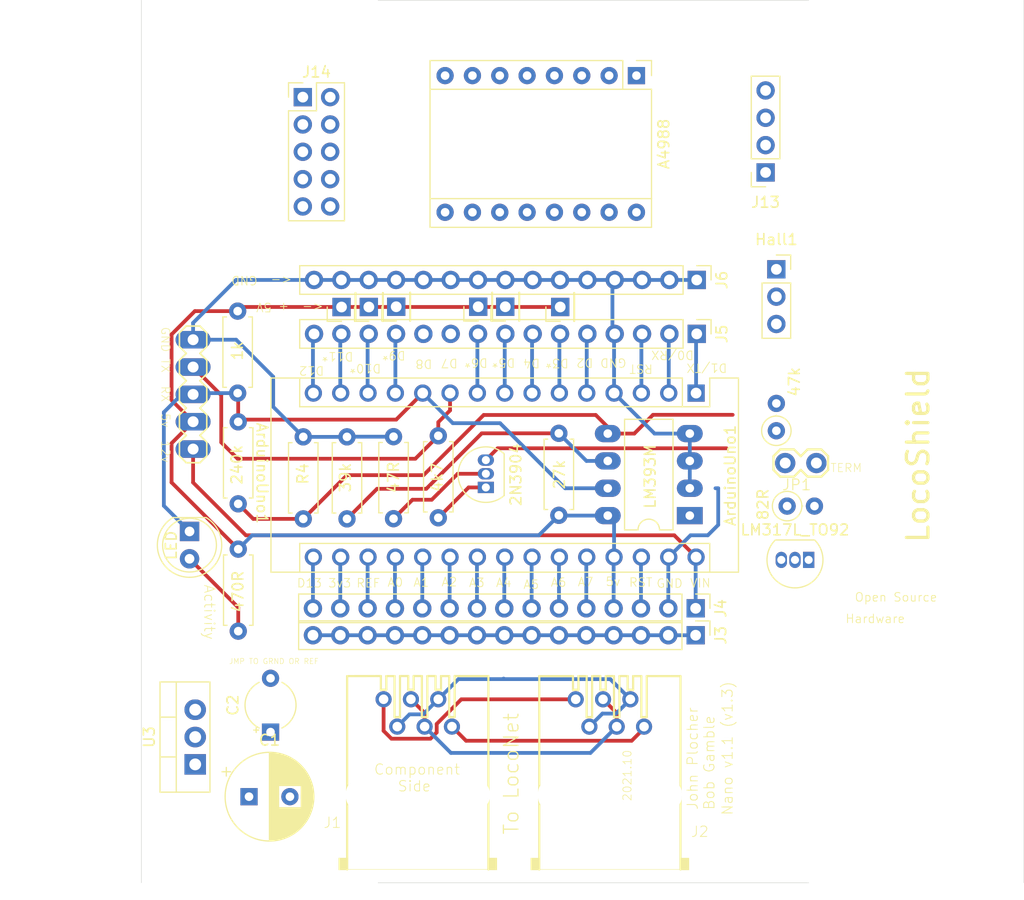
<source format=kicad_pcb>
(kicad_pcb (version 20171130) (host pcbnew "(5.1.9)-1")

  (general
    (thickness 1.6)
    (drawings 52)
    (tracks 181)
    (zones 0)
    (modules 39)
    (nets 57)
  )

  (page A4)
  (layers
    (0 Top signal)
    (31 Bottom signal)
    (32 B.Adhes user)
    (33 F.Adhes user)
    (34 B.Paste user)
    (35 F.Paste user)
    (36 B.SilkS user)
    (37 F.SilkS user)
    (38 B.Mask user)
    (39 F.Mask user)
    (40 Dwgs.User user hide)
    (41 Cmts.User user)
    (42 Eco1.User user)
    (43 Eco2.User user)
    (44 Edge.Cuts user)
    (45 Margin user)
    (46 B.CrtYd user hide)
    (47 F.CrtYd user hide)
    (48 B.Fab user hide)
    (49 F.Fab user hide)
  )

  (setup
    (last_trace_width 0.25)
    (user_trace_width 0.35)
    (user_trace_width 0.5)
    (user_trace_width 0.7)
    (trace_clearance 0.2)
    (zone_clearance 0.508)
    (zone_45_only no)
    (trace_min 0.2)
    (via_size 0.8)
    (via_drill 0.4)
    (via_min_size 0.4)
    (via_min_drill 0.3)
    (uvia_size 0.3)
    (uvia_drill 0.1)
    (uvias_allowed no)
    (uvia_min_size 0.2)
    (uvia_min_drill 0.1)
    (edge_width 0.05)
    (segment_width 0.2)
    (pcb_text_width 0.3)
    (pcb_text_size 1.5 1.5)
    (mod_edge_width 0.12)
    (mod_text_size 1 1)
    (mod_text_width 0.15)
    (pad_size 1.524 1.524)
    (pad_drill 0.762)
    (pad_to_mask_clearance 0)
    (aux_axis_origin 0 0)
    (visible_elements 7FFFFFFF)
    (pcbplotparams
      (layerselection 0x010fc_ffffffff)
      (usegerberextensions true)
      (usegerberattributes true)
      (usegerberadvancedattributes false)
      (creategerberjobfile false)
      (excludeedgelayer true)
      (linewidth 0.100000)
      (plotframeref false)
      (viasonmask false)
      (mode 1)
      (useauxorigin false)
      (hpglpennumber 1)
      (hpglpenspeed 20)
      (hpglpendiameter 15.000000)
      (psnegative false)
      (psa4output false)
      (plotreference true)
      (plotvalue false)
      (plotinvisibletext false)
      (padsonsilk false)
      (subtractmaskfromsilk true)
      (outputformat 1)
      (mirror false)
      (drillshape 0)
      (scaleselection 1)
      (outputdirectory "./gerbers"))
  )

  (net 0 "")
  (net 1 GND)
  (net 2 "Net-(Q1-Pad1)")
  (net 3 "Net-(Q1-Pad2)")
  (net 4 LNRX)
  (net 5 LNTX)
  (net 6 /VCC)
  (net 7 "Net-(ArduinoUno1-Pad1)")
  (net 8 "Net-(ArduinoUno1-Pad17)")
  (net 9 "Net-(ArduinoUno1-Pad2)")
  (net 10 "Net-(ArduinoUno1-Pad18)")
  (net 11 "Net-(ArduinoUno1-Pad3)")
  (net 12 "Net-(ArduinoUno1-Pad19)")
  (net 13 "Net-(ArduinoUno1-Pad20)")
  (net 14 "Net-(ArduinoUno1-Pad5)")
  (net 15 "Net-(ArduinoUno1-Pad21)")
  (net 16 "Net-(ArduinoUno1-Pad6)")
  (net 17 "Net-(ArduinoUno1-Pad22)")
  (net 18 "Net-(ArduinoUno1-Pad23)")
  (net 19 "Net-(ArduinoUno1-Pad24)")
  (net 20 "Net-(ArduinoUno1-Pad25)")
  (net 21 "Net-(ArduinoUno1-Pad26)")
  (net 22 "Net-(ArduinoUno1-Pad12)")
  (net 23 "Net-(ArduinoUno1-Pad28)")
  (net 24 "Net-(ArduinoUno1-Pad13)")
  (net 25 "Net-(ArduinoUno1-Pad14)")
  (net 26 "Net-(ArduinoUno1-Pad15)")
  (net 27 "Net-(J1-Pad3)")
  (net 28 "Net-(J1-Pad1)")
  (net 29 "Net-(J1-Pad6)")
  (net 30 "Net-(JP1-Pad2)")
  (net 31 "Net-(R1-Pad2)")
  (net 32 "Net-(R3-Pad1)")
  (net 33 "Net-(R5-Pad2)")
  (net 34 "Net-(U2-Pad1)")
  (net 35 "Net-(D1-Pad2)")
  (net 36 "Net-(J3-Pad1)")
  (net 37 "Net-(J5-Pad11)")
  (net 38 "Net-(ArduinoUno1-Pad9)")
  (net 39 "Net-(J5-Pad10)")
  (net 40 "Net-(A4988-Pad9)")
  (net 41 "Net-(A4988-Pad2)")
  (net 42 "Net-(A4988-Pad10)")
  (net 43 "Net-(A4988-Pad3)")
  (net 44 "Net-(A4988-Pad11)")
  (net 45 "Net-(A4988-Pad4)")
  (net 46 "Net-(A4988-Pad12)")
  (net 47 "Net-(A4988-Pad5)")
  (net 48 "Net-(A4988-Pad13)")
  (net 49 "Net-(A4988-Pad6)")
  (net 50 "Net-(A4988-Pad14)")
  (net 51 "Net-(A4988-Pad15)")
  (net 52 "Net-(A4988-Pad8)")
  (net 53 "Net-(A4988-Pad16)")
  (net 54 "Net-(C1-Pad2)")
  (net 55 "Net-(J14-Pad1)")
  (net 56 "Net-(J14-Pad2)")

  (net_class Default "This is the default net class."
    (clearance 0.2)
    (trace_width 0.25)
    (via_dia 0.8)
    (via_drill 0.4)
    (uvia_dia 0.3)
    (uvia_drill 0.1)
    (add_net /VCC)
    (add_net GND)
    (add_net LNRX)
    (add_net LNTX)
    (add_net "Net-(A4988-Pad10)")
    (add_net "Net-(A4988-Pad11)")
    (add_net "Net-(A4988-Pad12)")
    (add_net "Net-(A4988-Pad13)")
    (add_net "Net-(A4988-Pad14)")
    (add_net "Net-(A4988-Pad15)")
    (add_net "Net-(A4988-Pad16)")
    (add_net "Net-(A4988-Pad2)")
    (add_net "Net-(A4988-Pad3)")
    (add_net "Net-(A4988-Pad4)")
    (add_net "Net-(A4988-Pad5)")
    (add_net "Net-(A4988-Pad6)")
    (add_net "Net-(A4988-Pad8)")
    (add_net "Net-(A4988-Pad9)")
    (add_net "Net-(ArduinoUno1-Pad1)")
    (add_net "Net-(ArduinoUno1-Pad12)")
    (add_net "Net-(ArduinoUno1-Pad13)")
    (add_net "Net-(ArduinoUno1-Pad14)")
    (add_net "Net-(ArduinoUno1-Pad15)")
    (add_net "Net-(ArduinoUno1-Pad17)")
    (add_net "Net-(ArduinoUno1-Pad18)")
    (add_net "Net-(ArduinoUno1-Pad19)")
    (add_net "Net-(ArduinoUno1-Pad2)")
    (add_net "Net-(ArduinoUno1-Pad20)")
    (add_net "Net-(ArduinoUno1-Pad21)")
    (add_net "Net-(ArduinoUno1-Pad22)")
    (add_net "Net-(ArduinoUno1-Pad23)")
    (add_net "Net-(ArduinoUno1-Pad24)")
    (add_net "Net-(ArduinoUno1-Pad25)")
    (add_net "Net-(ArduinoUno1-Pad26)")
    (add_net "Net-(ArduinoUno1-Pad28)")
    (add_net "Net-(ArduinoUno1-Pad3)")
    (add_net "Net-(ArduinoUno1-Pad5)")
    (add_net "Net-(ArduinoUno1-Pad6)")
    (add_net "Net-(ArduinoUno1-Pad9)")
    (add_net "Net-(C1-Pad2)")
    (add_net "Net-(D1-Pad2)")
    (add_net "Net-(J1-Pad1)")
    (add_net "Net-(J1-Pad3)")
    (add_net "Net-(J1-Pad6)")
    (add_net "Net-(J14-Pad1)")
    (add_net "Net-(J14-Pad2)")
    (add_net "Net-(J3-Pad1)")
    (add_net "Net-(J5-Pad10)")
    (add_net "Net-(J5-Pad11)")
    (add_net "Net-(JP1-Pad2)")
    (add_net "Net-(Q1-Pad1)")
    (add_net "Net-(Q1-Pad2)")
    (add_net "Net-(R1-Pad2)")
    (add_net "Net-(R3-Pad1)")
    (add_net "Net-(R5-Pad2)")
    (add_net "Net-(U2-Pad1)")
  )

  (module MountingHole:MountingHole_3.2mm_M3 (layer Top) (tedit 56D1B4CB) (tstamp 617CAA1A)
    (at 186 57 90)
    (descr "Mounting Hole 3.2mm, no annular, M3")
    (tags "mounting hole 3.2mm no annular m3")
    (attr virtual)
    (fp_text reference REF** (at 0 -4.2 90) (layer F.Fab)
      (effects (font (size 1 1) (thickness 0.15)))
    )
    (fp_text value MountingHole_3.2mm_M3 (at 0 4.2 90) (layer F.Fab)
      (effects (font (size 1 1) (thickness 0.15)))
    )
    (fp_circle (center 0 0) (end 3.2 0) (layer Cmts.User) (width 0.15))
    (fp_circle (center 0 0) (end 3.45 0) (layer F.CrtYd) (width 0.05))
    (fp_text user %R (at 0.3 0 90) (layer F.Fab)
      (effects (font (size 1 1) (thickness 0.15)))
    )
    (pad 1 np_thru_hole circle (at 0 0 90) (size 3.2 3.2) (drill 3.2) (layers *.Cu *.Mask))
  )

  (module MountingHole:MountingHole_3.2mm_M3 (layer Top) (tedit 56D1B4CB) (tstamp 617CA9F6)
    (at 102 114 90)
    (descr "Mounting Hole 3.2mm, no annular, M3")
    (tags "mounting hole 3.2mm no annular m3")
    (attr virtual)
    (fp_text reference REF** (at 0 -4.2 90) (layer F.Fab)
      (effects (font (size 1 1) (thickness 0.15)))
    )
    (fp_text value MountingHole_3.2mm_M3 (at 0 4.2 90) (layer F.Fab)
      (effects (font (size 1 1) (thickness 0.15)))
    )
    (fp_circle (center 0 0) (end 3.2 0) (layer Cmts.User) (width 0.15))
    (fp_circle (center 0 0) (end 3.45 0) (layer F.CrtYd) (width 0.05))
    (fp_text user %R (at -2.49 -4.29 90) (layer F.Fab)
      (effects (font (size 1 1) (thickness 0.15)))
    )
    (pad 1 np_thru_hole circle (at 0 0 90) (size 3.2 3.2) (drill 3.2) (layers *.Cu *.Mask))
  )

  (module MountingHole:MountingHole_3.2mm_M3 (layer Top) (tedit 56D1B4CB) (tstamp 617CA9C9)
    (at 102 67 90)
    (descr "Mounting Hole 3.2mm, no annular, M3")
    (tags "mounting hole 3.2mm no annular m3")
    (attr virtual)
    (fp_text reference REF** (at 0 -4.2 90) (layer F.Fab)
      (effects (font (size 1 1) (thickness 0.15)))
    )
    (fp_text value MountingHole_3.2mm_M3 (at 0 4.2 90) (layer F.Fab)
      (effects (font (size 1 1) (thickness 0.15)))
    )
    (fp_circle (center 0 0) (end 3.2 0) (layer Cmts.User) (width 0.15))
    (fp_circle (center 0 0) (end 3.45 0) (layer F.CrtYd) (width 0.05))
    (fp_text user %R (at 0.28 -2.27 90) (layer F.Fab)
      (effects (font (size 1 1) (thickness 0.15)))
    )
    (pad 1 np_thru_hole circle (at 0 0 90) (size 3.2 3.2) (drill 3.2) (layers *.Cu *.Mask))
  )

  (module Package_TO_SOT_THT:TO-92_Inline (layer Top) (tedit 5A1DD157) (tstamp 617BD208)
    (at 172 102 180)
    (descr "TO-92 leads in-line, narrow, oval pads, drill 0.75mm (see NXP sot054_po.pdf)")
    (tags "to-92 sc-43 sc-43a sot54 PA33 transistor")
    (path /617D74D8)
    (fp_text reference U1 (at 1.27 4.5) (layer F.Fab)
      (effects (font (size 1 1) (thickness 0.15)))
    )
    (fp_text value LM317L_TO92 (at 1.27 2.79) (layer F.SilkS)
      (effects (font (size 1 1) (thickness 0.15)))
    )
    (fp_line (start 4 2.01) (end -1.46 2.01) (layer F.CrtYd) (width 0.05))
    (fp_line (start 4 2.01) (end 4 -2.73) (layer F.CrtYd) (width 0.05))
    (fp_line (start -1.46 -2.73) (end -1.46 2.01) (layer F.CrtYd) (width 0.05))
    (fp_line (start -1.46 -2.73) (end 4 -2.73) (layer F.CrtYd) (width 0.05))
    (fp_line (start -0.5 1.75) (end 3 1.75) (layer F.Fab) (width 0.1))
    (fp_line (start -0.53 1.85) (end 3.07 1.85) (layer F.SilkS) (width 0.12))
    (fp_text user %R (at 1.27 0) (layer F.Fab)
      (effects (font (size 1 1) (thickness 0.15)))
    )
    (fp_arc (start 1.27 0) (end 1.27 -2.48) (angle 135) (layer F.Fab) (width 0.1))
    (fp_arc (start 1.27 0) (end 1.27 -2.6) (angle -135) (layer F.SilkS) (width 0.12))
    (fp_arc (start 1.27 0) (end 1.27 -2.48) (angle -135) (layer F.Fab) (width 0.1))
    (fp_arc (start 1.27 0) (end 1.27 -2.6) (angle 135) (layer F.SilkS) (width 0.12))
    (pad 2 thru_hole oval (at 1.27 0 180) (size 1.05 1.5) (drill 0.75) (layers *.Cu *.Mask)
      (net 32 "Net-(R3-Pad1)"))
    (pad 3 thru_hole oval (at 2.54 0 180) (size 1.05 1.5) (drill 0.75) (layers *.Cu *.Mask)
      (net 52 "Net-(A4988-Pad8)"))
    (pad 1 thru_hole rect (at 0 0 180) (size 1.05 1.5) (drill 0.75) (layers *.Cu *.Mask)
      (net 30 "Net-(JP1-Pad2)"))
    (model ${KISYS3DMOD}/Package_TO_SOT_THT.3dshapes/TO-92_Inline.wrl
      (at (xyz 0 0 0))
      (scale (xyz 1 1 1))
      (rotate (xyz 0 0 0))
    )
  )

  (module LocoShield:RJ25-PANEL (layer Top) (tedit 0) (tstamp 617AFC7D)
    (at 153.531 123.8436)
    (descr "Modular Jackwith Panel Stops")
    (path /D4DF694B)
    (fp_text reference J2 (at 7.479 3.9764) (layer F.SilkS)
      (effects (font (size 0.9652 0.9652) (thickness 0.077216)) (justify left bottom))
    )
    (fp_text value RJ12/6 (at -2.051 6.0564) (layer F.Fab)
      (effects (font (size 0.9652 0.9652) (thickness 0.077216)) (justify left bottom))
    )
    (fp_line (start 6.562 -11.044) (end 6.562 6.9215) (layer F.SilkS) (width 0.2032))
    (fp_line (start 6.562 6.9215) (end 6.562 9.538) (layer F.Fab) (width 0.2032))
    (fp_line (start -6.562 9.538) (end -6.562 6.9215) (layer F.Fab) (width 0.2032))
    (fp_line (start -6.562 6.9215) (end -6.562 -11.044) (layer F.SilkS) (width 0.2032))
    (fp_line (start -6.562 -11.044) (end -3.429 -11.049) (layer F.SilkS) (width 0.2032))
    (fp_line (start -2.921 -11.044) (end -2.159 -11.044) (layer F.SilkS) (width 0.2032))
    (fp_line (start -1.651 -11.049) (end -0.889 -11.049) (layer F.SilkS) (width 0.2032))
    (fp_line (start -0.381 -11.049) (end 0.381 -11.049) (layer F.SilkS) (width 0.2032))
    (fp_line (start 0.889 -11.049) (end 1.651 -11.049) (layer F.SilkS) (width 0.2032))
    (fp_line (start 2.159 -11.044) (end 2.921 -11.0439) (layer F.SilkS) (width 0.2032))
    (fp_line (start 3.429 -11.049) (end 6.562 -11.044) (layer F.SilkS) (width 0.2032))
    (fp_line (start -2.159 -7.239) (end -1.651 -7.239) (layer F.SilkS) (width 0.2032))
    (fp_line (start -0.889 -9.779) (end -0.381 -9.779) (layer F.SilkS) (width 0.2032))
    (fp_line (start 0.381 -7.239) (end 0.889 -7.239) (layer F.SilkS) (width 0.2032))
    (fp_line (start -2.159 -11.049) (end -2.159 -11.044) (layer F.SilkS) (width 0.2032))
    (fp_line (start -2.159 -11.044) (end -2.159 -7.239) (layer F.SilkS) (width 0.2032))
    (fp_line (start -0.889 -11.049) (end -0.889 -9.779) (layer F.SilkS) (width 0.2032))
    (fp_line (start -1.651 -11.049) (end -1.651 -7.239) (layer F.SilkS) (width 0.2032))
    (fp_line (start 0.381 -11.049) (end 0.381 -7.239) (layer F.SilkS) (width 0.2032))
    (fp_line (start -0.381 -11.049) (end -0.381 -9.779) (layer F.SilkS) (width 0.2032))
    (fp_line (start 1.651 -11.049) (end 1.651 -9.779) (layer F.SilkS) (width 0.2032))
    (fp_line (start 0.889 -11.049) (end 0.889 -7.239) (layer F.SilkS) (width 0.2032))
    (fp_line (start 1.651 -9.779) (end 2.159 -9.779) (layer F.SilkS) (width 0.2032))
    (fp_line (start 6.562 6.9215) (end -6.562 6.9215) (layer F.SilkS) (width 0.0508))
    (fp_line (start 2.159 -11.049) (end 2.159 -11.044) (layer F.SilkS) (width 0.2032))
    (fp_line (start 2.159 -11.044) (end 2.159 -9.779) (layer F.SilkS) (width 0.2032))
    (fp_line (start 6.477 9.652) (end -6.477 9.652) (layer F.Fab) (width 0.2032))
    (fp_line (start -3.429 -9.779) (end -2.921 -9.779) (layer F.SilkS) (width 0.2032))
    (fp_line (start -3.429 -11.049) (end -3.429 -9.779) (layer F.SilkS) (width 0.2032))
    (fp_line (start -2.921 -11.049) (end -2.921 -11.044) (layer F.SilkS) (width 0.2032))
    (fp_line (start -2.921 -11.044) (end -2.921 -9.779) (layer F.SilkS) (width 0.2032))
    (fp_line (start 2.921 -7.239) (end 3.429 -7.239) (layer F.SilkS) (width 0.2032))
    (fp_line (start 2.921 -11.0491) (end 2.921 -7.239) (layer F.SilkS) (width 0.2032))
    (fp_line (start 3.429 -11.049) (end 3.429 -7.239) (layer F.SilkS) (width 0.2032))
    (fp_poly (pts (xy 6.604 6.985) (xy 7.366 6.985) (xy 7.366 5.842) (xy 6.604 5.842)) (layer F.SilkS) (width 0))
    (fp_poly (pts (xy -7.366 6.985) (xy -6.604 6.985) (xy -6.604 5.842) (xy -7.366 5.842)) (layer F.SilkS) (width 0))
    (pad "" np_thru_hole circle (at 5.08 0) (size 3.2512 3.2512) (drill 3.2512) (layers *.Cu *.Mask))
    (pad "" np_thru_hole circle (at -5.08 0) (size 3.2512 3.2512) (drill 3.2512) (layers *.Cu *.Mask))
    (pad 6 thru_hole circle (at 3.175 -6.35) (size 1.4986 1.4986) (drill 0.889) (layers *.Cu *.Mask)
      (net 29 "Net-(J1-Pad6)") (solder_mask_margin 0.1016))
    (pad 1 thru_hole circle (at -3.175 -8.89) (size 1.4986 1.4986) (drill 0.889) (layers *.Cu *.Mask)
      (net 28 "Net-(J1-Pad1)") (solder_mask_margin 0.1016))
    (pad 5 thru_hole circle (at 1.905 -8.89) (size 1.4986 1.4986) (drill 0.889) (layers *.Cu *.Mask)
      (net 1 GND) (solder_mask_margin 0.1016))
    (pad 2 thru_hole circle (at -1.905 -6.35) (size 1.4986 1.4986) (drill 0.889) (layers *.Cu *.Mask)
      (net 1 GND) (solder_mask_margin 0.1016))
    (pad 3 thru_hole circle (at -0.635 -8.89) (size 1.4986 1.4986) (drill 0.889) (layers *.Cu *.Mask)
      (net 27 "Net-(J1-Pad3)") (solder_mask_margin 0.1016))
    (pad 4 thru_hole circle (at 0.635 -6.35) (size 1.4986 1.4986) (drill 0.889) (layers *.Cu *.Mask)
      (net 27 "Net-(J1-Pad3)") (solder_mask_margin 0.1016))
  )

  (module LocoShield:MA05-1 (layer Top) (tedit 0) (tstamp 617AFE7D)
    (at 114.8044 86.6208 90)
    (descr "<b>PIN HEADER</b>")
    (path /A7ABD3B4)
    (fp_text reference SV1 (at -4.1192 -4.0744 90) (layer F.SilkS) hide
      (effects (font (size 1.2065 1.2065) (thickness 0.127)) (justify left bottom))
    )
    (fp_text value 0.100 (at -0.2992 -4.2544 90) (layer F.Fab)
      (effects (font (size 1.2065 1.2065) (thickness 0.12065)) (justify left bottom))
    )
    (fp_line (start -5.715 -1.27) (end -4.445 -1.27) (layer F.SilkS) (width 0.1524))
    (fp_line (start -4.445 -1.27) (end -3.81 -0.635) (layer F.SilkS) (width 0.1524))
    (fp_line (start -3.81 0.635) (end -4.445 1.27) (layer F.SilkS) (width 0.1524))
    (fp_line (start -3.81 -0.635) (end -3.175 -1.27) (layer F.SilkS) (width 0.1524))
    (fp_line (start -3.175 -1.27) (end -1.905 -1.27) (layer F.SilkS) (width 0.1524))
    (fp_line (start -1.905 -1.27) (end -1.27 -0.635) (layer F.SilkS) (width 0.1524))
    (fp_line (start -1.27 0.635) (end -1.905 1.27) (layer F.SilkS) (width 0.1524))
    (fp_line (start -1.905 1.27) (end -3.175 1.27) (layer F.SilkS) (width 0.1524))
    (fp_line (start -3.175 1.27) (end -3.81 0.635) (layer F.SilkS) (width 0.1524))
    (fp_line (start -6.35 -0.635) (end -6.35 0.635) (layer F.SilkS) (width 0.1524))
    (fp_line (start -5.715 -1.27) (end -6.35 -0.635) (layer F.SilkS) (width 0.1524))
    (fp_line (start -6.35 0.635) (end -5.715 1.27) (layer F.SilkS) (width 0.1524))
    (fp_line (start -4.445 1.27) (end -5.715 1.27) (layer F.SilkS) (width 0.1524))
    (fp_line (start -1.27 -0.635) (end -0.635 -1.27) (layer F.SilkS) (width 0.1524))
    (fp_line (start -0.635 -1.27) (end 0.635 -1.27) (layer F.SilkS) (width 0.1524))
    (fp_line (start 0.635 -1.27) (end 1.27 -0.635) (layer F.SilkS) (width 0.1524))
    (fp_line (start 1.27 0.635) (end 0.635 1.27) (layer F.SilkS) (width 0.1524))
    (fp_line (start 0.635 1.27) (end -0.635 1.27) (layer F.SilkS) (width 0.1524))
    (fp_line (start -0.635 1.27) (end -1.27 0.635) (layer F.SilkS) (width 0.1524))
    (fp_line (start 1.905 -1.27) (end 3.175 -1.27) (layer F.SilkS) (width 0.1524))
    (fp_line (start 3.175 -1.27) (end 3.81 -0.635) (layer F.SilkS) (width 0.1524))
    (fp_line (start 3.81 0.635) (end 3.175 1.27) (layer F.SilkS) (width 0.1524))
    (fp_line (start 3.81 -0.635) (end 4.445 -1.27) (layer F.SilkS) (width 0.1524))
    (fp_line (start 4.445 -1.27) (end 5.715 -1.27) (layer F.SilkS) (width 0.1524))
    (fp_line (start 5.715 -1.27) (end 6.35 -0.635) (layer F.SilkS) (width 0.1524))
    (fp_line (start 6.35 -0.635) (end 6.35 0.635) (layer F.SilkS) (width 0.1524))
    (fp_line (start 6.35 0.635) (end 5.715 1.27) (layer F.SilkS) (width 0.1524))
    (fp_line (start 5.715 1.27) (end 4.445 1.27) (layer F.SilkS) (width 0.1524))
    (fp_line (start 4.445 1.27) (end 3.81 0.635) (layer F.SilkS) (width 0.1524))
    (fp_line (start 1.905 -1.27) (end 1.27 -0.635) (layer F.SilkS) (width 0.1524))
    (fp_line (start 1.27 0.635) (end 1.905 1.27) (layer F.SilkS) (width 0.1524))
    (fp_line (start 3.175 1.27) (end 1.905 1.27) (layer F.SilkS) (width 0.1524))
    (fp_poly (pts (xy -2.794 0.254) (xy -2.286 0.254) (xy -2.286 -0.254) (xy -2.794 -0.254)) (layer F.Fab) (width 0))
    (fp_poly (pts (xy -5.334 0.254) (xy -4.826 0.254) (xy -4.826 -0.254) (xy -5.334 -0.254)) (layer F.Fab) (width 0))
    (fp_poly (pts (xy -0.254 0.254) (xy 0.254 0.254) (xy 0.254 -0.254) (xy -0.254 -0.254)) (layer F.Fab) (width 0))
    (fp_poly (pts (xy 4.826 0.254) (xy 5.334 0.254) (xy 5.334 -0.254) (xy 4.826 -0.254)) (layer F.Fab) (width 0))
    (fp_poly (pts (xy 2.286 0.254) (xy 2.794 0.254) (xy 2.794 -0.254) (xy 2.286 -0.254)) (layer F.Fab) (width 0))
    (fp_text user 5 (at 6.2636 2.2854 90) (layer F.Fab)
      (effects (font (size 1.2065 1.2065) (thickness 0.127)) (justify left bottom))
    )
    (fp_text user 1 (at -7.4016 2.3108 90) (layer F.Fab)
      (effects (font (size 1.2065 1.2065) (thickness 0.127)) (justify left bottom))
    )
    (pad 5 thru_hole oval (at 5.08 0 180) (size 3.2512 1.6256) (drill 1.016) (layers *.Cu *.Mask)
      (net 1 GND) (solder_mask_margin 0.1016))
    (pad 4 thru_hole oval (at 2.54 0 180) (size 3.2512 1.6256) (drill 1.016) (layers *.Cu *.Mask)
      (net 5 LNTX) (solder_mask_margin 0.1016))
    (pad 3 thru_hole oval (at 0 0 180) (size 3.2512 1.6256) (drill 1.016) (layers *.Cu *.Mask)
      (net 4 LNRX) (solder_mask_margin 0.1016))
    (pad 2 thru_hole oval (at -2.54 0 180) (size 3.2512 1.6256) (drill 1.016) (layers *.Cu *.Mask)
      (net 41 "Net-(A4988-Pad2)") (solder_mask_margin 0.1016))
    (pad 1 thru_hole oval (at -5.08 0 180) (size 3.2512 1.6256) (drill 1.016) (layers *.Cu *.Mask)
      (net 52 "Net-(A4988-Pad8)") (solder_mask_margin 0.1016))
  )

  (module Package_TO_SOT_THT:TO-92L_Inline (layer Top) (tedit 5A279A44) (tstamp 617B6F35)
    (at 142.0072 95.267 90)
    (descr "TO-92L leads in-line (large body variant of TO-92), also known as TO-226, wide, drill 0.75mm (see https://www.diodes.com/assets/Package-Files/TO92L.pdf and http://www.ti.com/lit/an/snoa059/snoa059.pdf)")
    (tags "TO-92L Inline Wide transistor")
    (path /6F4A0AEF)
    (fp_text reference Q1 (at -2.1844 -1.397 90) (layer F.Fab)
      (effects (font (size 1 1) (thickness 0.15)))
    )
    (fp_text value 2N3904 (at 1.19 2.79 90) (layer F.SilkS)
      (effects (font (size 1 1) (thickness 0.15)))
    )
    (fp_line (start 3.95 1.85) (end -1.55 1.85) (layer F.CrtYd) (width 0.05))
    (fp_line (start 3.95 1.85) (end 3.95 -2.75) (layer F.CrtYd) (width 0.05))
    (fp_line (start -1.55 -2.75) (end -1.55 1.85) (layer F.CrtYd) (width 0.05))
    (fp_line (start -1.55 -2.75) (end 3.95 -2.75) (layer F.CrtYd) (width 0.05))
    (fp_line (start -0.7 1.6) (end 3.05 1.6) (layer F.Fab) (width 0.1))
    (fp_line (start -0.75 1.7) (end 3.1 1.7) (layer F.SilkS) (width 0.12))
    (fp_text user %R (at 1.19 0 90) (layer F.Fab)
      (effects (font (size 1 1) (thickness 0.15)))
    )
    (fp_arc (start 1.19 0) (end -0.75 1.7) (angle 262.164354) (layer F.SilkS) (width 0.12))
    (fp_arc (start 1.19 0) (end 1.19 -2.48) (angle 129.9527847) (layer F.Fab) (width 0.1))
    (fp_arc (start 1.19 0) (end 1.19 -2.48) (angle -130.2499344) (layer F.Fab) (width 0.1))
    (pad 2 thru_hole oval (at 1.27 0 90) (size 1.05 1.5) (drill 0.75) (layers *.Cu *.Mask)
      (net 3 "Net-(Q1-Pad2)"))
    (pad 3 thru_hole oval (at 2.54 0 90) (size 1.05 1.5) (drill 0.75) (layers *.Cu *.Mask)
      (net 27 "Net-(J1-Pad3)"))
    (pad 1 thru_hole rect (at 0 0 90) (size 1.05 1.5) (drill 0.75) (layers *.Cu *.Mask)
      (net 2 "Net-(Q1-Pad1)"))
    (model ${KISYS3DMOD}/Package_TO_SOT_THT.3dshapes/TO-92L_Inline.wrl
      (at (xyz 0 0 0))
      (scale (xyz 1 1 1))
      (rotate (xyz 0 0 0))
    )
  )

  (module Resistor_THT:R_Axial_DIN0207_L6.3mm_D2.5mm_P2.54mm_Vertical (layer Top) (tedit 5AE5139B) (tstamp 617B6F45)
    (at 169 90 90)
    (descr "Resistor, Axial_DIN0207 series, Axial, Vertical, pin pitch=2.54mm, 0.25W = 1/4W, length*diameter=6.3*2.5mm^2, http://cdn-reichelt.de/documents/datenblatt/B400/1_4W%23YAG.pdf")
    (tags "Resistor Axial_DIN0207 series Axial Vertical pin pitch 2.54mm 0.25W = 1/4W length 6.3mm diameter 2.5mm")
    (path /39A5056F)
    (fp_text reference R1 (at 1.9852 1.7318 90) (layer F.Fab)
      (effects (font (size 1 1) (thickness 0.15)))
    )
    (fp_text value 47k (at 4.54 1.67 90) (layer F.SilkS)
      (effects (font (size 1 1) (thickness 0.15)))
    )
    (fp_circle (center 0 0) (end 1.25 0) (layer F.Fab) (width 0.1))
    (fp_circle (center 0 0) (end 1.37 0) (layer F.SilkS) (width 0.12))
    (fp_line (start 0 0) (end 2.54 0) (layer F.Fab) (width 0.1))
    (fp_line (start 1.37 0) (end 1.44 0) (layer F.SilkS) (width 0.12))
    (fp_line (start -1.5 -1.5) (end -1.5 1.5) (layer F.CrtYd) (width 0.05))
    (fp_line (start -1.5 1.5) (end 3.59 1.5) (layer F.CrtYd) (width 0.05))
    (fp_line (start 3.59 1.5) (end 3.59 -1.5) (layer F.CrtYd) (width 0.05))
    (fp_line (start 3.59 -1.5) (end -1.5 -1.5) (layer F.CrtYd) (width 0.05))
    (fp_text user %R (at 1.9852 1.7318 90) (layer F.Fab)
      (effects (font (size 1 1) (thickness 0.15)))
    )
    (pad 2 thru_hole oval (at 2.54 0 90) (size 1.6 1.6) (drill 0.8) (layers *.Cu *.Mask)
      (net 31 "Net-(R1-Pad2)"))
    (pad 1 thru_hole circle (at 0 0 90) (size 1.6 1.6) (drill 0.8) (layers *.Cu *.Mask)
      (net 27 "Net-(J1-Pad3)"))
    (model ${KISYS3DMOD}/Resistor_THT.3dshapes/R_Axial_DIN0207_L6.3mm_D2.5mm_P2.54mm_Vertical.wrl
      (at (xyz 0 0 0))
      (scale (xyz 1 1 1))
      (rotate (xyz 0 0 0))
    )
  )

  (module Resistor_THT:R_Axial_DIN0207_L6.3mm_D2.5mm_P2.54mm_Vertical (layer Top) (tedit 5AE5139B) (tstamp 617B6F61)
    (at 170 97)
    (descr "Resistor, Axial_DIN0207 series, Axial, Vertical, pin pitch=2.54mm, 0.25W = 1/4W, length*diameter=6.3*2.5mm^2, http://cdn-reichelt.de/documents/datenblatt/B400/1_4W%23YAG.pdf")
    (tags "Resistor Axial_DIN0207 series Axial Vertical pin pitch 2.54mm 0.25W = 1/4W length 6.3mm diameter 2.5mm")
    (path /46D54860)
    (fp_text reference R3 (at 4.308 -0.1318 270) (layer F.Fab)
      (effects (font (size 1 1) (thickness 0.15)))
    )
    (fp_text value 82R (at -2.2452 -0.1572 270) (layer F.SilkS)
      (effects (font (size 1 1) (thickness 0.15)))
    )
    (fp_circle (center 0 0) (end 1.25 0) (layer F.Fab) (width 0.1))
    (fp_circle (center 0 0) (end 1.37 0) (layer F.SilkS) (width 0.12))
    (fp_line (start 0 0) (end 2.54 0) (layer F.Fab) (width 0.1))
    (fp_line (start 1.37 0) (end 1.44 0) (layer F.SilkS) (width 0.12))
    (fp_line (start -1.5 -1.5) (end -1.5 1.5) (layer F.CrtYd) (width 0.05))
    (fp_line (start -1.5 1.5) (end 3.59 1.5) (layer F.CrtYd) (width 0.05))
    (fp_line (start 3.59 1.5) (end 3.59 -1.5) (layer F.CrtYd) (width 0.05))
    (fp_line (start 3.59 -1.5) (end -1.5 -1.5) (layer F.CrtYd) (width 0.05))
    (pad 2 thru_hole oval (at 2.54 0) (size 1.6 1.6) (drill 0.8) (layers *.Cu *.Mask)
      (net 30 "Net-(JP1-Pad2)"))
    (pad 1 thru_hole circle (at 0 0) (size 1.6 1.6) (drill 0.8) (layers *.Cu *.Mask)
      (net 32 "Net-(R3-Pad1)"))
    (model ${KISYS3DMOD}/Resistor_THT.3dshapes/R_Axial_DIN0207_L6.3mm_D2.5mm_P2.54mm_Vertical.wrl
      (at (xyz 0 0 0))
      (scale (xyz 1 1 1))
      (rotate (xyz 0 0 0))
    )
  )

  (module Module:Arduino_Nano (layer Top) (tedit 58ACAF70) (tstamp 617BD1C1)
    (at 161.54 86.5 270)
    (descr "Arduino Nano, http://www.mouser.com/pdfdocs/Gravitech_Arduino_Nano3_0.pdf")
    (tags "Arduino Nano")
    (path /776B73EA)
    (fp_text reference ArduinoUno1 (at 7.65 -3.17 90 unlocked) (layer F.SilkS)
      (effects (font (size 1 1) (thickness 0.15)))
    )
    (fp_text value ARDUINO_SHIELD (at 13.085 20.0408) (layer F.Fab)
      (effects (font (size 1 1) (thickness 0.15)))
    )
    (fp_line (start 1.27 1.27) (end 1.27 -1.27) (layer F.SilkS) (width 0.12))
    (fp_line (start 1.27 -1.27) (end -1.4 -1.27) (layer F.SilkS) (width 0.12))
    (fp_line (start -1.4 1.27) (end -1.4 39.5) (layer F.SilkS) (width 0.12))
    (fp_line (start -1.4 -3.94) (end -1.4 -1.27) (layer F.SilkS) (width 0.12))
    (fp_line (start 13.97 -1.27) (end 16.64 -1.27) (layer F.SilkS) (width 0.12))
    (fp_line (start 13.97 -1.27) (end 13.97 36.83) (layer F.SilkS) (width 0.12))
    (fp_line (start 13.97 36.83) (end 16.64 36.83) (layer F.SilkS) (width 0.12))
    (fp_line (start 1.27 1.27) (end -1.4 1.27) (layer F.SilkS) (width 0.12))
    (fp_line (start 1.27 1.27) (end 1.27 36.83) (layer F.SilkS) (width 0.12))
    (fp_line (start 1.27 36.83) (end -1.4 36.83) (layer F.SilkS) (width 0.12))
    (fp_line (start 3.81 31.75) (end 11.43 31.75) (layer F.Fab) (width 0.1))
    (fp_line (start 11.43 31.75) (end 11.43 41.91) (layer F.Fab) (width 0.1))
    (fp_line (start 11.43 41.91) (end 3.81 41.91) (layer F.Fab) (width 0.1))
    (fp_line (start 3.81 41.91) (end 3.81 31.75) (layer F.Fab) (width 0.1))
    (fp_line (start -1.4 39.5) (end 16.64 39.5) (layer F.SilkS) (width 0.12))
    (fp_line (start 16.64 39.5) (end 16.64 -3.94) (layer F.SilkS) (width 0.12))
    (fp_line (start 16.64 -3.94) (end -1.4 -3.94) (layer F.SilkS) (width 0.12))
    (fp_line (start 16.51 39.37) (end -1.27 39.37) (layer F.Fab) (width 0.1))
    (fp_line (start -1.27 39.37) (end -1.27 -2.54) (layer F.Fab) (width 0.1))
    (fp_line (start -1.27 -2.54) (end 0 -3.81) (layer F.Fab) (width 0.1))
    (fp_line (start 0 -3.81) (end 16.51 -3.81) (layer F.Fab) (width 0.1))
    (fp_line (start 16.51 -3.81) (end 16.51 39.37) (layer F.Fab) (width 0.1))
    (fp_line (start -1.53 -4.06) (end 16.75 -4.06) (layer F.CrtYd) (width 0.05))
    (fp_line (start -1.53 -4.06) (end -1.53 42.16) (layer F.CrtYd) (width 0.05))
    (fp_line (start 16.75 42.16) (end 16.75 -4.06) (layer F.CrtYd) (width 0.05))
    (fp_line (start 16.75 42.16) (end -1.53 42.16) (layer F.CrtYd) (width 0.05))
    (fp_text user %R (at 7.45 40.33 270 unlocked) (layer F.SilkS)
      (effects (font (size 1 1) (thickness 0.15)))
    )
    (pad 16 thru_hole oval (at 15.24 35.56 270) (size 1.6 1.6) (drill 1) (layers *.Cu *.Mask)
      (net 40 "Net-(A4988-Pad9)"))
    (pad 15 thru_hole oval (at 0 35.56 270) (size 1.6 1.6) (drill 1) (layers *.Cu *.Mask)
      (net 26 "Net-(ArduinoUno1-Pad15)"))
    (pad 30 thru_hole oval (at 15.24 0 270) (size 1.6 1.6) (drill 1) (layers *.Cu *.Mask)
      (net 52 "Net-(A4988-Pad8)"))
    (pad 14 thru_hole oval (at 0 33.02 270) (size 1.6 1.6) (drill 1) (layers *.Cu *.Mask)
      (net 25 "Net-(ArduinoUno1-Pad14)"))
    (pad 29 thru_hole oval (at 15.24 2.54 270) (size 1.6 1.6) (drill 1) (layers *.Cu *.Mask)
      (net 1 GND))
    (pad 13 thru_hole oval (at 0 30.48 270) (size 1.6 1.6) (drill 1) (layers *.Cu *.Mask)
      (net 24 "Net-(ArduinoUno1-Pad13)"))
    (pad 28 thru_hole oval (at 15.24 5.08 270) (size 1.6 1.6) (drill 1) (layers *.Cu *.Mask)
      (net 23 "Net-(ArduinoUno1-Pad28)"))
    (pad 12 thru_hole oval (at 0 27.94 270) (size 1.6 1.6) (drill 1) (layers *.Cu *.Mask)
      (net 22 "Net-(ArduinoUno1-Pad12)"))
    (pad 27 thru_hole oval (at 15.24 7.62 270) (size 1.6 1.6) (drill 1) (layers *.Cu *.Mask)
      (net 41 "Net-(A4988-Pad2)"))
    (pad 11 thru_hole oval (at 0 25.4 270) (size 1.6 1.6) (drill 1) (layers *.Cu *.Mask)
      (net 4 LNRX))
    (pad 26 thru_hole oval (at 15.24 10.16 270) (size 1.6 1.6) (drill 1) (layers *.Cu *.Mask)
      (net 21 "Net-(ArduinoUno1-Pad26)"))
    (pad 10 thru_hole oval (at 0 22.86 270) (size 1.6 1.6) (drill 1) (layers *.Cu *.Mask)
      (net 5 LNTX))
    (pad 25 thru_hole oval (at 15.24 12.7 270) (size 1.6 1.6) (drill 1) (layers *.Cu *.Mask)
      (net 20 "Net-(ArduinoUno1-Pad25)"))
    (pad 9 thru_hole oval (at 0 20.32 270) (size 1.6 1.6) (drill 1) (layers *.Cu *.Mask)
      (net 38 "Net-(ArduinoUno1-Pad9)"))
    (pad 24 thru_hole oval (at 15.24 15.24 270) (size 1.6 1.6) (drill 1) (layers *.Cu *.Mask)
      (net 19 "Net-(ArduinoUno1-Pad24)"))
    (pad 8 thru_hole oval (at 0 17.78 270) (size 1.6 1.6) (drill 1) (layers *.Cu *.Mask)
      (net 53 "Net-(A4988-Pad16)"))
    (pad 23 thru_hole oval (at 15.24 17.78 270) (size 1.6 1.6) (drill 1) (layers *.Cu *.Mask)
      (net 18 "Net-(ArduinoUno1-Pad23)"))
    (pad 7 thru_hole oval (at 0 15.24 270) (size 1.6 1.6) (drill 1) (layers *.Cu *.Mask)
      (net 51 "Net-(A4988-Pad15)"))
    (pad 22 thru_hole oval (at 15.24 20.32 270) (size 1.6 1.6) (drill 1) (layers *.Cu *.Mask)
      (net 17 "Net-(ArduinoUno1-Pad22)"))
    (pad 6 thru_hole oval (at 0 12.7 270) (size 1.6 1.6) (drill 1) (layers *.Cu *.Mask)
      (net 16 "Net-(ArduinoUno1-Pad6)"))
    (pad 21 thru_hole oval (at 15.24 22.86 270) (size 1.6 1.6) (drill 1) (layers *.Cu *.Mask)
      (net 15 "Net-(ArduinoUno1-Pad21)"))
    (pad 5 thru_hole oval (at 0 10.16 270) (size 1.6 1.6) (drill 1) (layers *.Cu *.Mask)
      (net 14 "Net-(ArduinoUno1-Pad5)"))
    (pad 20 thru_hole oval (at 15.24 25.4 270) (size 1.6 1.6) (drill 1) (layers *.Cu *.Mask)
      (net 13 "Net-(ArduinoUno1-Pad20)"))
    (pad 4 thru_hole oval (at 0 7.62 270) (size 1.6 1.6) (drill 1) (layers *.Cu *.Mask)
      (net 1 GND))
    (pad 19 thru_hole oval (at 15.24 27.94 270) (size 1.6 1.6) (drill 1) (layers *.Cu *.Mask)
      (net 12 "Net-(ArduinoUno1-Pad19)"))
    (pad 3 thru_hole oval (at 0 5.08 270) (size 1.6 1.6) (drill 1) (layers *.Cu *.Mask)
      (net 11 "Net-(ArduinoUno1-Pad3)"))
    (pad 18 thru_hole oval (at 15.24 30.48 270) (size 1.6 1.6) (drill 1) (layers *.Cu *.Mask)
      (net 10 "Net-(ArduinoUno1-Pad18)"))
    (pad 2 thru_hole oval (at 0 2.54 270) (size 1.6 1.6) (drill 1) (layers *.Cu *.Mask)
      (net 9 "Net-(ArduinoUno1-Pad2)"))
    (pad 17 thru_hole oval (at 15.24 33.02 270) (size 1.6 1.6) (drill 1) (layers *.Cu *.Mask)
      (net 8 "Net-(ArduinoUno1-Pad17)"))
    (pad 1 thru_hole rect (at 0 0 270) (size 1.6 1.6) (drill 1) (layers *.Cu *.Mask)
      (net 7 "Net-(ArduinoUno1-Pad1)"))
    (model ${KISYS3DMOD}/Module.3dshapes/Arduino_Nano_WithMountingHoles.wrl
      (at (xyz 0 0 0))
      (scale (xyz 1 1 1))
      (rotate (xyz 0 0 0))
    )
  )

  (module LocoShield:RJ25-PANEL (layer Top) (tedit 0) (tstamp 617BD1F1)
    (at 135.68 123.84)
    (descr "Modular Jackwith Panel Stops")
    (path /A15DF7D4)
    (fp_text reference J1 (at -8.81 3.14) (layer F.SilkS)
      (effects (font (size 0.9652 0.9652) (thickness 0.077216)) (justify left bottom))
    )
    (fp_text value RJ12/6 (at -2.2086 5.8242) (layer F.Fab)
      (effects (font (size 0.9652 0.9652) (thickness 0.077216)) (justify left bottom))
    )
    (fp_line (start 6.562 -11.044) (end 6.562 6.9215) (layer F.SilkS) (width 0.2032))
    (fp_line (start 6.562 6.9215) (end 6.562 9.538) (layer F.Fab) (width 0.2032))
    (fp_line (start -6.562 9.538) (end -6.562 6.9215) (layer F.Fab) (width 0.2032))
    (fp_line (start -6.562 6.9215) (end -6.562 -11.044) (layer F.SilkS) (width 0.2032))
    (fp_line (start -6.562 -11.044) (end -3.429 -11.049) (layer F.SilkS) (width 0.2032))
    (fp_line (start -2.921 -11.044) (end -2.159 -11.044) (layer F.SilkS) (width 0.2032))
    (fp_line (start -1.651 -11.049) (end -0.889 -11.049) (layer F.SilkS) (width 0.2032))
    (fp_line (start -0.381 -11.049) (end 0.381 -11.049) (layer F.SilkS) (width 0.2032))
    (fp_line (start 0.889 -11.049) (end 1.651 -11.049) (layer F.SilkS) (width 0.2032))
    (fp_line (start 2.159 -11.044) (end 2.921 -11.0439) (layer F.SilkS) (width 0.2032))
    (fp_line (start 3.429 -11.049) (end 6.562 -11.044) (layer F.SilkS) (width 0.2032))
    (fp_line (start -2.159 -7.239) (end -1.651 -7.239) (layer F.SilkS) (width 0.2032))
    (fp_line (start -0.889 -9.779) (end -0.381 -9.779) (layer F.SilkS) (width 0.2032))
    (fp_line (start 0.381 -7.239) (end 0.889 -7.239) (layer F.SilkS) (width 0.2032))
    (fp_line (start -2.159 -11.049) (end -2.159 -11.044) (layer F.SilkS) (width 0.2032))
    (fp_line (start -2.159 -11.044) (end -2.159 -7.239) (layer F.SilkS) (width 0.2032))
    (fp_line (start -0.889 -11.049) (end -0.889 -9.779) (layer F.SilkS) (width 0.2032))
    (fp_line (start -1.651 -11.049) (end -1.651 -7.239) (layer F.SilkS) (width 0.2032))
    (fp_line (start 0.381 -11.049) (end 0.381 -7.239) (layer F.SilkS) (width 0.2032))
    (fp_line (start -0.381 -11.049) (end -0.381 -9.779) (layer F.SilkS) (width 0.2032))
    (fp_line (start 1.651 -11.049) (end 1.651 -9.779) (layer F.SilkS) (width 0.2032))
    (fp_line (start 0.889 -11.049) (end 0.889 -7.239) (layer F.SilkS) (width 0.2032))
    (fp_line (start 1.651 -9.779) (end 2.159 -9.779) (layer F.SilkS) (width 0.2032))
    (fp_line (start 6.562 6.9215) (end -6.562 6.9215) (layer F.SilkS) (width 0.0508))
    (fp_line (start 2.159 -11.049) (end 2.159 -11.044) (layer F.SilkS) (width 0.2032))
    (fp_line (start 2.159 -11.044) (end 2.159 -9.779) (layer F.SilkS) (width 0.2032))
    (fp_line (start 6.477 9.652) (end -6.477 9.652) (layer F.Fab) (width 0.2032))
    (fp_line (start -3.429 -9.779) (end -2.921 -9.779) (layer F.SilkS) (width 0.2032))
    (fp_line (start -3.429 -11.049) (end -3.429 -9.779) (layer F.SilkS) (width 0.2032))
    (fp_line (start -2.921 -11.049) (end -2.921 -11.044) (layer F.SilkS) (width 0.2032))
    (fp_line (start -2.921 -11.044) (end -2.921 -9.779) (layer F.SilkS) (width 0.2032))
    (fp_line (start 2.921 -7.239) (end 3.429 -7.239) (layer F.SilkS) (width 0.2032))
    (fp_line (start 2.921 -11.0491) (end 2.921 -7.239) (layer F.SilkS) (width 0.2032))
    (fp_line (start 3.429 -11.049) (end 3.429 -7.239) (layer F.SilkS) (width 0.2032))
    (fp_poly (pts (xy 6.604 6.985) (xy 7.366 6.985) (xy 7.366 5.842) (xy 6.604 5.842)) (layer F.SilkS) (width 0))
    (fp_poly (pts (xy -7.366 6.985) (xy -6.604 6.985) (xy -6.604 5.842) (xy -7.366 5.842)) (layer F.SilkS) (width 0))
    (pad "" np_thru_hole circle (at 5.08 0) (size 3.2512 3.2512) (drill 3.2512) (layers *.Cu *.Mask))
    (pad "" np_thru_hole circle (at -5.08 0) (size 3.2512 3.2512) (drill 3.2512) (layers *.Cu *.Mask))
    (pad 6 thru_hole circle (at 3.175 -6.35) (size 1.4986 1.4986) (drill 0.889) (layers *.Cu *.Mask)
      (net 29 "Net-(J1-Pad6)") (solder_mask_margin 0.1016))
    (pad 1 thru_hole circle (at -3.175 -8.89) (size 1.4986 1.4986) (drill 0.889) (layers *.Cu *.Mask)
      (net 28 "Net-(J1-Pad1)") (solder_mask_margin 0.1016))
    (pad 5 thru_hole circle (at 1.905 -8.89) (size 1.4986 1.4986) (drill 0.889) (layers *.Cu *.Mask)
      (net 1 GND) (solder_mask_margin 0.1016))
    (pad 2 thru_hole circle (at -1.905 -6.35) (size 1.4986 1.4986) (drill 0.889) (layers *.Cu *.Mask)
      (net 1 GND) (solder_mask_margin 0.1016))
    (pad 3 thru_hole circle (at -0.635 -8.89) (size 1.4986 1.4986) (drill 0.889) (layers *.Cu *.Mask)
      (net 27 "Net-(J1-Pad3)") (solder_mask_margin 0.1016))
    (pad 4 thru_hole circle (at 0.635 -6.35) (size 1.4986 1.4986) (drill 0.889) (layers *.Cu *.Mask)
      (net 27 "Net-(J1-Pad3)") (solder_mask_margin 0.1016))
  )

  (module LocoShield:1X02_LOCK (layer Top) (tedit 0) (tstamp 617BD207)
    (at 170 93)
    (path /39E275F6)
    (fp_text reference JP1 (at -0.538 2.6078 180) (layer F.SilkS)
      (effects (font (size 1 1) (thickness 0.1)) (justify left bottom))
    )
    (fp_text value 0.100 (at -2.4176 -1.7356 270) (layer F.Fab)
      (effects (font (size 0.77216 0.77216) (thickness 0.061772)) (justify right bottom))
    )
    (fp_poly (pts (xy 2.2479 0.2921) (xy 2.8321 0.2921) (xy 2.8321 -0.2921) (xy 2.2479 -0.2921)) (layer F.Fab) (width 0))
    (fp_poly (pts (xy -0.2921 0.2921) (xy 0.2921 0.2921) (xy 0.2921 -0.2921) (xy -0.2921 -0.2921)) (layer F.Fab) (width 0))
    (fp_line (start 3.81 -0.635) (end 3.81 0.635) (layer F.SilkS) (width 0.2032))
    (fp_line (start 0.635 1.27) (end -0.635 1.27) (layer F.SilkS) (width 0.2032))
    (fp_line (start -1.27 0.635) (end -0.635 1.27) (layer F.SilkS) (width 0.2032))
    (fp_line (start -0.635 -1.27) (end -1.27 -0.635) (layer F.SilkS) (width 0.2032))
    (fp_line (start -1.27 -0.635) (end -1.27 0.635) (layer F.SilkS) (width 0.2032))
    (fp_line (start 1.905 1.27) (end 1.27 0.635) (layer F.SilkS) (width 0.2032))
    (fp_line (start 3.175 1.27) (end 1.905 1.27) (layer F.SilkS) (width 0.2032))
    (fp_line (start 3.81 0.635) (end 3.175 1.27) (layer F.SilkS) (width 0.2032))
    (fp_line (start 3.175 -1.27) (end 3.81 -0.635) (layer F.SilkS) (width 0.2032))
    (fp_line (start 1.905 -1.27) (end 3.175 -1.27) (layer F.SilkS) (width 0.2032))
    (fp_line (start 1.27 -0.635) (end 1.905 -1.27) (layer F.SilkS) (width 0.2032))
    (fp_line (start 1.27 0.635) (end 0.635 1.27) (layer F.SilkS) (width 0.2032))
    (fp_line (start 0.635 -1.27) (end 1.27 -0.635) (layer F.SilkS) (width 0.2032))
    (fp_line (start -0.635 -1.27) (end 0.635 -1.27) (layer F.SilkS) (width 0.2032))
    (pad 1 thru_hole circle (at -0.1778 0 90) (size 1.8796 1.8796) (drill 1.016) (layers *.Cu *.Mask)
      (net 27 "Net-(J1-Pad3)") (solder_mask_margin 0.1016))
    (pad 2 thru_hole circle (at 2.7178 0 90) (size 1.8796 1.8796) (drill 1.016) (layers *.Cu *.Mask)
      (net 30 "Net-(JP1-Pad2)") (solder_mask_margin 0.1016))
  )

  (module Package_DIP:DIP-8_W7.62mm_LongPads (layer Top) (tedit 5A02E8C5) (tstamp 617BD219)
    (at 160.9556 97.8832 180)
    (descr "8-lead though-hole mounted DIP package, row spacing 7.62 mm (300 mils), LongPads")
    (tags "THT DIP DIL PDIP 2.54mm 7.62mm 300mil LongPads")
    (path /94FABF2C)
    (fp_text reference U2 (at 5.1308 3.5814 270) (layer F.Fab)
      (effects (font (size 1 1) (thickness 0.15)))
    )
    (fp_text value LM393M (at 3.683 3.6322 270) (layer F.SilkS)
      (effects (font (size 1 1) (thickness 0.15)))
    )
    (fp_line (start 9.1 -1.55) (end -1.45 -1.55) (layer F.CrtYd) (width 0.05))
    (fp_line (start 9.1 9.15) (end 9.1 -1.55) (layer F.CrtYd) (width 0.05))
    (fp_line (start -1.45 9.15) (end 9.1 9.15) (layer F.CrtYd) (width 0.05))
    (fp_line (start -1.45 -1.55) (end -1.45 9.15) (layer F.CrtYd) (width 0.05))
    (fp_line (start 6.06 -1.33) (end 4.81 -1.33) (layer F.SilkS) (width 0.12))
    (fp_line (start 6.06 8.95) (end 6.06 -1.33) (layer F.SilkS) (width 0.12))
    (fp_line (start 1.56 8.95) (end 6.06 8.95) (layer F.SilkS) (width 0.12))
    (fp_line (start 1.56 -1.33) (end 1.56 8.95) (layer F.SilkS) (width 0.12))
    (fp_line (start 2.81 -1.33) (end 1.56 -1.33) (layer F.SilkS) (width 0.12))
    (fp_line (start 0.635 -0.27) (end 1.635 -1.27) (layer F.Fab) (width 0.1))
    (fp_line (start 0.635 8.89) (end 0.635 -0.27) (layer F.Fab) (width 0.1))
    (fp_line (start 6.985 8.89) (end 0.635 8.89) (layer F.Fab) (width 0.1))
    (fp_line (start 6.985 -1.27) (end 6.985 8.89) (layer F.Fab) (width 0.1))
    (fp_line (start 1.635 -1.27) (end 6.985 -1.27) (layer F.Fab) (width 0.1))
    (fp_arc (start 3.81 -1.33) (end 2.81 -1.33) (angle -180) (layer F.SilkS) (width 0.12))
    (pad 1 thru_hole rect (at 0 0 180) (size 2.4 1.6) (drill 0.8) (layers *.Cu *.Mask)
      (net 34 "Net-(U2-Pad1)"))
    (pad 5 thru_hole oval (at 7.62 7.62 180) (size 2.4 1.6) (drill 0.8) (layers *.Cu *.Mask)
      (net 31 "Net-(R1-Pad2)"))
    (pad 2 thru_hole oval (at 0 2.54 180) (size 2.4 1.6) (drill 0.8) (layers *.Cu *.Mask)
      (net 1 GND))
    (pad 6 thru_hole oval (at 7.62 5.08 180) (size 2.4 1.6) (drill 0.8) (layers *.Cu *.Mask)
      (net 33 "Net-(R5-Pad2)"))
    (pad 3 thru_hole oval (at 0 5.08 180) (size 2.4 1.6) (drill 0.8) (layers *.Cu *.Mask)
      (net 1 GND))
    (pad 7 thru_hole oval (at 7.62 2.54 180) (size 2.4 1.6) (drill 0.8) (layers *.Cu *.Mask)
      (net 4 LNRX))
    (pad 4 thru_hole oval (at 0 7.62 180) (size 2.4 1.6) (drill 0.8) (layers *.Cu *.Mask)
      (net 1 GND))
    (pad 8 thru_hole oval (at 7.62 0 180) (size 2.4 1.6) (drill 0.8) (layers *.Cu *.Mask)
      (net 6 /VCC))
    (model ${KISYS3DMOD}/Package_DIP.3dshapes/DIP-8_W7.62mm.wrl
      (at (xyz 0 0 0))
      (scale (xyz 1 1 1))
      (rotate (xyz 0 0 0))
    )
  )

  (module LED_THT:LED_D5.0mm (layer Top) (tedit 5995936A) (tstamp 617C2238)
    (at 114.4736 99.3564 270)
    (descr "LED, diameter 5.0mm, 2 pins, http://cdn-reichelt.de/documents/datenblatt/A500/LL-504BC2E-009.pdf")
    (tags "LED diameter 5.0mm 2 pins")
    (path /617D902D)
    (fp_text reference D1 (at 6.0836 -1.2364 90) (layer F.Fab)
      (effects (font (size 1 1) (thickness 0.15)))
    )
    (fp_text value LED (at 1.2954 1.7018 90) (layer F.SilkS)
      (effects (font (size 1 1) (thickness 0.15)))
    )
    (fp_circle (center 1.27 0) (end 3.77 0) (layer F.Fab) (width 0.1))
    (fp_circle (center 1.27 0) (end 3.77 0) (layer F.SilkS) (width 0.12))
    (fp_line (start -1.23 -1.469694) (end -1.23 1.469694) (layer F.Fab) (width 0.1))
    (fp_line (start -1.29 -1.545) (end -1.29 1.545) (layer F.SilkS) (width 0.12))
    (fp_line (start -1.95 -3.25) (end -1.95 3.25) (layer F.CrtYd) (width 0.05))
    (fp_line (start -1.95 3.25) (end 4.5 3.25) (layer F.CrtYd) (width 0.05))
    (fp_line (start 4.5 3.25) (end 4.5 -3.25) (layer F.CrtYd) (width 0.05))
    (fp_line (start 4.5 -3.25) (end -1.95 -3.25) (layer F.CrtYd) (width 0.05))
    (fp_arc (start 1.27 0) (end -1.23 -1.469694) (angle 299.1) (layer F.Fab) (width 0.1))
    (fp_arc (start 1.27 0) (end -1.29 -1.54483) (angle 148.9) (layer F.SilkS) (width 0.12))
    (fp_arc (start 1.27 0) (end -1.29 1.54483) (angle -148.9) (layer F.SilkS) (width 0.12))
    (fp_text user %R (at 6.0198 0.3048 90) (layer F.Fab)
      (effects (font (size 0.8 0.8) (thickness 0.2)))
    )
    (pad 1 thru_hole rect (at 0 0 270) (size 1.8 1.8) (drill 0.9) (layers *.Cu *.Mask)
      (net 4 LNRX))
    (pad 2 thru_hole circle (at 2.54 0 270) (size 1.8 1.8) (drill 0.9) (layers *.Cu *.Mask)
      (net 35 "Net-(D1-Pad2)"))
    (model ${KISYS3DMOD}/LED_THT.3dshapes/LED_D5.0mm.wrl
      (at (xyz 0 0 0))
      (scale (xyz 1 1 1))
      (rotate (xyz 0 0 0))
    )
  )

  (module Connector_PinHeader_2.54mm:PinHeader_1x15_P2.54mm_Vertical (layer Top) (tedit 59FED5CC) (tstamp 617C225B)
    (at 161.5 109 270)
    (descr "Through hole straight pin header, 1x15, 2.54mm pitch, single row")
    (tags "Through hole pin header THT 1x15 2.54mm single row")
    (path /617C9C8D)
    (fp_text reference J3 (at 0 -2.33 90) (layer F.SilkS)
      (effects (font (size 1 1) (thickness 0.15)))
    )
    (fp_text value Conn_01x15 (at 7.7554 38.3142 90) (layer F.Fab)
      (effects (font (size 1 1) (thickness 0.15)))
    )
    (fp_line (start 1.8 -1.8) (end -1.8 -1.8) (layer F.CrtYd) (width 0.05))
    (fp_line (start 1.8 37.35) (end 1.8 -1.8) (layer F.CrtYd) (width 0.05))
    (fp_line (start -1.8 37.35) (end 1.8 37.35) (layer F.CrtYd) (width 0.05))
    (fp_line (start -1.8 -1.8) (end -1.8 37.35) (layer F.CrtYd) (width 0.05))
    (fp_line (start -1.33 -1.33) (end 0 -1.33) (layer F.SilkS) (width 0.12))
    (fp_line (start -1.33 0) (end -1.33 -1.33) (layer F.SilkS) (width 0.12))
    (fp_line (start -1.33 1.27) (end 1.33 1.27) (layer F.SilkS) (width 0.12))
    (fp_line (start 1.33 1.27) (end 1.33 36.89) (layer F.SilkS) (width 0.12))
    (fp_line (start -1.33 1.27) (end -1.33 36.89) (layer F.SilkS) (width 0.12))
    (fp_line (start -1.33 36.89) (end 1.33 36.89) (layer F.SilkS) (width 0.12))
    (fp_line (start -1.27 -0.635) (end -0.635 -1.27) (layer F.Fab) (width 0.1))
    (fp_line (start -1.27 36.83) (end -1.27 -0.635) (layer F.Fab) (width 0.1))
    (fp_line (start 1.27 36.83) (end -1.27 36.83) (layer F.Fab) (width 0.1))
    (fp_line (start 1.27 -1.27) (end 1.27 36.83) (layer F.Fab) (width 0.1))
    (fp_line (start -0.635 -1.27) (end 1.27 -1.27) (layer F.Fab) (width 0.1))
    (fp_text user %R (at 0 17.78) (layer F.Fab)
      (effects (font (size 1 1) (thickness 0.15)))
    )
    (pad 15 thru_hole oval (at 0 35.56 270) (size 1.7 1.7) (drill 1) (layers *.Cu *.Mask)
      (net 36 "Net-(J3-Pad1)"))
    (pad 14 thru_hole oval (at 0 33.02 270) (size 1.7 1.7) (drill 1) (layers *.Cu *.Mask)
      (net 36 "Net-(J3-Pad1)"))
    (pad 13 thru_hole oval (at 0 30.48 270) (size 1.7 1.7) (drill 1) (layers *.Cu *.Mask)
      (net 36 "Net-(J3-Pad1)"))
    (pad 12 thru_hole oval (at 0 27.94 270) (size 1.7 1.7) (drill 1) (layers *.Cu *.Mask)
      (net 36 "Net-(J3-Pad1)"))
    (pad 11 thru_hole oval (at 0 25.4 270) (size 1.7 1.7) (drill 1) (layers *.Cu *.Mask)
      (net 36 "Net-(J3-Pad1)"))
    (pad 10 thru_hole oval (at 0 22.86 270) (size 1.7 1.7) (drill 1) (layers *.Cu *.Mask)
      (net 36 "Net-(J3-Pad1)"))
    (pad 9 thru_hole oval (at 0 20.32 270) (size 1.7 1.7) (drill 1) (layers *.Cu *.Mask)
      (net 36 "Net-(J3-Pad1)"))
    (pad 8 thru_hole oval (at 0 17.78 270) (size 1.7 1.7) (drill 1) (layers *.Cu *.Mask)
      (net 36 "Net-(J3-Pad1)"))
    (pad 7 thru_hole oval (at 0 15.24 270) (size 1.7 1.7) (drill 1) (layers *.Cu *.Mask)
      (net 36 "Net-(J3-Pad1)"))
    (pad 6 thru_hole oval (at 0 12.7 270) (size 1.7 1.7) (drill 1) (layers *.Cu *.Mask)
      (net 36 "Net-(J3-Pad1)"))
    (pad 5 thru_hole oval (at 0 10.16 270) (size 1.7 1.7) (drill 1) (layers *.Cu *.Mask)
      (net 36 "Net-(J3-Pad1)"))
    (pad 4 thru_hole oval (at 0 7.62 270) (size 1.7 1.7) (drill 1) (layers *.Cu *.Mask)
      (net 36 "Net-(J3-Pad1)"))
    (pad 3 thru_hole oval (at 0 5.08 270) (size 1.7 1.7) (drill 1) (layers *.Cu *.Mask)
      (net 36 "Net-(J3-Pad1)"))
    (pad 2 thru_hole oval (at 0 2.54 270) (size 1.7 1.7) (drill 1) (layers *.Cu *.Mask)
      (net 36 "Net-(J3-Pad1)"))
    (pad 1 thru_hole rect (at 0 0 270) (size 1.7 1.7) (drill 1) (layers *.Cu *.Mask)
      (net 36 "Net-(J3-Pad1)"))
    (model ${KISYS3DMOD}/Connector_PinHeader_2.54mm.3dshapes/PinHeader_1x15_P2.54mm_Vertical.wrl
      (at (xyz 0 0 0))
      (scale (xyz 1 1 1))
      (rotate (xyz 0 0 0))
    )
  )

  (module Connector_PinHeader_2.54mm:PinHeader_1x15_P2.54mm_Vertical (layer Top) (tedit 59FED5CC) (tstamp 617C227E)
    (at 161.5 106.5 270)
    (descr "Through hole straight pin header, 1x15, 2.54mm pitch, single row")
    (tags "Through hole pin header THT 1x15 2.54mm single row")
    (path /617C5E28)
    (fp_text reference J4 (at 0 -2.33 90) (layer F.SilkS)
      (effects (font (size 1 1) (thickness 0.15)))
    )
    (fp_text value Conn_01x15 (at 10.103 36.2822 90) (layer F.Fab)
      (effects (font (size 1 1) (thickness 0.15)))
    )
    (fp_line (start 1.8 -1.8) (end -1.8 -1.8) (layer F.CrtYd) (width 0.05))
    (fp_line (start 1.8 37.35) (end 1.8 -1.8) (layer F.CrtYd) (width 0.05))
    (fp_line (start -1.8 37.35) (end 1.8 37.35) (layer F.CrtYd) (width 0.05))
    (fp_line (start -1.8 -1.8) (end -1.8 37.35) (layer F.CrtYd) (width 0.05))
    (fp_line (start -1.33 -1.33) (end 0 -1.33) (layer F.SilkS) (width 0.12))
    (fp_line (start -1.33 0) (end -1.33 -1.33) (layer F.SilkS) (width 0.12))
    (fp_line (start -1.33 1.27) (end 1.33 1.27) (layer F.SilkS) (width 0.12))
    (fp_line (start 1.33 1.27) (end 1.33 36.89) (layer F.SilkS) (width 0.12))
    (fp_line (start -1.33 1.27) (end -1.33 36.89) (layer F.SilkS) (width 0.12))
    (fp_line (start -1.33 36.89) (end 1.33 36.89) (layer F.SilkS) (width 0.12))
    (fp_line (start -1.27 -0.635) (end -0.635 -1.27) (layer F.Fab) (width 0.1))
    (fp_line (start -1.27 36.83) (end -1.27 -0.635) (layer F.Fab) (width 0.1))
    (fp_line (start 1.27 36.83) (end -1.27 36.83) (layer F.Fab) (width 0.1))
    (fp_line (start 1.27 -1.27) (end 1.27 36.83) (layer F.Fab) (width 0.1))
    (fp_line (start -0.635 -1.27) (end 1.27 -1.27) (layer F.Fab) (width 0.1))
    (fp_text user %R (at 0 17.78) (layer F.Fab)
      (effects (font (size 1 1) (thickness 0.15)))
    )
    (pad 15 thru_hole oval (at 0 35.56 270) (size 1.7 1.7) (drill 1) (layers *.Cu *.Mask)
      (net 40 "Net-(A4988-Pad9)"))
    (pad 14 thru_hole oval (at 0 33.02 270) (size 1.7 1.7) (drill 1) (layers *.Cu *.Mask)
      (net 8 "Net-(ArduinoUno1-Pad17)"))
    (pad 13 thru_hole oval (at 0 30.48 270) (size 1.7 1.7) (drill 1) (layers *.Cu *.Mask)
      (net 10 "Net-(ArduinoUno1-Pad18)"))
    (pad 12 thru_hole oval (at 0 27.94 270) (size 1.7 1.7) (drill 1) (layers *.Cu *.Mask)
      (net 12 "Net-(ArduinoUno1-Pad19)"))
    (pad 11 thru_hole oval (at 0 25.4 270) (size 1.7 1.7) (drill 1) (layers *.Cu *.Mask)
      (net 13 "Net-(ArduinoUno1-Pad20)"))
    (pad 10 thru_hole oval (at 0 22.86 270) (size 1.7 1.7) (drill 1) (layers *.Cu *.Mask)
      (net 15 "Net-(ArduinoUno1-Pad21)"))
    (pad 9 thru_hole oval (at 0 20.32 270) (size 1.7 1.7) (drill 1) (layers *.Cu *.Mask)
      (net 17 "Net-(ArduinoUno1-Pad22)"))
    (pad 8 thru_hole oval (at 0 17.78 270) (size 1.7 1.7) (drill 1) (layers *.Cu *.Mask)
      (net 18 "Net-(ArduinoUno1-Pad23)"))
    (pad 7 thru_hole oval (at 0 15.24 270) (size 1.7 1.7) (drill 1) (layers *.Cu *.Mask)
      (net 19 "Net-(ArduinoUno1-Pad24)"))
    (pad 6 thru_hole oval (at 0 12.7 270) (size 1.7 1.7) (drill 1) (layers *.Cu *.Mask)
      (net 20 "Net-(ArduinoUno1-Pad25)"))
    (pad 5 thru_hole oval (at 0 10.16 270) (size 1.7 1.7) (drill 1) (layers *.Cu *.Mask)
      (net 21 "Net-(ArduinoUno1-Pad26)"))
    (pad 4 thru_hole oval (at 0 7.62 270) (size 1.7 1.7) (drill 1) (layers *.Cu *.Mask)
      (net 41 "Net-(A4988-Pad2)"))
    (pad 3 thru_hole oval (at 0 5.08 270) (size 1.7 1.7) (drill 1) (layers *.Cu *.Mask)
      (net 23 "Net-(ArduinoUno1-Pad28)"))
    (pad 2 thru_hole oval (at 0 2.54 270) (size 1.7 1.7) (drill 1) (layers *.Cu *.Mask)
      (net 1 GND))
    (pad 1 thru_hole rect (at 0 0 270) (size 1.7 1.7) (drill 1) (layers *.Cu *.Mask)
      (net 52 "Net-(A4988-Pad8)"))
    (model ${KISYS3DMOD}/Connector_PinHeader_2.54mm.3dshapes/PinHeader_1x15_P2.54mm_Vertical.wrl
      (at (xyz 0 0 0))
      (scale (xyz 1 1 1))
      (rotate (xyz 0 0 0))
    )
  )

  (module Connector_PinHeader_2.54mm:PinHeader_1x15_P2.54mm_Vertical (layer Top) (tedit 59FED5CC) (tstamp 617C22A1)
    (at 161.6016 81 270)
    (descr "Through hole straight pin header, 1x15, 2.54mm pitch, single row")
    (tags "Through hole pin header THT 1x15 2.54mm single row")
    (path /617C335D)
    (fp_text reference J5 (at 0 -2.33 90) (layer F.SilkS)
      (effects (font (size 1 1) (thickness 0.15)))
    )
    (fp_text value Conn_01x15 (at -14.6636 40.4224 90) (layer F.Fab)
      (effects (font (size 1 1) (thickness 0.15)))
    )
    (fp_line (start -0.635 -1.27) (end 1.27 -1.27) (layer F.Fab) (width 0.1))
    (fp_line (start 1.27 -1.27) (end 1.27 36.83) (layer F.Fab) (width 0.1))
    (fp_line (start 1.27 36.83) (end -1.27 36.83) (layer F.Fab) (width 0.1))
    (fp_line (start -1.27 36.83) (end -1.27 -0.635) (layer F.Fab) (width 0.1))
    (fp_line (start -1.27 -0.635) (end -0.635 -1.27) (layer F.Fab) (width 0.1))
    (fp_line (start -1.33 36.89) (end 1.33 36.89) (layer F.SilkS) (width 0.12))
    (fp_line (start -1.33 1.27) (end -1.33 36.89) (layer F.SilkS) (width 0.12))
    (fp_line (start 1.33 1.27) (end 1.33 36.89) (layer F.SilkS) (width 0.12))
    (fp_line (start -1.33 1.27) (end 1.33 1.27) (layer F.SilkS) (width 0.12))
    (fp_line (start -1.33 0) (end -1.33 -1.33) (layer F.SilkS) (width 0.12))
    (fp_line (start -1.33 -1.33) (end 0 -1.33) (layer F.SilkS) (width 0.12))
    (fp_line (start -1.8 -1.8) (end -1.8 37.35) (layer F.CrtYd) (width 0.05))
    (fp_line (start -1.8 37.35) (end 1.8 37.35) (layer F.CrtYd) (width 0.05))
    (fp_line (start 1.8 37.35) (end 1.8 -1.8) (layer F.CrtYd) (width 0.05))
    (fp_line (start 1.8 -1.8) (end -1.8 -1.8) (layer F.CrtYd) (width 0.05))
    (fp_text user %R (at 0 17.78) (layer F.Fab)
      (effects (font (size 1 1) (thickness 0.15)))
    )
    (pad 1 thru_hole rect (at 0 0 270) (size 1.7 1.7) (drill 1) (layers *.Cu *.Mask)
      (net 7 "Net-(ArduinoUno1-Pad1)"))
    (pad 2 thru_hole oval (at 0 2.54 270) (size 1.7 1.7) (drill 1) (layers *.Cu *.Mask)
      (net 9 "Net-(ArduinoUno1-Pad2)"))
    (pad 3 thru_hole oval (at 0 5.08 270) (size 1.7 1.7) (drill 1) (layers *.Cu *.Mask)
      (net 11 "Net-(ArduinoUno1-Pad3)"))
    (pad 4 thru_hole oval (at 0 7.62 270) (size 1.7 1.7) (drill 1) (layers *.Cu *.Mask)
      (net 1 GND))
    (pad 5 thru_hole oval (at 0 10.16 270) (size 1.7 1.7) (drill 1) (layers *.Cu *.Mask)
      (net 14 "Net-(ArduinoUno1-Pad5)"))
    (pad 6 thru_hole oval (at 0 12.7 270) (size 1.7 1.7) (drill 1) (layers *.Cu *.Mask)
      (net 16 "Net-(ArduinoUno1-Pad6)"))
    (pad 7 thru_hole oval (at 0 15.24 270) (size 1.7 1.7) (drill 1) (layers *.Cu *.Mask)
      (net 51 "Net-(A4988-Pad15)"))
    (pad 8 thru_hole oval (at 0 17.78 270) (size 1.7 1.7) (drill 1) (layers *.Cu *.Mask)
      (net 53 "Net-(A4988-Pad16)"))
    (pad 9 thru_hole oval (at 0 20.32 270) (size 1.7 1.7) (drill 1) (layers *.Cu *.Mask)
      (net 38 "Net-(ArduinoUno1-Pad9)"))
    (pad 10 thru_hole oval (at 0 22.86 270) (size 1.7 1.7) (drill 1) (layers *.Cu *.Mask)
      (net 39 "Net-(J5-Pad10)"))
    (pad 11 thru_hole oval (at 0 25.4 270) (size 1.7 1.7) (drill 1) (layers *.Cu *.Mask)
      (net 37 "Net-(J5-Pad11)"))
    (pad 12 thru_hole oval (at 0 27.94 270) (size 1.7 1.7) (drill 1) (layers *.Cu *.Mask)
      (net 22 "Net-(ArduinoUno1-Pad12)"))
    (pad 13 thru_hole oval (at 0 30.48 270) (size 1.7 1.7) (drill 1) (layers *.Cu *.Mask)
      (net 24 "Net-(ArduinoUno1-Pad13)"))
    (pad 14 thru_hole oval (at 0 33.02 270) (size 1.7 1.7) (drill 1) (layers *.Cu *.Mask)
      (net 25 "Net-(ArduinoUno1-Pad14)"))
    (pad 15 thru_hole oval (at 0 35.56 270) (size 1.7 1.7) (drill 1) (layers *.Cu *.Mask)
      (net 26 "Net-(ArduinoUno1-Pad15)"))
    (model ${KISYS3DMOD}/Connector_PinHeader_2.54mm.3dshapes/PinHeader_1x15_P2.54mm_Vertical.wrl
      (at (xyz 0 0 0))
      (scale (xyz 1 1 1))
      (rotate (xyz 0 0 0))
    )
  )

  (module Connector_PinHeader_2.54mm:PinHeader_1x15_P2.54mm_Vertical (layer Top) (tedit 59FED5CC) (tstamp 617C22C4)
    (at 161.6016 75.9884 270)
    (descr "Through hole straight pin header, 1x15, 2.54mm pitch, single row")
    (tags "Through hole pin header THT 1x15 2.54mm single row")
    (path /617C86DA)
    (fp_text reference J6 (at 0 -2.33 90) (layer F.SilkS)
      (effects (font (size 1 1) (thickness 0.15)))
    )
    (fp_text value Conn_01x15 (at -10.3124 37.349 90) (layer F.Fab)
      (effects (font (size 1 1) (thickness 0.15)))
    )
    (fp_line (start -0.635 -1.27) (end 1.27 -1.27) (layer F.Fab) (width 0.1))
    (fp_line (start 1.27 -1.27) (end 1.27 36.83) (layer F.Fab) (width 0.1))
    (fp_line (start 1.27 36.83) (end -1.27 36.83) (layer F.Fab) (width 0.1))
    (fp_line (start -1.27 36.83) (end -1.27 -0.635) (layer F.Fab) (width 0.1))
    (fp_line (start -1.27 -0.635) (end -0.635 -1.27) (layer F.Fab) (width 0.1))
    (fp_line (start -1.33 36.89) (end 1.33 36.89) (layer F.SilkS) (width 0.12))
    (fp_line (start -1.33 1.27) (end -1.33 36.89) (layer F.SilkS) (width 0.12))
    (fp_line (start 1.33 1.27) (end 1.33 36.89) (layer F.SilkS) (width 0.12))
    (fp_line (start -1.33 1.27) (end 1.33 1.27) (layer F.SilkS) (width 0.12))
    (fp_line (start -1.33 0) (end -1.33 -1.33) (layer F.SilkS) (width 0.12))
    (fp_line (start -1.33 -1.33) (end 0 -1.33) (layer F.SilkS) (width 0.12))
    (fp_line (start -1.8 -1.8) (end -1.8 37.35) (layer F.CrtYd) (width 0.05))
    (fp_line (start -1.8 37.35) (end 1.8 37.35) (layer F.CrtYd) (width 0.05))
    (fp_line (start 1.8 37.35) (end 1.8 -1.8) (layer F.CrtYd) (width 0.05))
    (fp_line (start 1.8 -1.8) (end -1.8 -1.8) (layer F.CrtYd) (width 0.05))
    (fp_text user %R (at 0 17.78) (layer F.Fab)
      (effects (font (size 1 1) (thickness 0.15)))
    )
    (pad 1 thru_hole rect (at 0 0 270) (size 1.7 1.7) (drill 1) (layers *.Cu *.Mask)
      (net 1 GND))
    (pad 2 thru_hole oval (at 0 2.54 270) (size 1.7 1.7) (drill 1) (layers *.Cu *.Mask)
      (net 1 GND))
    (pad 3 thru_hole oval (at 0 5.08 270) (size 1.7 1.7) (drill 1) (layers *.Cu *.Mask)
      (net 1 GND))
    (pad 4 thru_hole oval (at 0 7.62 270) (size 1.7 1.7) (drill 1) (layers *.Cu *.Mask)
      (net 1 GND))
    (pad 5 thru_hole oval (at 0 10.16 270) (size 1.7 1.7) (drill 1) (layers *.Cu *.Mask)
      (net 1 GND))
    (pad 6 thru_hole oval (at 0 12.7 270) (size 1.7 1.7) (drill 1) (layers *.Cu *.Mask)
      (net 1 GND))
    (pad 7 thru_hole oval (at 0 15.24 270) (size 1.7 1.7) (drill 1) (layers *.Cu *.Mask)
      (net 1 GND))
    (pad 8 thru_hole oval (at 0 17.78 270) (size 1.7 1.7) (drill 1) (layers *.Cu *.Mask)
      (net 1 GND))
    (pad 9 thru_hole oval (at 0 20.32 270) (size 1.7 1.7) (drill 1) (layers *.Cu *.Mask)
      (net 1 GND))
    (pad 10 thru_hole oval (at 0 22.86 270) (size 1.7 1.7) (drill 1) (layers *.Cu *.Mask)
      (net 1 GND))
    (pad 11 thru_hole oval (at 0 25.4 270) (size 1.7 1.7) (drill 1) (layers *.Cu *.Mask)
      (net 1 GND))
    (pad 12 thru_hole oval (at 0 27.94 270) (size 1.7 1.7) (drill 1) (layers *.Cu *.Mask)
      (net 1 GND))
    (pad 13 thru_hole oval (at 0 30.48 270) (size 1.7 1.7) (drill 1) (layers *.Cu *.Mask)
      (net 1 GND))
    (pad 14 thru_hole oval (at 0 33.02 270) (size 1.7 1.7) (drill 1) (layers *.Cu *.Mask)
      (net 1 GND))
    (pad 15 thru_hole oval (at 0 35.56 270) (size 1.7 1.7) (drill 1) (layers *.Cu *.Mask)
      (net 1 GND))
    (model ${KISYS3DMOD}/Connector_PinHeader_2.54mm.3dshapes/PinHeader_1x15_P2.54mm_Vertical.wrl
      (at (xyz 0 0 0))
      (scale (xyz 1 1 1))
      (rotate (xyz 0 0 0))
    )
  )

  (module Connector_PinHeader_2.54mm:PinHeader_1x01_P2.54mm_Vertical (layer Top) (tedit 59FED5CC) (tstamp 617C22D9)
    (at 141.296 78.4776 90)
    (descr "Through hole straight pin header, 1x01, 2.54mm pitch, single row")
    (tags "Through hole pin header THT 1x01 2.54mm single row")
    (path /617D2BE3)
    (fp_text reference J7 (at 0 -2.33 90) (layer F.Fab)
      (effects (font (size 1 1) (thickness 0.15)))
    )
    (fp_text value Conn_01x01 (at 12.5222 -0.127 90) (layer F.Fab)
      (effects (font (size 1 1) (thickness 0.15)))
    )
    (fp_line (start 1.8 -1.8) (end -1.8 -1.8) (layer F.CrtYd) (width 0.05))
    (fp_line (start 1.8 1.8) (end 1.8 -1.8) (layer F.CrtYd) (width 0.05))
    (fp_line (start -1.8 1.8) (end 1.8 1.8) (layer F.CrtYd) (width 0.05))
    (fp_line (start -1.8 -1.8) (end -1.8 1.8) (layer F.CrtYd) (width 0.05))
    (fp_line (start -1.33 -1.33) (end 0 -1.33) (layer F.SilkS) (width 0.12))
    (fp_line (start -1.33 0) (end -1.33 -1.33) (layer F.SilkS) (width 0.12))
    (fp_line (start -1.33 1.27) (end 1.33 1.27) (layer F.SilkS) (width 0.12))
    (fp_line (start 1.33 1.27) (end 1.33 1.33) (layer F.SilkS) (width 0.12))
    (fp_line (start -1.33 1.27) (end -1.33 1.33) (layer F.SilkS) (width 0.12))
    (fp_line (start -1.33 1.33) (end 1.33 1.33) (layer F.SilkS) (width 0.12))
    (fp_line (start -1.27 -0.635) (end -0.635 -1.27) (layer F.Fab) (width 0.1))
    (fp_line (start -1.27 1.27) (end -1.27 -0.635) (layer F.Fab) (width 0.1))
    (fp_line (start 1.27 1.27) (end -1.27 1.27) (layer F.Fab) (width 0.1))
    (fp_line (start 1.27 -1.27) (end 1.27 1.27) (layer F.Fab) (width 0.1))
    (fp_line (start -0.635 -1.27) (end 1.27 -1.27) (layer F.Fab) (width 0.1))
    (fp_text user %R (at 0 0) (layer F.Fab)
      (effects (font (size 1 1) (thickness 0.15)))
    )
    (pad 1 thru_hole rect (at 0 0 90) (size 1.7 1.7) (drill 1) (layers *.Cu *.Mask)
      (net 41 "Net-(A4988-Pad2)"))
    (model ${KISYS3DMOD}/Connector_PinHeader_2.54mm.3dshapes/PinHeader_1x01_P2.54mm_Vertical.wrl
      (at (xyz 0 0 0))
      (scale (xyz 1 1 1))
      (rotate (xyz 0 0 0))
    )
  )

  (module Connector_PinHeader_2.54mm:PinHeader_1x01_P2.54mm_Vertical (layer Top) (tedit 59FED5CC) (tstamp 617C22EE)
    (at 133.676 78.4776 90)
    (descr "Through hole straight pin header, 1x01, 2.54mm pitch, single row")
    (tags "Through hole pin header THT 1x01 2.54mm single row")
    (path /617D3B61)
    (fp_text reference J8 (at 0 -2.33 90) (layer F.Fab)
      (effects (font (size 1 1) (thickness 0.15)))
    )
    (fp_text value Conn_01x01 (at 12.1158 0.1778 90) (layer F.Fab)
      (effects (font (size 1 1) (thickness 0.15)))
    )
    (fp_line (start 1.8 -1.8) (end -1.8 -1.8) (layer F.CrtYd) (width 0.05))
    (fp_line (start 1.8 1.8) (end 1.8 -1.8) (layer F.CrtYd) (width 0.05))
    (fp_line (start -1.8 1.8) (end 1.8 1.8) (layer F.CrtYd) (width 0.05))
    (fp_line (start -1.8 -1.8) (end -1.8 1.8) (layer F.CrtYd) (width 0.05))
    (fp_line (start -1.33 -1.33) (end 0 -1.33) (layer F.SilkS) (width 0.12))
    (fp_line (start -1.33 0) (end -1.33 -1.33) (layer F.SilkS) (width 0.12))
    (fp_line (start -1.33 1.27) (end 1.33 1.27) (layer F.SilkS) (width 0.12))
    (fp_line (start 1.33 1.27) (end 1.33 1.33) (layer F.SilkS) (width 0.12))
    (fp_line (start -1.33 1.27) (end -1.33 1.33) (layer F.SilkS) (width 0.12))
    (fp_line (start -1.33 1.33) (end 1.33 1.33) (layer F.SilkS) (width 0.12))
    (fp_line (start -1.27 -0.635) (end -0.635 -1.27) (layer F.Fab) (width 0.1))
    (fp_line (start -1.27 1.27) (end -1.27 -0.635) (layer F.Fab) (width 0.1))
    (fp_line (start 1.27 1.27) (end -1.27 1.27) (layer F.Fab) (width 0.1))
    (fp_line (start 1.27 -1.27) (end 1.27 1.27) (layer F.Fab) (width 0.1))
    (fp_line (start -0.635 -1.27) (end 1.27 -1.27) (layer F.Fab) (width 0.1))
    (fp_text user %R (at 0 0) (layer F.Fab)
      (effects (font (size 1 1) (thickness 0.15)))
    )
    (pad 1 thru_hole rect (at 0 0 90) (size 1.7 1.7) (drill 1) (layers *.Cu *.Mask)
      (net 41 "Net-(A4988-Pad2)"))
    (model ${KISYS3DMOD}/Connector_PinHeader_2.54mm.3dshapes/PinHeader_1x01_P2.54mm_Vertical.wrl
      (at (xyz 0 0 0))
      (scale (xyz 1 1 1))
      (rotate (xyz 0 0 0))
    )
  )

  (module Connector_PinHeader_2.54mm:PinHeader_1x01_P2.54mm_Vertical (layer Top) (tedit 59FED5CC) (tstamp 617C2303)
    (at 131.136 78.5 90)
    (descr "Through hole straight pin header, 1x01, 2.54mm pitch, single row")
    (tags "Through hole pin header THT 1x01 2.54mm single row")
    (path /617D475E)
    (fp_text reference J9 (at 0 -2.33 90) (layer F.Fab)
      (effects (font (size 1 1) (thickness 0.15)))
    )
    (fp_text value Conn_01x01 (at 12.0874 -0.1524 90) (layer F.Fab)
      (effects (font (size 1 1) (thickness 0.15)))
    )
    (fp_line (start -0.635 -1.27) (end 1.27 -1.27) (layer F.Fab) (width 0.1))
    (fp_line (start 1.27 -1.27) (end 1.27 1.27) (layer F.Fab) (width 0.1))
    (fp_line (start 1.27 1.27) (end -1.27 1.27) (layer F.Fab) (width 0.1))
    (fp_line (start -1.27 1.27) (end -1.27 -0.635) (layer F.Fab) (width 0.1))
    (fp_line (start -1.27 -0.635) (end -0.635 -1.27) (layer F.Fab) (width 0.1))
    (fp_line (start -1.33 1.33) (end 1.33 1.33) (layer F.SilkS) (width 0.12))
    (fp_line (start -1.33 1.27) (end -1.33 1.33) (layer F.SilkS) (width 0.12))
    (fp_line (start 1.33 1.27) (end 1.33 1.33) (layer F.SilkS) (width 0.12))
    (fp_line (start -1.33 1.27) (end 1.33 1.27) (layer F.SilkS) (width 0.12))
    (fp_line (start -1.33 0) (end -1.33 -1.33) (layer F.SilkS) (width 0.12))
    (fp_line (start -1.33 -1.33) (end 0 -1.33) (layer F.SilkS) (width 0.12))
    (fp_line (start -1.8 -1.8) (end -1.8 1.8) (layer F.CrtYd) (width 0.05))
    (fp_line (start -1.8 1.8) (end 1.8 1.8) (layer F.CrtYd) (width 0.05))
    (fp_line (start 1.8 1.8) (end 1.8 -1.8) (layer F.CrtYd) (width 0.05))
    (fp_line (start 1.8 -1.8) (end -1.8 -1.8) (layer F.CrtYd) (width 0.05))
    (fp_text user %R (at 0 0) (layer F.Fab)
      (effects (font (size 1 1) (thickness 0.15)))
    )
    (pad 1 thru_hole rect (at 0 0 90) (size 1.7 1.7) (drill 1) (layers *.Cu *.Mask)
      (net 41 "Net-(A4988-Pad2)"))
    (model ${KISYS3DMOD}/Connector_PinHeader_2.54mm.3dshapes/PinHeader_1x01_P2.54mm_Vertical.wrl
      (at (xyz 0 0 0))
      (scale (xyz 1 1 1))
      (rotate (xyz 0 0 0))
    )
  )

  (module Connector_PinHeader_2.54mm:PinHeader_1x01_P2.54mm_Vertical (layer Top) (tedit 59FED5CC) (tstamp 617C2318)
    (at 128.596 78.503 90)
    (descr "Through hole straight pin header, 1x01, 2.54mm pitch, single row")
    (tags "Through hole pin header THT 1x01 2.54mm single row")
    (path /617D5022)
    (fp_text reference J10 (at 0 -2.33 90) (layer F.Fab)
      (effects (font (size 1 1) (thickness 0.15)))
    )
    (fp_text value Conn_01x01 (at 12.192 0.0254 90) (layer F.Fab)
      (effects (font (size 1 1) (thickness 0.15)))
    )
    (fp_line (start -0.635 -1.27) (end 1.27 -1.27) (layer F.Fab) (width 0.1))
    (fp_line (start 1.27 -1.27) (end 1.27 1.27) (layer F.Fab) (width 0.1))
    (fp_line (start 1.27 1.27) (end -1.27 1.27) (layer F.Fab) (width 0.1))
    (fp_line (start -1.27 1.27) (end -1.27 -0.635) (layer F.Fab) (width 0.1))
    (fp_line (start -1.27 -0.635) (end -0.635 -1.27) (layer F.Fab) (width 0.1))
    (fp_line (start -1.33 1.33) (end 1.33 1.33) (layer F.SilkS) (width 0.12))
    (fp_line (start -1.33 1.27) (end -1.33 1.33) (layer F.SilkS) (width 0.12))
    (fp_line (start 1.33 1.27) (end 1.33 1.33) (layer F.SilkS) (width 0.12))
    (fp_line (start -1.33 1.27) (end 1.33 1.27) (layer F.SilkS) (width 0.12))
    (fp_line (start -1.33 0) (end -1.33 -1.33) (layer F.SilkS) (width 0.12))
    (fp_line (start -1.33 -1.33) (end 0 -1.33) (layer F.SilkS) (width 0.12))
    (fp_line (start -1.8 -1.8) (end -1.8 1.8) (layer F.CrtYd) (width 0.05))
    (fp_line (start -1.8 1.8) (end 1.8 1.8) (layer F.CrtYd) (width 0.05))
    (fp_line (start 1.8 1.8) (end 1.8 -1.8) (layer F.CrtYd) (width 0.05))
    (fp_line (start 1.8 -1.8) (end -1.8 -1.8) (layer F.CrtYd) (width 0.05))
    (pad 1 thru_hole rect (at 0 0 90) (size 1.7 1.7) (drill 1) (layers *.Cu *.Mask)
      (net 41 "Net-(A4988-Pad2)"))
    (model ${KISYS3DMOD}/Connector_PinHeader_2.54mm.3dshapes/PinHeader_1x01_P2.54mm_Vertical.wrl
      (at (xyz 0 0 0))
      (scale (xyz 1 1 1))
      (rotate (xyz 0 0 0))
    )
  )

  (module Connector_PinHeader_2.54mm:PinHeader_1x01_P2.54mm_Vertical (layer Top) (tedit 59FED5CC) (tstamp 617C232D)
    (at 143.8106 78.4776 90)
    (descr "Through hole straight pin header, 1x01, 2.54mm pitch, single row")
    (tags "Through hole pin header THT 1x01 2.54mm single row")
    (path /617D56F9)
    (fp_text reference J11 (at 0 2.1336 90) (layer F.Fab)
      (effects (font (size 1 1) (thickness 0.15)))
    )
    (fp_text value Conn_01x01 (at 12.4714 -0.2794 90) (layer F.Fab)
      (effects (font (size 1 1) (thickness 0.15)))
    )
    (fp_line (start 1.8 -1.8) (end -1.8 -1.8) (layer F.CrtYd) (width 0.05))
    (fp_line (start 1.8 1.8) (end 1.8 -1.8) (layer F.CrtYd) (width 0.05))
    (fp_line (start -1.8 1.8) (end 1.8 1.8) (layer F.CrtYd) (width 0.05))
    (fp_line (start -1.8 -1.8) (end -1.8 1.8) (layer F.CrtYd) (width 0.05))
    (fp_line (start -1.33 -1.33) (end 0 -1.33) (layer F.SilkS) (width 0.12))
    (fp_line (start -1.33 0) (end -1.33 -1.33) (layer F.SilkS) (width 0.12))
    (fp_line (start -1.33 1.27) (end 1.33 1.27) (layer F.SilkS) (width 0.12))
    (fp_line (start 1.33 1.27) (end 1.33 1.33) (layer F.SilkS) (width 0.12))
    (fp_line (start -1.33 1.27) (end -1.33 1.33) (layer F.SilkS) (width 0.12))
    (fp_line (start -1.33 1.33) (end 1.33 1.33) (layer F.SilkS) (width 0.12))
    (fp_line (start -1.27 -0.635) (end -0.635 -1.27) (layer F.Fab) (width 0.1))
    (fp_line (start -1.27 1.27) (end -1.27 -0.635) (layer F.Fab) (width 0.1))
    (fp_line (start 1.27 1.27) (end -1.27 1.27) (layer F.Fab) (width 0.1))
    (fp_line (start 1.27 -1.27) (end 1.27 1.27) (layer F.Fab) (width 0.1))
    (fp_line (start -0.635 -1.27) (end 1.27 -1.27) (layer F.Fab) (width 0.1))
    (pad 1 thru_hole rect (at 0 0 90) (size 1.7 1.7) (drill 1) (layers *.Cu *.Mask)
      (net 41 "Net-(A4988-Pad2)"))
    (model ${KISYS3DMOD}/Connector_PinHeader_2.54mm.3dshapes/PinHeader_1x01_P2.54mm_Vertical.wrl
      (at (xyz 0 0 0))
      (scale (xyz 1 1 1))
      (rotate (xyz 0 0 0))
    )
  )

  (module Connector_PinHeader_2.54mm:PinHeader_1x01_P2.54mm_Vertical (layer Top) (tedit 59FED5CC) (tstamp 617C2342)
    (at 148.916 78.5 90)
    (descr "Through hole straight pin header, 1x01, 2.54mm pitch, single row")
    (tags "Through hole pin header THT 1x01 2.54mm single row")
    (path /617D5D58)
    (fp_text reference J12 (at 0.0478 2.6416 90) (layer F.Fab)
      (effects (font (size 1 1) (thickness 0.15)))
    )
    (fp_text value Conn_01x01 (at 12.1636 -0.0762 90) (layer F.Fab)
      (effects (font (size 1 1) (thickness 0.15)))
    )
    (fp_line (start -0.635 -1.27) (end 1.27 -1.27) (layer F.Fab) (width 0.1))
    (fp_line (start 1.27 -1.27) (end 1.27 1.27) (layer F.Fab) (width 0.1))
    (fp_line (start 1.27 1.27) (end -1.27 1.27) (layer F.Fab) (width 0.1))
    (fp_line (start -1.27 1.27) (end -1.27 -0.635) (layer F.Fab) (width 0.1))
    (fp_line (start -1.27 -0.635) (end -0.635 -1.27) (layer F.Fab) (width 0.1))
    (fp_line (start -1.33 1.33) (end 1.33 1.33) (layer F.SilkS) (width 0.12))
    (fp_line (start -1.33 1.27) (end -1.33 1.33) (layer F.SilkS) (width 0.12))
    (fp_line (start 1.33 1.27) (end 1.33 1.33) (layer F.SilkS) (width 0.12))
    (fp_line (start -1.33 1.27) (end 1.33 1.27) (layer F.SilkS) (width 0.12))
    (fp_line (start -1.33 0) (end -1.33 -1.33) (layer F.SilkS) (width 0.12))
    (fp_line (start -1.33 -1.33) (end 0 -1.33) (layer F.SilkS) (width 0.12))
    (fp_line (start -1.8 -1.8) (end -1.8 1.8) (layer F.CrtYd) (width 0.05))
    (fp_line (start -1.8 1.8) (end 1.8 1.8) (layer F.CrtYd) (width 0.05))
    (fp_line (start 1.8 1.8) (end 1.8 -1.8) (layer F.CrtYd) (width 0.05))
    (fp_line (start 1.8 -1.8) (end -1.8 -1.8) (layer F.CrtYd) (width 0.05))
    (pad 1 thru_hole rect (at 0 0 90) (size 1.7 1.7) (drill 1) (layers *.Cu *.Mask)
      (net 41 "Net-(A4988-Pad2)"))
    (model ${KISYS3DMOD}/Connector_PinHeader_2.54mm.3dshapes/PinHeader_1x01_P2.54mm_Vertical.wrl
      (at (xyz 0 0 0))
      (scale (xyz 1 1 1))
      (rotate (xyz 0 0 0))
    )
  )

  (module Resistor_THT:R_Axial_DIN0207_L6.3mm_D2.5mm_P7.62mm_Horizontal (layer Top) (tedit 5AE5139B) (tstamp 617C2343)
    (at 133.428 98.1708 90)
    (descr "Resistor, Axial_DIN0207 series, Axial, Horizontal, pin pitch=7.62mm, 0.25W = 1/4W, length*diameter=6.3*2.5mm^2, http://cdn-reichelt.de/documents/datenblatt/B400/1_4W%23YAG.pdf")
    (tags "Resistor Axial_DIN0207 series Axial Horizontal pin pitch 7.62mm 0.25W = 1/4W length 6.3mm diameter 2.5mm")
    (path /E2F92D10)
    (fp_text reference R2 (at -0.1188 -2.0888 90) (layer F.Fab)
      (effects (font (size 1 1) (thickness 0.15)))
    )
    (fp_text value 47R (at 3.8436 -0.006 90) (layer F.SilkS)
      (effects (font (size 1 1) (thickness 0.15)))
    )
    (fp_line (start 8.67 -1.5) (end -1.05 -1.5) (layer F.CrtYd) (width 0.05))
    (fp_line (start 8.67 1.5) (end 8.67 -1.5) (layer F.CrtYd) (width 0.05))
    (fp_line (start -1.05 1.5) (end 8.67 1.5) (layer F.CrtYd) (width 0.05))
    (fp_line (start -1.05 -1.5) (end -1.05 1.5) (layer F.CrtYd) (width 0.05))
    (fp_line (start 7.08 1.37) (end 7.08 1.04) (layer F.SilkS) (width 0.12))
    (fp_line (start 0.54 1.37) (end 7.08 1.37) (layer F.SilkS) (width 0.12))
    (fp_line (start 0.54 1.04) (end 0.54 1.37) (layer F.SilkS) (width 0.12))
    (fp_line (start 7.08 -1.37) (end 7.08 -1.04) (layer F.SilkS) (width 0.12))
    (fp_line (start 0.54 -1.37) (end 7.08 -1.37) (layer F.SilkS) (width 0.12))
    (fp_line (start 0.54 -1.04) (end 0.54 -1.37) (layer F.SilkS) (width 0.12))
    (fp_line (start 7.62 0) (end 6.96 0) (layer F.Fab) (width 0.1))
    (fp_line (start 0 0) (end 0.66 0) (layer F.Fab) (width 0.1))
    (fp_line (start 6.96 -1.25) (end 0.66 -1.25) (layer F.Fab) (width 0.1))
    (fp_line (start 6.96 1.25) (end 6.96 -1.25) (layer F.Fab) (width 0.1))
    (fp_line (start 0.66 1.25) (end 6.96 1.25) (layer F.Fab) (width 0.1))
    (fp_line (start 0.66 -1.25) (end 0.66 1.25) (layer F.Fab) (width 0.1))
    (pad 2 thru_hole oval (at 7.62 0 90) (size 1.6 1.6) (drill 0.8) (layers *.Cu *.Mask)
      (net 1 GND))
    (pad 1 thru_hole circle (at 0 0 90) (size 1.6 1.6) (drill 0.8) (layers *.Cu *.Mask)
      (net 3 "Net-(Q1-Pad2)"))
    (model ${KISYS3DMOD}/Resistor_THT.3dshapes/R_Axial_DIN0207_L6.3mm_D2.5mm_P7.62mm_Horizontal.wrl
      (at (xyz 0 0 0))
      (scale (xyz 1 1 1))
      (rotate (xyz 0 0 0))
    )
  )

  (module Resistor_THT:R_Axial_DIN0207_L6.3mm_D2.5mm_P7.62mm_Horizontal (layer Top) (tedit 5AE5139B) (tstamp 617C2359)
    (at 125.04 90.568 270)
    (descr "Resistor, Axial_DIN0207 series, Axial, Horizontal, pin pitch=7.62mm, 0.25W = 1/4W, length*diameter=6.3*2.5mm^2, http://cdn-reichelt.de/documents/datenblatt/B400/1_4W%23YAG.pdf")
    (tags "Resistor Axial_DIN0207 series Axial Horizontal pin pitch 7.62mm 0.25W = 1/4W length 6.3mm diameter 2.5mm")
    (path /39ADFCCD)
    (fp_text reference R4 (at 3.432 0.04 90) (layer F.SilkS)
      (effects (font (size 1 1) (thickness 0.15)))
    )
    (fp_text value 150k (at 3.8608 0.0508 90) (layer F.Fab)
      (effects (font (size 1 1) (thickness 0.15)))
    )
    (fp_line (start 0.66 -1.25) (end 0.66 1.25) (layer F.Fab) (width 0.1))
    (fp_line (start 0.66 1.25) (end 6.96 1.25) (layer F.Fab) (width 0.1))
    (fp_line (start 6.96 1.25) (end 6.96 -1.25) (layer F.Fab) (width 0.1))
    (fp_line (start 6.96 -1.25) (end 0.66 -1.25) (layer F.Fab) (width 0.1))
    (fp_line (start 0 0) (end 0.66 0) (layer F.Fab) (width 0.1))
    (fp_line (start 7.62 0) (end 6.96 0) (layer F.Fab) (width 0.1))
    (fp_line (start 0.54 -1.04) (end 0.54 -1.37) (layer F.SilkS) (width 0.12))
    (fp_line (start 0.54 -1.37) (end 7.08 -1.37) (layer F.SilkS) (width 0.12))
    (fp_line (start 7.08 -1.37) (end 7.08 -1.04) (layer F.SilkS) (width 0.12))
    (fp_line (start 0.54 1.04) (end 0.54 1.37) (layer F.SilkS) (width 0.12))
    (fp_line (start 0.54 1.37) (end 7.08 1.37) (layer F.SilkS) (width 0.12))
    (fp_line (start 7.08 1.37) (end 7.08 1.04) (layer F.SilkS) (width 0.12))
    (fp_line (start -1.05 -1.5) (end -1.05 1.5) (layer F.CrtYd) (width 0.05))
    (fp_line (start -1.05 1.5) (end 8.67 1.5) (layer F.CrtYd) (width 0.05))
    (fp_line (start 8.67 1.5) (end 8.67 -1.5) (layer F.CrtYd) (width 0.05))
    (fp_line (start 8.67 -1.5) (end -1.05 -1.5) (layer F.CrtYd) (width 0.05))
    (pad 1 thru_hole circle (at 0 0 270) (size 1.6 1.6) (drill 0.8) (layers *.Cu *.Mask)
      (net 1 GND))
    (pad 2 thru_hole oval (at 7.62 0 270) (size 1.6 1.6) (drill 0.8) (layers *.Cu *.Mask)
      (net 31 "Net-(R1-Pad2)"))
    (model ${KISYS3DMOD}/Resistor_THT.3dshapes/R_Axial_DIN0207_L6.3mm_D2.5mm_P7.62mm_Horizontal.wrl
      (at (xyz 0 0 0))
      (scale (xyz 1 1 1))
      (rotate (xyz 0 0 0))
    )
  )

  (module Resistor_THT:R_Axial_DIN0207_L6.3mm_D2.5mm_P7.62mm_Horizontal (layer Top) (tedit 5AE5139B) (tstamp 617C236F)
    (at 148.789 97.8578 90)
    (descr "Resistor, Axial_DIN0207 series, Axial, Horizontal, pin pitch=7.62mm, 0.25W = 1/4W, length*diameter=6.3*2.5mm^2, http://cdn-reichelt.de/documents/datenblatt/B400/1_4W%23YAG.pdf")
    (tags "Resistor Axial_DIN0207 series Axial Horizontal pin pitch 7.62mm 0.25W = 1/4W length 6.3mm diameter 2.5mm")
    (path /E4216AB2)
    (fp_text reference R5 (at 3.7846 2.286 90) (layer F.Fab)
      (effects (font (size 1 1) (thickness 0.15)))
    )
    (fp_text value 27k (at 3.7846 0.0508 90) (layer F.SilkS)
      (effects (font (size 1 1) (thickness 0.15)))
    )
    (fp_line (start 8.67 -1.5) (end -1.05 -1.5) (layer F.CrtYd) (width 0.05))
    (fp_line (start 8.67 1.5) (end 8.67 -1.5) (layer F.CrtYd) (width 0.05))
    (fp_line (start -1.05 1.5) (end 8.67 1.5) (layer F.CrtYd) (width 0.05))
    (fp_line (start -1.05 -1.5) (end -1.05 1.5) (layer F.CrtYd) (width 0.05))
    (fp_line (start 7.08 1.37) (end 7.08 1.04) (layer F.SilkS) (width 0.12))
    (fp_line (start 0.54 1.37) (end 7.08 1.37) (layer F.SilkS) (width 0.12))
    (fp_line (start 0.54 1.04) (end 0.54 1.37) (layer F.SilkS) (width 0.12))
    (fp_line (start 7.08 -1.37) (end 7.08 -1.04) (layer F.SilkS) (width 0.12))
    (fp_line (start 0.54 -1.37) (end 7.08 -1.37) (layer F.SilkS) (width 0.12))
    (fp_line (start 0.54 -1.04) (end 0.54 -1.37) (layer F.SilkS) (width 0.12))
    (fp_line (start 7.62 0) (end 6.96 0) (layer F.Fab) (width 0.1))
    (fp_line (start 0 0) (end 0.66 0) (layer F.Fab) (width 0.1))
    (fp_line (start 6.96 -1.25) (end 0.66 -1.25) (layer F.Fab) (width 0.1))
    (fp_line (start 6.96 1.25) (end 6.96 -1.25) (layer F.Fab) (width 0.1))
    (fp_line (start 0.66 1.25) (end 6.96 1.25) (layer F.Fab) (width 0.1))
    (fp_line (start 0.66 -1.25) (end 0.66 1.25) (layer F.Fab) (width 0.1))
    (pad 2 thru_hole oval (at 7.62 0 90) (size 1.6 1.6) (drill 0.8) (layers *.Cu *.Mask)
      (net 33 "Net-(R5-Pad2)"))
    (pad 1 thru_hole circle (at 0 0 90) (size 1.6 1.6) (drill 0.8) (layers *.Cu *.Mask)
      (net 6 /VCC))
    (model ${KISYS3DMOD}/Resistor_THT.3dshapes/R_Axial_DIN0207_L6.3mm_D2.5mm_P7.62mm_Horizontal.wrl
      (at (xyz 0 0 0))
      (scale (xyz 1 1 1))
      (rotate (xyz 0 0 0))
    )
  )

  (module Resistor_THT:R_Axial_DIN0207_L6.3mm_D2.5mm_P7.62mm_Horizontal (layer Top) (tedit 5AE5139B) (tstamp 617C2385)
    (at 129.104 90.568 270)
    (descr "Resistor, Axial_DIN0207 series, Axial, Horizontal, pin pitch=7.62mm, 0.25W = 1/4W, length*diameter=6.3*2.5mm^2, http://cdn-reichelt.de/documents/datenblatt/B400/1_4W%23YAG.pdf")
    (tags "Resistor Axial_DIN0207 series Axial Horizontal pin pitch 7.62mm 0.25W = 1/4W length 6.3mm diameter 2.5mm")
    (path /EFEB7D1A)
    (fp_text reference R6 (at 7.8994 1.905 90) (layer F.Fab)
      (effects (font (size 1 1) (thickness 0.15)))
    )
    (fp_text value 39k (at 3.7846 0.1524 90) (layer F.SilkS)
      (effects (font (size 1 1) (thickness 0.15)))
    )
    (fp_line (start 0.66 -1.25) (end 0.66 1.25) (layer F.Fab) (width 0.1))
    (fp_line (start 0.66 1.25) (end 6.96 1.25) (layer F.Fab) (width 0.1))
    (fp_line (start 6.96 1.25) (end 6.96 -1.25) (layer F.Fab) (width 0.1))
    (fp_line (start 6.96 -1.25) (end 0.66 -1.25) (layer F.Fab) (width 0.1))
    (fp_line (start 0 0) (end 0.66 0) (layer F.Fab) (width 0.1))
    (fp_line (start 7.62 0) (end 6.96 0) (layer F.Fab) (width 0.1))
    (fp_line (start 0.54 -1.04) (end 0.54 -1.37) (layer F.SilkS) (width 0.12))
    (fp_line (start 0.54 -1.37) (end 7.08 -1.37) (layer F.SilkS) (width 0.12))
    (fp_line (start 7.08 -1.37) (end 7.08 -1.04) (layer F.SilkS) (width 0.12))
    (fp_line (start 0.54 1.04) (end 0.54 1.37) (layer F.SilkS) (width 0.12))
    (fp_line (start 0.54 1.37) (end 7.08 1.37) (layer F.SilkS) (width 0.12))
    (fp_line (start 7.08 1.37) (end 7.08 1.04) (layer F.SilkS) (width 0.12))
    (fp_line (start -1.05 -1.5) (end -1.05 1.5) (layer F.CrtYd) (width 0.05))
    (fp_line (start -1.05 1.5) (end 8.67 1.5) (layer F.CrtYd) (width 0.05))
    (fp_line (start 8.67 1.5) (end 8.67 -1.5) (layer F.CrtYd) (width 0.05))
    (fp_line (start 8.67 -1.5) (end -1.05 -1.5) (layer F.CrtYd) (width 0.05))
    (pad 1 thru_hole circle (at 0 0 270) (size 1.6 1.6) (drill 0.8) (layers *.Cu *.Mask)
      (net 1 GND))
    (pad 2 thru_hole oval (at 7.62 0 270) (size 1.6 1.6) (drill 0.8) (layers *.Cu *.Mask)
      (net 33 "Net-(R5-Pad2)"))
    (model ${KISYS3DMOD}/Resistor_THT.3dshapes/R_Axial_DIN0207_L6.3mm_D2.5mm_P7.62mm_Horizontal.wrl
      (at (xyz 0 0 0))
      (scale (xyz 1 1 1))
      (rotate (xyz 0 0 0))
    )
  )

  (module Resistor_THT:R_Axial_DIN0207_L6.3mm_D2.5mm_P7.62mm_Horizontal (layer Top) (tedit 5AE5139B) (tstamp 617C239B)
    (at 118.9948 96.791 90)
    (descr "Resistor, Axial_DIN0207 series, Axial, Horizontal, pin pitch=7.62mm, 0.25W = 1/4W, length*diameter=6.3*2.5mm^2, http://cdn-reichelt.de/documents/datenblatt/B400/1_4W%23YAG.pdf")
    (tags "Resistor Axial_DIN0207 series Axial Horizontal pin pitch 7.62mm 0.25W = 1/4W length 6.3mm diameter 2.5mm")
    (path /B5E7436D)
    (fp_text reference R7 (at 2.9972 2.3114 90) (layer F.Fab)
      (effects (font (size 1 1) (thickness 0.15)))
    )
    (fp_text value 240k (at 3.6322 -0.127 90) (layer F.SilkS)
      (effects (font (size 1 1) (thickness 0.15)))
    )
    (fp_line (start 0.66 -1.25) (end 0.66 1.25) (layer F.Fab) (width 0.1))
    (fp_line (start 0.66 1.25) (end 6.96 1.25) (layer F.Fab) (width 0.1))
    (fp_line (start 6.96 1.25) (end 6.96 -1.25) (layer F.Fab) (width 0.1))
    (fp_line (start 6.96 -1.25) (end 0.66 -1.25) (layer F.Fab) (width 0.1))
    (fp_line (start 0 0) (end 0.66 0) (layer F.Fab) (width 0.1))
    (fp_line (start 7.62 0) (end 6.96 0) (layer F.Fab) (width 0.1))
    (fp_line (start 0.54 -1.04) (end 0.54 -1.37) (layer F.SilkS) (width 0.12))
    (fp_line (start 0.54 -1.37) (end 7.08 -1.37) (layer F.SilkS) (width 0.12))
    (fp_line (start 7.08 -1.37) (end 7.08 -1.04) (layer F.SilkS) (width 0.12))
    (fp_line (start 0.54 1.04) (end 0.54 1.37) (layer F.SilkS) (width 0.12))
    (fp_line (start 0.54 1.37) (end 7.08 1.37) (layer F.SilkS) (width 0.12))
    (fp_line (start 7.08 1.37) (end 7.08 1.04) (layer F.SilkS) (width 0.12))
    (fp_line (start -1.05 -1.5) (end -1.05 1.5) (layer F.CrtYd) (width 0.05))
    (fp_line (start -1.05 1.5) (end 8.67 1.5) (layer F.CrtYd) (width 0.05))
    (fp_line (start 8.67 1.5) (end 8.67 -1.5) (layer F.CrtYd) (width 0.05))
    (fp_line (start 8.67 -1.5) (end -1.05 -1.5) (layer F.CrtYd) (width 0.05))
    (pad 1 thru_hole circle (at 0 0 90) (size 1.6 1.6) (drill 0.8) (layers *.Cu *.Mask)
      (net 31 "Net-(R1-Pad2)"))
    (pad 2 thru_hole oval (at 7.62 0 90) (size 1.6 1.6) (drill 0.8) (layers *.Cu *.Mask)
      (net 4 LNRX))
    (model ${KISYS3DMOD}/Resistor_THT.3dshapes/R_Axial_DIN0207_L6.3mm_D2.5mm_P7.62mm_Horizontal.wrl
      (at (xyz 0 0 0))
      (scale (xyz 1 1 1))
      (rotate (xyz 0 0 0))
    )
  )

  (module Resistor_THT:R_Axial_DIN0207_L6.3mm_D2.5mm_P7.62mm_Horizontal (layer Top) (tedit 5AE5139B) (tstamp 617C23B1)
    (at 137.5876 90.4664 270)
    (descr "Resistor, Axial_DIN0207 series, Axial, Horizontal, pin pitch=7.62mm, 0.25W = 1/4W, length*diameter=6.3*2.5mm^2, http://cdn-reichelt.de/documents/datenblatt/B400/1_4W%23YAG.pdf")
    (tags "Resistor Axial_DIN0207 series Axial Horizontal pin pitch 7.62mm 0.25W = 1/4W length 6.3mm diameter 2.5mm")
    (path /A46A1423)
    (fp_text reference R8 (at 7.5692 1.905 90) (layer F.Fab)
      (effects (font (size 1 1) (thickness 0.15)))
    )
    (fp_text value 4k7 (at 3.8608 0.1016 90) (layer F.SilkS)
      (effects (font (size 1 1) (thickness 0.15)))
    )
    (fp_line (start 0.66 -1.25) (end 0.66 1.25) (layer F.Fab) (width 0.1))
    (fp_line (start 0.66 1.25) (end 6.96 1.25) (layer F.Fab) (width 0.1))
    (fp_line (start 6.96 1.25) (end 6.96 -1.25) (layer F.Fab) (width 0.1))
    (fp_line (start 6.96 -1.25) (end 0.66 -1.25) (layer F.Fab) (width 0.1))
    (fp_line (start 0 0) (end 0.66 0) (layer F.Fab) (width 0.1))
    (fp_line (start 7.62 0) (end 6.96 0) (layer F.Fab) (width 0.1))
    (fp_line (start 0.54 -1.04) (end 0.54 -1.37) (layer F.SilkS) (width 0.12))
    (fp_line (start 0.54 -1.37) (end 7.08 -1.37) (layer F.SilkS) (width 0.12))
    (fp_line (start 7.08 -1.37) (end 7.08 -1.04) (layer F.SilkS) (width 0.12))
    (fp_line (start 0.54 1.04) (end 0.54 1.37) (layer F.SilkS) (width 0.12))
    (fp_line (start 0.54 1.37) (end 7.08 1.37) (layer F.SilkS) (width 0.12))
    (fp_line (start 7.08 1.37) (end 7.08 1.04) (layer F.SilkS) (width 0.12))
    (fp_line (start -1.05 -1.5) (end -1.05 1.5) (layer F.CrtYd) (width 0.05))
    (fp_line (start -1.05 1.5) (end 8.67 1.5) (layer F.CrtYd) (width 0.05))
    (fp_line (start 8.67 1.5) (end 8.67 -1.5) (layer F.CrtYd) (width 0.05))
    (fp_line (start 8.67 -1.5) (end -1.05 -1.5) (layer F.CrtYd) (width 0.05))
    (pad 1 thru_hole circle (at 0 0 270) (size 1.6 1.6) (drill 0.8) (layers *.Cu *.Mask)
      (net 5 LNTX))
    (pad 2 thru_hole oval (at 7.62 0 270) (size 1.6 1.6) (drill 0.8) (layers *.Cu *.Mask)
      (net 2 "Net-(Q1-Pad1)"))
    (model ${KISYS3DMOD}/Resistor_THT.3dshapes/R_Axial_DIN0207_L6.3mm_D2.5mm_P7.62mm_Horizontal.wrl
      (at (xyz 0 0 0))
      (scale (xyz 1 1 1))
      (rotate (xyz 0 0 0))
    )
  )

  (module Resistor_THT:R_Axial_DIN0207_L6.3mm_D2.5mm_P7.62mm_Horizontal (layer Top) (tedit 5AE5139B) (tstamp 617C23C7)
    (at 118.944 78.884 270)
    (descr "Resistor, Axial_DIN0207 series, Axial, Horizontal, pin pitch=7.62mm, 0.25W = 1/4W, length*diameter=6.3*2.5mm^2, http://cdn-reichelt.de/documents/datenblatt/B400/1_4W%23YAG.pdf")
    (tags "Resistor Axial_DIN0207 series Axial Horizontal pin pitch 7.62mm 0.25W = 1/4W length 6.3mm diameter 2.5mm")
    (path /0CC8F4E9)
    (fp_text reference R9 (at -2.3876 0 90) (layer F.Fab)
      (effects (font (size 1 1) (thickness 0.15)))
    )
    (fp_text value 1k (at 3.683 0.0254 90) (layer F.SilkS)
      (effects (font (size 1 1) (thickness 0.15)))
    )
    (fp_line (start 8.67 -1.5) (end -1.05 -1.5) (layer F.CrtYd) (width 0.05))
    (fp_line (start 8.67 1.5) (end 8.67 -1.5) (layer F.CrtYd) (width 0.05))
    (fp_line (start -1.05 1.5) (end 8.67 1.5) (layer F.CrtYd) (width 0.05))
    (fp_line (start -1.05 -1.5) (end -1.05 1.5) (layer F.CrtYd) (width 0.05))
    (fp_line (start 7.08 1.37) (end 7.08 1.04) (layer F.SilkS) (width 0.12))
    (fp_line (start 0.54 1.37) (end 7.08 1.37) (layer F.SilkS) (width 0.12))
    (fp_line (start 0.54 1.04) (end 0.54 1.37) (layer F.SilkS) (width 0.12))
    (fp_line (start 7.08 -1.37) (end 7.08 -1.04) (layer F.SilkS) (width 0.12))
    (fp_line (start 0.54 -1.37) (end 7.08 -1.37) (layer F.SilkS) (width 0.12))
    (fp_line (start 0.54 -1.04) (end 0.54 -1.37) (layer F.SilkS) (width 0.12))
    (fp_line (start 7.62 0) (end 6.96 0) (layer F.Fab) (width 0.1))
    (fp_line (start 0 0) (end 0.66 0) (layer F.Fab) (width 0.1))
    (fp_line (start 6.96 -1.25) (end 0.66 -1.25) (layer F.Fab) (width 0.1))
    (fp_line (start 6.96 1.25) (end 6.96 -1.25) (layer F.Fab) (width 0.1))
    (fp_line (start 0.66 1.25) (end 6.96 1.25) (layer F.Fab) (width 0.1))
    (fp_line (start 0.66 -1.25) (end 0.66 1.25) (layer F.Fab) (width 0.1))
    (pad 2 thru_hole oval (at 7.62 0 270) (size 1.6 1.6) (drill 0.8) (layers *.Cu *.Mask)
      (net 4 LNRX))
    (pad 1 thru_hole circle (at 0 0 270) (size 1.6 1.6) (drill 0.8) (layers *.Cu *.Mask)
      (net 6 /VCC))
    (model ${KISYS3DMOD}/Resistor_THT.3dshapes/R_Axial_DIN0207_L6.3mm_D2.5mm_P7.62mm_Horizontal.wrl
      (at (xyz 0 0 0))
      (scale (xyz 1 1 1))
      (rotate (xyz 0 0 0))
    )
  )

  (module Resistor_THT:R_Axial_DIN0207_L6.3mm_D2.5mm_P7.62mm_Horizontal (layer Top) (tedit 5AE5139B) (tstamp 617C23DD)
    (at 119 101 270)
    (descr "Resistor, Axial_DIN0207 series, Axial, Horizontal, pin pitch=7.62mm, 0.25W = 1/4W, length*diameter=6.3*2.5mm^2, http://cdn-reichelt.de/documents/datenblatt/B400/1_4W%23YAG.pdf")
    (tags "Resistor Axial_DIN0207 series Axial Horizontal pin pitch 7.62mm 0.25W = 1/4W length 6.3mm diameter 2.5mm")
    (path /876098D8)
    (fp_text reference R10 (at 5.3922 2.3928 90) (layer F.Fab)
      (effects (font (size 1 1) (thickness 0.15)))
    )
    (fp_text value 470R (at 3.9444 0.0306 90) (layer F.SilkS)
      (effects (font (size 1 1) (thickness 0.15)))
    )
    (fp_line (start 0.66 -1.25) (end 0.66 1.25) (layer F.Fab) (width 0.1))
    (fp_line (start 0.66 1.25) (end 6.96 1.25) (layer F.Fab) (width 0.1))
    (fp_line (start 6.96 1.25) (end 6.96 -1.25) (layer F.Fab) (width 0.1))
    (fp_line (start 6.96 -1.25) (end 0.66 -1.25) (layer F.Fab) (width 0.1))
    (fp_line (start 0 0) (end 0.66 0) (layer F.Fab) (width 0.1))
    (fp_line (start 7.62 0) (end 6.96 0) (layer F.Fab) (width 0.1))
    (fp_line (start 0.54 -1.04) (end 0.54 -1.37) (layer F.SilkS) (width 0.12))
    (fp_line (start 0.54 -1.37) (end 7.08 -1.37) (layer F.SilkS) (width 0.12))
    (fp_line (start 7.08 -1.37) (end 7.08 -1.04) (layer F.SilkS) (width 0.12))
    (fp_line (start 0.54 1.04) (end 0.54 1.37) (layer F.SilkS) (width 0.12))
    (fp_line (start 0.54 1.37) (end 7.08 1.37) (layer F.SilkS) (width 0.12))
    (fp_line (start 7.08 1.37) (end 7.08 1.04) (layer F.SilkS) (width 0.12))
    (fp_line (start -1.05 -1.5) (end -1.05 1.5) (layer F.CrtYd) (width 0.05))
    (fp_line (start -1.05 1.5) (end 8.67 1.5) (layer F.CrtYd) (width 0.05))
    (fp_line (start 8.67 1.5) (end 8.67 -1.5) (layer F.CrtYd) (width 0.05))
    (fp_line (start 8.67 -1.5) (end -1.05 -1.5) (layer F.CrtYd) (width 0.05))
    (pad 1 thru_hole circle (at 0 0 270) (size 1.6 1.6) (drill 0.8) (layers *.Cu *.Mask)
      (net 6 /VCC))
    (pad 2 thru_hole oval (at 7.62 0 270) (size 1.6 1.6) (drill 0.8) (layers *.Cu *.Mask)
      (net 35 "Net-(D1-Pad2)"))
    (model ${KISYS3DMOD}/Resistor_THT.3dshapes/R_Axial_DIN0207_L6.3mm_D2.5mm_P7.62mm_Horizontal.wrl
      (at (xyz 0 0 0))
      (scale (xyz 1 1 1))
      (rotate (xyz 0 0 0))
    )
  )

  (module Module:Pololu_Breakout-16_15.2x20.3mm (layer Top) (tedit 58AB602C) (tstamp 61908D17)
    (at 156 57 270)
    (descr "Pololu Breakout 16-pin 15.2x20.3mm 0.6x0.8\\")
    (tags "Pololu Breakout")
    (path /61927392)
    (fp_text reference A4988 (at 6.35 -2.54 90) (layer F.SilkS)
      (effects (font (size 1 1) (thickness 0.15)))
    )
    (fp_text value Pololu_Breakout_A4988 (at 6.35 20.17 90) (layer F.Fab)
      (effects (font (size 1 1) (thickness 0.15)))
    )
    (fp_line (start 14.21 19.3) (end -1.53 19.3) (layer F.CrtYd) (width 0.05))
    (fp_line (start 14.21 19.3) (end 14.21 -1.52) (layer F.CrtYd) (width 0.05))
    (fp_line (start -1.53 -1.52) (end -1.53 19.3) (layer F.CrtYd) (width 0.05))
    (fp_line (start -1.53 -1.52) (end 14.21 -1.52) (layer F.CrtYd) (width 0.05))
    (fp_line (start -1.27 19.05) (end -1.27 0) (layer F.Fab) (width 0.1))
    (fp_line (start 13.97 19.05) (end -1.27 19.05) (layer F.Fab) (width 0.1))
    (fp_line (start 13.97 -1.27) (end 13.97 19.05) (layer F.Fab) (width 0.1))
    (fp_line (start 0 -1.27) (end 13.97 -1.27) (layer F.Fab) (width 0.1))
    (fp_line (start -1.27 0) (end 0 -1.27) (layer F.Fab) (width 0.1))
    (fp_line (start 14.1 -1.4) (end 1.27 -1.4) (layer F.SilkS) (width 0.12))
    (fp_line (start 14.1 19.18) (end 14.1 -1.4) (layer F.SilkS) (width 0.12))
    (fp_line (start -1.4 19.18) (end 14.1 19.18) (layer F.SilkS) (width 0.12))
    (fp_line (start -1.4 1.27) (end -1.4 19.18) (layer F.SilkS) (width 0.12))
    (fp_line (start 1.27 1.27) (end -1.4 1.27) (layer F.SilkS) (width 0.12))
    (fp_line (start 1.27 -1.4) (end 1.27 1.27) (layer F.SilkS) (width 0.12))
    (fp_line (start -1.4 -1.4) (end -1.4 0) (layer F.SilkS) (width 0.12))
    (fp_line (start 0 -1.4) (end -1.4 -1.4) (layer F.SilkS) (width 0.12))
    (fp_line (start 1.27 1.27) (end 1.27 19.18) (layer F.SilkS) (width 0.12))
    (fp_line (start 11.43 -1.4) (end 11.43 19.18) (layer F.SilkS) (width 0.12))
    (fp_text user %R (at 6.35 0 90) (layer F.Fab)
      (effects (font (size 1 1) (thickness 0.15)))
    )
    (pad 1 thru_hole rect (at 0 0 270) (size 1.6 1.6) (drill 0.8) (layers *.Cu *.Mask)
      (net 1 GND))
    (pad 9 thru_hole oval (at 12.7 17.78 270) (size 1.6 1.6) (drill 0.8) (layers *.Cu *.Mask)
      (net 40 "Net-(A4988-Pad9)"))
    (pad 2 thru_hole oval (at 0 2.54 270) (size 1.6 1.6) (drill 0.8) (layers *.Cu *.Mask)
      (net 41 "Net-(A4988-Pad2)"))
    (pad 10 thru_hole oval (at 12.7 15.24 270) (size 1.6 1.6) (drill 0.8) (layers *.Cu *.Mask)
      (net 42 "Net-(A4988-Pad10)"))
    (pad 3 thru_hole oval (at 0 5.08 270) (size 1.6 1.6) (drill 0.8) (layers *.Cu *.Mask)
      (net 43 "Net-(A4988-Pad3)"))
    (pad 11 thru_hole oval (at 12.7 12.7 270) (size 1.6 1.6) (drill 0.8) (layers *.Cu *.Mask)
      (net 44 "Net-(A4988-Pad11)"))
    (pad 4 thru_hole oval (at 0 7.62 270) (size 1.6 1.6) (drill 0.8) (layers *.Cu *.Mask)
      (net 45 "Net-(A4988-Pad4)"))
    (pad 12 thru_hole oval (at 12.7 10.16 270) (size 1.6 1.6) (drill 0.8) (layers *.Cu *.Mask)
      (net 46 "Net-(A4988-Pad12)"))
    (pad 5 thru_hole oval (at 0 10.16 270) (size 1.6 1.6) (drill 0.8) (layers *.Cu *.Mask)
      (net 47 "Net-(A4988-Pad5)"))
    (pad 13 thru_hole oval (at 12.7 7.62 270) (size 1.6 1.6) (drill 0.8) (layers *.Cu *.Mask)
      (net 48 "Net-(A4988-Pad13)"))
    (pad 6 thru_hole oval (at 0 12.7 270) (size 1.6 1.6) (drill 0.8) (layers *.Cu *.Mask)
      (net 49 "Net-(A4988-Pad6)"))
    (pad 14 thru_hole oval (at 12.7 5.08 270) (size 1.6 1.6) (drill 0.8) (layers *.Cu *.Mask)
      (net 50 "Net-(A4988-Pad14)"))
    (pad 7 thru_hole oval (at 0 15.24 270) (size 1.6 1.6) (drill 0.8) (layers *.Cu *.Mask)
      (net 1 GND))
    (pad 15 thru_hole oval (at 12.7 2.54 270) (size 1.6 1.6) (drill 0.8) (layers *.Cu *.Mask)
      (net 51 "Net-(A4988-Pad15)"))
    (pad 8 thru_hole oval (at 0 17.78 270) (size 1.6 1.6) (drill 0.8) (layers *.Cu *.Mask)
      (net 52 "Net-(A4988-Pad8)"))
    (pad 16 thru_hole oval (at 12.7 0 270) (size 1.6 1.6) (drill 0.8) (layers *.Cu *.Mask)
      (net 53 "Net-(A4988-Pad16)"))
    (model ${KISYS3DMOD}/Module.3dshapes/Pololu_Breakout-16_15.2x20.3mm.wrl
      (at (xyz 0 0 0))
      (scale (xyz 1 1 1))
      (rotate (xyz 0 0 0))
    )
  )

  (module Capacitor_THT:CP_Radial_D8.0mm_P3.80mm (layer Top) (tedit 5AE50EF0) (tstamp 61908DC0)
    (at 120 124)
    (descr "CP, Radial series, Radial, pin pitch=3.80mm, , diameter=8mm, Electrolytic Capacitor")
    (tags "CP Radial series Radial pin pitch 3.80mm  diameter 8mm Electrolytic Capacitor")
    (path /61925C15)
    (fp_text reference C1 (at 1.9 -5.25) (layer F.SilkS)
      (effects (font (size 1 1) (thickness 0.15)))
    )
    (fp_text value CP (at 1.9 5.25) (layer F.Fab)
      (effects (font (size 1 1) (thickness 0.15)))
    )
    (fp_line (start -2.109698 -2.715) (end -2.109698 -1.915) (layer F.SilkS) (width 0.12))
    (fp_line (start -2.509698 -2.315) (end -1.709698 -2.315) (layer F.SilkS) (width 0.12))
    (fp_line (start 5.981 -0.533) (end 5.981 0.533) (layer F.SilkS) (width 0.12))
    (fp_line (start 5.941 -0.768) (end 5.941 0.768) (layer F.SilkS) (width 0.12))
    (fp_line (start 5.901 -0.948) (end 5.901 0.948) (layer F.SilkS) (width 0.12))
    (fp_line (start 5.861 -1.098) (end 5.861 1.098) (layer F.SilkS) (width 0.12))
    (fp_line (start 5.821 -1.229) (end 5.821 1.229) (layer F.SilkS) (width 0.12))
    (fp_line (start 5.781 -1.346) (end 5.781 1.346) (layer F.SilkS) (width 0.12))
    (fp_line (start 5.741 -1.453) (end 5.741 1.453) (layer F.SilkS) (width 0.12))
    (fp_line (start 5.701 -1.552) (end 5.701 1.552) (layer F.SilkS) (width 0.12))
    (fp_line (start 5.661 -1.645) (end 5.661 1.645) (layer F.SilkS) (width 0.12))
    (fp_line (start 5.621 -1.731) (end 5.621 1.731) (layer F.SilkS) (width 0.12))
    (fp_line (start 5.581 -1.813) (end 5.581 1.813) (layer F.SilkS) (width 0.12))
    (fp_line (start 5.541 -1.89) (end 5.541 1.89) (layer F.SilkS) (width 0.12))
    (fp_line (start 5.501 -1.964) (end 5.501 1.964) (layer F.SilkS) (width 0.12))
    (fp_line (start 5.461 -2.034) (end 5.461 2.034) (layer F.SilkS) (width 0.12))
    (fp_line (start 5.421 -2.102) (end 5.421 2.102) (layer F.SilkS) (width 0.12))
    (fp_line (start 5.381 -2.166) (end 5.381 2.166) (layer F.SilkS) (width 0.12))
    (fp_line (start 5.341 -2.228) (end 5.341 2.228) (layer F.SilkS) (width 0.12))
    (fp_line (start 5.301 -2.287) (end 5.301 2.287) (layer F.SilkS) (width 0.12))
    (fp_line (start 5.261 -2.345) (end 5.261 2.345) (layer F.SilkS) (width 0.12))
    (fp_line (start 5.221 -2.4) (end 5.221 2.4) (layer F.SilkS) (width 0.12))
    (fp_line (start 5.181 -2.454) (end 5.181 2.454) (layer F.SilkS) (width 0.12))
    (fp_line (start 5.141 -2.505) (end 5.141 2.505) (layer F.SilkS) (width 0.12))
    (fp_line (start 5.101 -2.556) (end 5.101 2.556) (layer F.SilkS) (width 0.12))
    (fp_line (start 5.061 -2.604) (end 5.061 2.604) (layer F.SilkS) (width 0.12))
    (fp_line (start 5.021 -2.651) (end 5.021 2.651) (layer F.SilkS) (width 0.12))
    (fp_line (start 4.981 -2.697) (end 4.981 2.697) (layer F.SilkS) (width 0.12))
    (fp_line (start 4.941 -2.741) (end 4.941 2.741) (layer F.SilkS) (width 0.12))
    (fp_line (start 4.901 -2.784) (end 4.901 2.784) (layer F.SilkS) (width 0.12))
    (fp_line (start 4.861 -2.826) (end 4.861 2.826) (layer F.SilkS) (width 0.12))
    (fp_line (start 4.821 1.04) (end 4.821 2.867) (layer F.SilkS) (width 0.12))
    (fp_line (start 4.821 -2.867) (end 4.821 -1.04) (layer F.SilkS) (width 0.12))
    (fp_line (start 4.781 1.04) (end 4.781 2.907) (layer F.SilkS) (width 0.12))
    (fp_line (start 4.781 -2.907) (end 4.781 -1.04) (layer F.SilkS) (width 0.12))
    (fp_line (start 4.741 1.04) (end 4.741 2.945) (layer F.SilkS) (width 0.12))
    (fp_line (start 4.741 -2.945) (end 4.741 -1.04) (layer F.SilkS) (width 0.12))
    (fp_line (start 4.701 1.04) (end 4.701 2.983) (layer F.SilkS) (width 0.12))
    (fp_line (start 4.701 -2.983) (end 4.701 -1.04) (layer F.SilkS) (width 0.12))
    (fp_line (start 4.661 1.04) (end 4.661 3.019) (layer F.SilkS) (width 0.12))
    (fp_line (start 4.661 -3.019) (end 4.661 -1.04) (layer F.SilkS) (width 0.12))
    (fp_line (start 4.621 1.04) (end 4.621 3.055) (layer F.SilkS) (width 0.12))
    (fp_line (start 4.621 -3.055) (end 4.621 -1.04) (layer F.SilkS) (width 0.12))
    (fp_line (start 4.581 1.04) (end 4.581 3.09) (layer F.SilkS) (width 0.12))
    (fp_line (start 4.581 -3.09) (end 4.581 -1.04) (layer F.SilkS) (width 0.12))
    (fp_line (start 4.541 1.04) (end 4.541 3.124) (layer F.SilkS) (width 0.12))
    (fp_line (start 4.541 -3.124) (end 4.541 -1.04) (layer F.SilkS) (width 0.12))
    (fp_line (start 4.501 1.04) (end 4.501 3.156) (layer F.SilkS) (width 0.12))
    (fp_line (start 4.501 -3.156) (end 4.501 -1.04) (layer F.SilkS) (width 0.12))
    (fp_line (start 4.461 1.04) (end 4.461 3.189) (layer F.SilkS) (width 0.12))
    (fp_line (start 4.461 -3.189) (end 4.461 -1.04) (layer F.SilkS) (width 0.12))
    (fp_line (start 4.421 1.04) (end 4.421 3.22) (layer F.SilkS) (width 0.12))
    (fp_line (start 4.421 -3.22) (end 4.421 -1.04) (layer F.SilkS) (width 0.12))
    (fp_line (start 4.381 1.04) (end 4.381 3.25) (layer F.SilkS) (width 0.12))
    (fp_line (start 4.381 -3.25) (end 4.381 -1.04) (layer F.SilkS) (width 0.12))
    (fp_line (start 4.341 1.04) (end 4.341 3.28) (layer F.SilkS) (width 0.12))
    (fp_line (start 4.341 -3.28) (end 4.341 -1.04) (layer F.SilkS) (width 0.12))
    (fp_line (start 4.301 1.04) (end 4.301 3.309) (layer F.SilkS) (width 0.12))
    (fp_line (start 4.301 -3.309) (end 4.301 -1.04) (layer F.SilkS) (width 0.12))
    (fp_line (start 4.261 1.04) (end 4.261 3.338) (layer F.SilkS) (width 0.12))
    (fp_line (start 4.261 -3.338) (end 4.261 -1.04) (layer F.SilkS) (width 0.12))
    (fp_line (start 4.221 1.04) (end 4.221 3.365) (layer F.SilkS) (width 0.12))
    (fp_line (start 4.221 -3.365) (end 4.221 -1.04) (layer F.SilkS) (width 0.12))
    (fp_line (start 4.181 1.04) (end 4.181 3.392) (layer F.SilkS) (width 0.12))
    (fp_line (start 4.181 -3.392) (end 4.181 -1.04) (layer F.SilkS) (width 0.12))
    (fp_line (start 4.141 1.04) (end 4.141 3.418) (layer F.SilkS) (width 0.12))
    (fp_line (start 4.141 -3.418) (end 4.141 -1.04) (layer F.SilkS) (width 0.12))
    (fp_line (start 4.101 1.04) (end 4.101 3.444) (layer F.SilkS) (width 0.12))
    (fp_line (start 4.101 -3.444) (end 4.101 -1.04) (layer F.SilkS) (width 0.12))
    (fp_line (start 4.061 1.04) (end 4.061 3.469) (layer F.SilkS) (width 0.12))
    (fp_line (start 4.061 -3.469) (end 4.061 -1.04) (layer F.SilkS) (width 0.12))
    (fp_line (start 4.021 1.04) (end 4.021 3.493) (layer F.SilkS) (width 0.12))
    (fp_line (start 4.021 -3.493) (end 4.021 -1.04) (layer F.SilkS) (width 0.12))
    (fp_line (start 3.981 1.04) (end 3.981 3.517) (layer F.SilkS) (width 0.12))
    (fp_line (start 3.981 -3.517) (end 3.981 -1.04) (layer F.SilkS) (width 0.12))
    (fp_line (start 3.941 1.04) (end 3.941 3.54) (layer F.SilkS) (width 0.12))
    (fp_line (start 3.941 -3.54) (end 3.941 -1.04) (layer F.SilkS) (width 0.12))
    (fp_line (start 3.901 1.04) (end 3.901 3.562) (layer F.SilkS) (width 0.12))
    (fp_line (start 3.901 -3.562) (end 3.901 -1.04) (layer F.SilkS) (width 0.12))
    (fp_line (start 3.861 1.04) (end 3.861 3.584) (layer F.SilkS) (width 0.12))
    (fp_line (start 3.861 -3.584) (end 3.861 -1.04) (layer F.SilkS) (width 0.12))
    (fp_line (start 3.821 1.04) (end 3.821 3.606) (layer F.SilkS) (width 0.12))
    (fp_line (start 3.821 -3.606) (end 3.821 -1.04) (layer F.SilkS) (width 0.12))
    (fp_line (start 3.781 1.04) (end 3.781 3.627) (layer F.SilkS) (width 0.12))
    (fp_line (start 3.781 -3.627) (end 3.781 -1.04) (layer F.SilkS) (width 0.12))
    (fp_line (start 3.741 1.04) (end 3.741 3.647) (layer F.SilkS) (width 0.12))
    (fp_line (start 3.741 -3.647) (end 3.741 -1.04) (layer F.SilkS) (width 0.12))
    (fp_line (start 3.701 1.04) (end 3.701 3.666) (layer F.SilkS) (width 0.12))
    (fp_line (start 3.701 -3.666) (end 3.701 -1.04) (layer F.SilkS) (width 0.12))
    (fp_line (start 3.661 1.04) (end 3.661 3.686) (layer F.SilkS) (width 0.12))
    (fp_line (start 3.661 -3.686) (end 3.661 -1.04) (layer F.SilkS) (width 0.12))
    (fp_line (start 3.621 1.04) (end 3.621 3.704) (layer F.SilkS) (width 0.12))
    (fp_line (start 3.621 -3.704) (end 3.621 -1.04) (layer F.SilkS) (width 0.12))
    (fp_line (start 3.581 1.04) (end 3.581 3.722) (layer F.SilkS) (width 0.12))
    (fp_line (start 3.581 -3.722) (end 3.581 -1.04) (layer F.SilkS) (width 0.12))
    (fp_line (start 3.541 1.04) (end 3.541 3.74) (layer F.SilkS) (width 0.12))
    (fp_line (start 3.541 -3.74) (end 3.541 -1.04) (layer F.SilkS) (width 0.12))
    (fp_line (start 3.501 1.04) (end 3.501 3.757) (layer F.SilkS) (width 0.12))
    (fp_line (start 3.501 -3.757) (end 3.501 -1.04) (layer F.SilkS) (width 0.12))
    (fp_line (start 3.461 1.04) (end 3.461 3.774) (layer F.SilkS) (width 0.12))
    (fp_line (start 3.461 -3.774) (end 3.461 -1.04) (layer F.SilkS) (width 0.12))
    (fp_line (start 3.421 1.04) (end 3.421 3.79) (layer F.SilkS) (width 0.12))
    (fp_line (start 3.421 -3.79) (end 3.421 -1.04) (layer F.SilkS) (width 0.12))
    (fp_line (start 3.381 1.04) (end 3.381 3.805) (layer F.SilkS) (width 0.12))
    (fp_line (start 3.381 -3.805) (end 3.381 -1.04) (layer F.SilkS) (width 0.12))
    (fp_line (start 3.341 1.04) (end 3.341 3.821) (layer F.SilkS) (width 0.12))
    (fp_line (start 3.341 -3.821) (end 3.341 -1.04) (layer F.SilkS) (width 0.12))
    (fp_line (start 3.301 1.04) (end 3.301 3.835) (layer F.SilkS) (width 0.12))
    (fp_line (start 3.301 -3.835) (end 3.301 -1.04) (layer F.SilkS) (width 0.12))
    (fp_line (start 3.261 1.04) (end 3.261 3.85) (layer F.SilkS) (width 0.12))
    (fp_line (start 3.261 -3.85) (end 3.261 -1.04) (layer F.SilkS) (width 0.12))
    (fp_line (start 3.221 1.04) (end 3.221 3.863) (layer F.SilkS) (width 0.12))
    (fp_line (start 3.221 -3.863) (end 3.221 -1.04) (layer F.SilkS) (width 0.12))
    (fp_line (start 3.181 1.04) (end 3.181 3.877) (layer F.SilkS) (width 0.12))
    (fp_line (start 3.181 -3.877) (end 3.181 -1.04) (layer F.SilkS) (width 0.12))
    (fp_line (start 3.141 1.04) (end 3.141 3.889) (layer F.SilkS) (width 0.12))
    (fp_line (start 3.141 -3.889) (end 3.141 -1.04) (layer F.SilkS) (width 0.12))
    (fp_line (start 3.101 1.04) (end 3.101 3.902) (layer F.SilkS) (width 0.12))
    (fp_line (start 3.101 -3.902) (end 3.101 -1.04) (layer F.SilkS) (width 0.12))
    (fp_line (start 3.061 1.04) (end 3.061 3.914) (layer F.SilkS) (width 0.12))
    (fp_line (start 3.061 -3.914) (end 3.061 -1.04) (layer F.SilkS) (width 0.12))
    (fp_line (start 3.021 1.04) (end 3.021 3.925) (layer F.SilkS) (width 0.12))
    (fp_line (start 3.021 -3.925) (end 3.021 -1.04) (layer F.SilkS) (width 0.12))
    (fp_line (start 2.981 1.04) (end 2.981 3.936) (layer F.SilkS) (width 0.12))
    (fp_line (start 2.981 -3.936) (end 2.981 -1.04) (layer F.SilkS) (width 0.12))
    (fp_line (start 2.941 1.04) (end 2.941 3.947) (layer F.SilkS) (width 0.12))
    (fp_line (start 2.941 -3.947) (end 2.941 -1.04) (layer F.SilkS) (width 0.12))
    (fp_line (start 2.901 1.04) (end 2.901 3.957) (layer F.SilkS) (width 0.12))
    (fp_line (start 2.901 -3.957) (end 2.901 -1.04) (layer F.SilkS) (width 0.12))
    (fp_line (start 2.861 1.04) (end 2.861 3.967) (layer F.SilkS) (width 0.12))
    (fp_line (start 2.861 -3.967) (end 2.861 -1.04) (layer F.SilkS) (width 0.12))
    (fp_line (start 2.821 1.04) (end 2.821 3.976) (layer F.SilkS) (width 0.12))
    (fp_line (start 2.821 -3.976) (end 2.821 -1.04) (layer F.SilkS) (width 0.12))
    (fp_line (start 2.781 1.04) (end 2.781 3.985) (layer F.SilkS) (width 0.12))
    (fp_line (start 2.781 -3.985) (end 2.781 -1.04) (layer F.SilkS) (width 0.12))
    (fp_line (start 2.741 -3.994) (end 2.741 3.994) (layer F.SilkS) (width 0.12))
    (fp_line (start 2.701 -4.002) (end 2.701 4.002) (layer F.SilkS) (width 0.12))
    (fp_line (start 2.661 -4.01) (end 2.661 4.01) (layer F.SilkS) (width 0.12))
    (fp_line (start 2.621 -4.017) (end 2.621 4.017) (layer F.SilkS) (width 0.12))
    (fp_line (start 2.58 -4.024) (end 2.58 4.024) (layer F.SilkS) (width 0.12))
    (fp_line (start 2.54 -4.03) (end 2.54 4.03) (layer F.SilkS) (width 0.12))
    (fp_line (start 2.5 -4.037) (end 2.5 4.037) (layer F.SilkS) (width 0.12))
    (fp_line (start 2.46 -4.042) (end 2.46 4.042) (layer F.SilkS) (width 0.12))
    (fp_line (start 2.42 -4.048) (end 2.42 4.048) (layer F.SilkS) (width 0.12))
    (fp_line (start 2.38 -4.052) (end 2.38 4.052) (layer F.SilkS) (width 0.12))
    (fp_line (start 2.34 -4.057) (end 2.34 4.057) (layer F.SilkS) (width 0.12))
    (fp_line (start 2.3 -4.061) (end 2.3 4.061) (layer F.SilkS) (width 0.12))
    (fp_line (start 2.26 -4.065) (end 2.26 4.065) (layer F.SilkS) (width 0.12))
    (fp_line (start 2.22 -4.068) (end 2.22 4.068) (layer F.SilkS) (width 0.12))
    (fp_line (start 2.18 -4.071) (end 2.18 4.071) (layer F.SilkS) (width 0.12))
    (fp_line (start 2.14 -4.074) (end 2.14 4.074) (layer F.SilkS) (width 0.12))
    (fp_line (start 2.1 -4.076) (end 2.1 4.076) (layer F.SilkS) (width 0.12))
    (fp_line (start 2.06 -4.077) (end 2.06 4.077) (layer F.SilkS) (width 0.12))
    (fp_line (start 2.02 -4.079) (end 2.02 4.079) (layer F.SilkS) (width 0.12))
    (fp_line (start 1.98 -4.08) (end 1.98 4.08) (layer F.SilkS) (width 0.12))
    (fp_line (start 1.94 -4.08) (end 1.94 4.08) (layer F.SilkS) (width 0.12))
    (fp_line (start 1.9 -4.08) (end 1.9 4.08) (layer F.SilkS) (width 0.12))
    (fp_line (start -1.126759 -2.1475) (end -1.126759 -1.3475) (layer F.Fab) (width 0.1))
    (fp_line (start -1.526759 -1.7475) (end -0.726759 -1.7475) (layer F.Fab) (width 0.1))
    (fp_circle (center 1.9 0) (end 6.15 0) (layer F.CrtYd) (width 0.05))
    (fp_circle (center 1.9 0) (end 6.02 0) (layer F.SilkS) (width 0.12))
    (fp_circle (center 1.9 0) (end 5.9 0) (layer F.Fab) (width 0.1))
    (fp_text user %R (at 1.9 0) (layer F.Fab)
      (effects (font (size 1 1) (thickness 0.15)))
    )
    (pad 1 thru_hole rect (at 0 0) (size 1.6 1.6) (drill 0.8) (layers *.Cu *.Mask)
      (net 52 "Net-(A4988-Pad8)"))
    (pad 2 thru_hole circle (at 3.8 0) (size 1.6 1.6) (drill 0.8) (layers *.Cu *.Mask)
      (net 54 "Net-(C1-Pad2)"))
    (model ${KISYS3DMOD}/Capacitor_THT.3dshapes/CP_Radial_D8.0mm_P3.80mm.wrl
      (at (xyz 0 0 0))
      (scale (xyz 1 1 1))
      (rotate (xyz 0 0 0))
    )
  )

  (module Capacitor_THT:CP_Radial_Tantal_D4.5mm_P5.00mm (layer Top) (tedit 5AE50EF0) (tstamp 61908DCF)
    (at 122 118 90)
    (descr "CP, Radial_Tantal series, Radial, pin pitch=5.00mm, , diameter=4.5mm, Tantal Electrolytic Capacitor, http://cdn-reichelt.de/documents/datenblatt/B300/TANTAL-TB-Serie%23.pdf")
    (tags "CP Radial_Tantal series Radial pin pitch 5.00mm  diameter 4.5mm Tantal Electrolytic Capacitor")
    (path /61926ABF)
    (fp_text reference C2 (at 2.5 -3.5 90) (layer F.SilkS)
      (effects (font (size 1 1) (thickness 0.15)))
    )
    (fp_text value C (at 2.5 3.5 90) (layer F.Fab)
      (effects (font (size 1 1) (thickness 0.15)))
    )
    (fp_line (start 0.187712 -1.56) (end 0.187712 -1.11) (layer F.SilkS) (width 0.12))
    (fp_line (start -0.037288 -1.335) (end 0.412712 -1.335) (layer F.SilkS) (width 0.12))
    (fp_line (start 0.80692 -1.2025) (end 0.80692 -0.7525) (layer F.Fab) (width 0.1))
    (fp_line (start 0.58192 -0.9775) (end 1.03192 -0.9775) (layer F.Fab) (width 0.1))
    (fp_circle (center 2.5 0) (end 6.22 0) (layer F.CrtYd) (width 0.05))
    (fp_circle (center 2.5 0) (end 4.75 0) (layer F.Fab) (width 0.1))
    (fp_arc (start 2.5 0) (end 0.380259 -1.06) (angle 126.864288) (layer F.SilkS) (width 0.12))
    (fp_arc (start 2.5 0) (end 0.380259 1.06) (angle -126.864288) (layer F.SilkS) (width 0.12))
    (fp_text user %R (at 2.5 0 90) (layer F.Fab)
      (effects (font (size 0.9 0.9) (thickness 0.135)))
    )
    (pad 1 thru_hole rect (at 0 0 90) (size 1.6 1.6) (drill 0.8) (layers *.Cu *.Mask)
      (net 54 "Net-(C1-Pad2)"))
    (pad 2 thru_hole circle (at 5 0 90) (size 1.6 1.6) (drill 0.8) (layers *.Cu *.Mask)
      (net 41 "Net-(A4988-Pad2)"))
    (model ${KISYS3DMOD}/Capacitor_THT.3dshapes/CP_Radial_Tantal_D4.5mm_P5.00mm.wrl
      (at (xyz 0 0 0))
      (scale (xyz 1 1 1))
      (rotate (xyz 0 0 0))
    )
  )

  (module Connector_PinSocket_2.54mm:PinSocket_1x03_P2.54mm_Vertical (layer Top) (tedit 5A19A429) (tstamp 61908DE6)
    (at 169 75)
    (descr "Through hole straight socket strip, 1x03, 2.54mm pitch, single row (from Kicad 4.0.7), script generated")
    (tags "Through hole socket strip THT 1x03 2.54mm single row")
    (path /61948B7D)
    (fp_text reference Hall1 (at 0 -2.77) (layer F.SilkS)
      (effects (font (size 1 1) (thickness 0.15)))
    )
    (fp_text value Conn_01x03 (at 0 7.85) (layer F.Fab)
      (effects (font (size 1 1) (thickness 0.15)))
    )
    (fp_line (start -1.8 6.85) (end -1.8 -1.8) (layer F.CrtYd) (width 0.05))
    (fp_line (start 1.75 6.85) (end -1.8 6.85) (layer F.CrtYd) (width 0.05))
    (fp_line (start 1.75 -1.8) (end 1.75 6.85) (layer F.CrtYd) (width 0.05))
    (fp_line (start -1.8 -1.8) (end 1.75 -1.8) (layer F.CrtYd) (width 0.05))
    (fp_line (start 0 -1.33) (end 1.33 -1.33) (layer F.SilkS) (width 0.12))
    (fp_line (start 1.33 -1.33) (end 1.33 0) (layer F.SilkS) (width 0.12))
    (fp_line (start 1.33 1.27) (end 1.33 6.41) (layer F.SilkS) (width 0.12))
    (fp_line (start -1.33 6.41) (end 1.33 6.41) (layer F.SilkS) (width 0.12))
    (fp_line (start -1.33 1.27) (end -1.33 6.41) (layer F.SilkS) (width 0.12))
    (fp_line (start -1.33 1.27) (end 1.33 1.27) (layer F.SilkS) (width 0.12))
    (fp_line (start -1.27 6.35) (end -1.27 -1.27) (layer F.Fab) (width 0.1))
    (fp_line (start 1.27 6.35) (end -1.27 6.35) (layer F.Fab) (width 0.1))
    (fp_line (start 1.27 -0.635) (end 1.27 6.35) (layer F.Fab) (width 0.1))
    (fp_line (start 0.635 -1.27) (end 1.27 -0.635) (layer F.Fab) (width 0.1))
    (fp_line (start -1.27 -1.27) (end 0.635 -1.27) (layer F.Fab) (width 0.1))
    (fp_text user %R (at 0 2.54 90) (layer F.Fab)
      (effects (font (size 1 1) (thickness 0.15)))
    )
    (pad 1 thru_hole rect (at 0 0) (size 1.7 1.7) (drill 1) (layers *.Cu *.Mask)
      (net 1 GND))
    (pad 2 thru_hole oval (at 0 2.54) (size 1.7 1.7) (drill 1) (layers *.Cu *.Mask)
      (net 41 "Net-(A4988-Pad2)"))
    (pad 3 thru_hole oval (at 0 5.08) (size 1.7 1.7) (drill 1) (layers *.Cu *.Mask)
      (net 16 "Net-(ArduinoUno1-Pad6)"))
    (model ${KISYS3DMOD}/Connector_PinSocket_2.54mm.3dshapes/PinSocket_1x03_P2.54mm_Vertical.wrl
      (at (xyz 0 0 0))
      (scale (xyz 1 1 1))
      (rotate (xyz 0 0 0))
    )
  )

  (module Connector_PinSocket_2.54mm:PinSocket_1x04_P2.54mm_Vertical (layer Top) (tedit 5A19A429) (tstamp 61908DFE)
    (at 168 66 180)
    (descr "Through hole straight socket strip, 1x04, 2.54mm pitch, single row (from Kicad 4.0.7), script generated")
    (tags "Through hole socket strip THT 1x04 2.54mm single row")
    (path /6192AC50)
    (fp_text reference J13 (at 0 -2.77) (layer F.SilkS)
      (effects (font (size 1 1) (thickness 0.15)))
    )
    (fp_text value Conn_01x04 (at 0 10.39) (layer F.Fab)
      (effects (font (size 1 1) (thickness 0.15)))
    )
    (fp_line (start -1.8 9.4) (end -1.8 -1.8) (layer F.CrtYd) (width 0.05))
    (fp_line (start 1.75 9.4) (end -1.8 9.4) (layer F.CrtYd) (width 0.05))
    (fp_line (start 1.75 -1.8) (end 1.75 9.4) (layer F.CrtYd) (width 0.05))
    (fp_line (start -1.8 -1.8) (end 1.75 -1.8) (layer F.CrtYd) (width 0.05))
    (fp_line (start 0 -1.33) (end 1.33 -1.33) (layer F.SilkS) (width 0.12))
    (fp_line (start 1.33 -1.33) (end 1.33 0) (layer F.SilkS) (width 0.12))
    (fp_line (start 1.33 1.27) (end 1.33 8.95) (layer F.SilkS) (width 0.12))
    (fp_line (start -1.33 8.95) (end 1.33 8.95) (layer F.SilkS) (width 0.12))
    (fp_line (start -1.33 1.27) (end -1.33 8.95) (layer F.SilkS) (width 0.12))
    (fp_line (start -1.33 1.27) (end 1.33 1.27) (layer F.SilkS) (width 0.12))
    (fp_line (start -1.27 8.89) (end -1.27 -1.27) (layer F.Fab) (width 0.1))
    (fp_line (start 1.27 8.89) (end -1.27 8.89) (layer F.Fab) (width 0.1))
    (fp_line (start 1.27 -0.635) (end 1.27 8.89) (layer F.Fab) (width 0.1))
    (fp_line (start 0.635 -1.27) (end 1.27 -0.635) (layer F.Fab) (width 0.1))
    (fp_line (start -1.27 -1.27) (end 0.635 -1.27) (layer F.Fab) (width 0.1))
    (fp_text user %R (at 0 3.81 90) (layer F.Fab)
      (effects (font (size 1 1) (thickness 0.15)))
    )
    (pad 1 thru_hole rect (at 0 0 180) (size 1.7 1.7) (drill 1) (layers *.Cu *.Mask)
      (net 43 "Net-(A4988-Pad3)"))
    (pad 2 thru_hole oval (at 0 2.54 180) (size 1.7 1.7) (drill 1) (layers *.Cu *.Mask)
      (net 45 "Net-(A4988-Pad4)"))
    (pad 3 thru_hole oval (at 0 5.08 180) (size 1.7 1.7) (drill 1) (layers *.Cu *.Mask)
      (net 47 "Net-(A4988-Pad5)"))
    (pad 4 thru_hole oval (at 0 7.62 180) (size 1.7 1.7) (drill 1) (layers *.Cu *.Mask)
      (net 49 "Net-(A4988-Pad6)"))
    (model ${KISYS3DMOD}/Connector_PinSocket_2.54mm.3dshapes/PinSocket_1x04_P2.54mm_Vertical.wrl
      (at (xyz 0 0 0))
      (scale (xyz 1 1 1))
      (rotate (xyz 0 0 0))
    )
  )

  (module Package_TO_SOT_THT:TO-220-3_Vertical (layer Top) (tedit 5AC8BA0D) (tstamp 61908E38)
    (at 115 121 90)
    (descr "TO-220-3, Vertical, RM 2.54mm, see https://www.vishay.com/docs/66542/to-220-1.pdf")
    (tags "TO-220-3 Vertical RM 2.54mm")
    (path /6191BB3E)
    (fp_text reference U3 (at 2.54 -4.27 90) (layer F.SilkS)
      (effects (font (size 1 1) (thickness 0.15)))
    )
    (fp_text value L7805 (at 2.54 2.5 90) (layer F.Fab)
      (effects (font (size 1 1) (thickness 0.15)))
    )
    (fp_line (start 7.79 -3.4) (end -2.71 -3.4) (layer F.CrtYd) (width 0.05))
    (fp_line (start 7.79 1.51) (end 7.79 -3.4) (layer F.CrtYd) (width 0.05))
    (fp_line (start -2.71 1.51) (end 7.79 1.51) (layer F.CrtYd) (width 0.05))
    (fp_line (start -2.71 -3.4) (end -2.71 1.51) (layer F.CrtYd) (width 0.05))
    (fp_line (start 4.391 -3.27) (end 4.391 -1.76) (layer F.SilkS) (width 0.12))
    (fp_line (start 0.69 -3.27) (end 0.69 -1.76) (layer F.SilkS) (width 0.12))
    (fp_line (start -2.58 -1.76) (end 7.66 -1.76) (layer F.SilkS) (width 0.12))
    (fp_line (start 7.66 -3.27) (end 7.66 1.371) (layer F.SilkS) (width 0.12))
    (fp_line (start -2.58 -3.27) (end -2.58 1.371) (layer F.SilkS) (width 0.12))
    (fp_line (start -2.58 1.371) (end 7.66 1.371) (layer F.SilkS) (width 0.12))
    (fp_line (start -2.58 -3.27) (end 7.66 -3.27) (layer F.SilkS) (width 0.12))
    (fp_line (start 4.39 -3.15) (end 4.39 -1.88) (layer F.Fab) (width 0.1))
    (fp_line (start 0.69 -3.15) (end 0.69 -1.88) (layer F.Fab) (width 0.1))
    (fp_line (start -2.46 -1.88) (end 7.54 -1.88) (layer F.Fab) (width 0.1))
    (fp_line (start 7.54 -3.15) (end -2.46 -3.15) (layer F.Fab) (width 0.1))
    (fp_line (start 7.54 1.25) (end 7.54 -3.15) (layer F.Fab) (width 0.1))
    (fp_line (start -2.46 1.25) (end 7.54 1.25) (layer F.Fab) (width 0.1))
    (fp_line (start -2.46 -3.15) (end -2.46 1.25) (layer F.Fab) (width 0.1))
    (fp_text user %R (at 2.54 -4.27 90) (layer F.Fab)
      (effects (font (size 1 1) (thickness 0.15)))
    )
    (pad 1 thru_hole rect (at 0 0 90) (size 1.905 2) (drill 1.1) (layers *.Cu *.Mask)
      (net 52 "Net-(A4988-Pad8)"))
    (pad 2 thru_hole oval (at 2.54 0 90) (size 1.905 2) (drill 1.1) (layers *.Cu *.Mask)
      (net 54 "Net-(C1-Pad2)"))
    (pad 3 thru_hole oval (at 5.08 0 90) (size 1.905 2) (drill 1.1) (layers *.Cu *.Mask)
      (net 41 "Net-(A4988-Pad2)"))
    (model ${KISYS3DMOD}/Package_TO_SOT_THT.3dshapes/TO-220-3_Vertical.wrl
      (at (xyz 0 0 0))
      (scale (xyz 1 1 1))
      (rotate (xyz 0 0 0))
    )
  )

  (module Connector_PinHeader_2.54mm:PinHeader_2x05_P2.54mm_Vertical (layer Top) (tedit 59FED5CC) (tstamp 6190E2AF)
    (at 125 59)
    (descr "Through hole straight pin header, 2x05, 2.54mm pitch, double rows")
    (tags "Through hole pin header THT 2x05 2.54mm double row")
    (path /61B7D1BC)
    (fp_text reference J14 (at 1.27 -2.33) (layer F.SilkS)
      (effects (font (size 1 1) (thickness 0.15)))
    )
    (fp_text value Conn_02x05_Top_Bottom (at 1.27 12.49) (layer F.Fab)
      (effects (font (size 1 1) (thickness 0.15)))
    )
    (fp_line (start 4.35 -1.8) (end -1.8 -1.8) (layer F.CrtYd) (width 0.05))
    (fp_line (start 4.35 11.95) (end 4.35 -1.8) (layer F.CrtYd) (width 0.05))
    (fp_line (start -1.8 11.95) (end 4.35 11.95) (layer F.CrtYd) (width 0.05))
    (fp_line (start -1.8 -1.8) (end -1.8 11.95) (layer F.CrtYd) (width 0.05))
    (fp_line (start -1.33 -1.33) (end 0 -1.33) (layer F.SilkS) (width 0.12))
    (fp_line (start -1.33 0) (end -1.33 -1.33) (layer F.SilkS) (width 0.12))
    (fp_line (start 1.27 -1.33) (end 3.87 -1.33) (layer F.SilkS) (width 0.12))
    (fp_line (start 1.27 1.27) (end 1.27 -1.33) (layer F.SilkS) (width 0.12))
    (fp_line (start -1.33 1.27) (end 1.27 1.27) (layer F.SilkS) (width 0.12))
    (fp_line (start 3.87 -1.33) (end 3.87 11.49) (layer F.SilkS) (width 0.12))
    (fp_line (start -1.33 1.27) (end -1.33 11.49) (layer F.SilkS) (width 0.12))
    (fp_line (start -1.33 11.49) (end 3.87 11.49) (layer F.SilkS) (width 0.12))
    (fp_line (start -1.27 0) (end 0 -1.27) (layer F.Fab) (width 0.1))
    (fp_line (start -1.27 11.43) (end -1.27 0) (layer F.Fab) (width 0.1))
    (fp_line (start 3.81 11.43) (end -1.27 11.43) (layer F.Fab) (width 0.1))
    (fp_line (start 3.81 -1.27) (end 3.81 11.43) (layer F.Fab) (width 0.1))
    (fp_line (start 0 -1.27) (end 3.81 -1.27) (layer F.Fab) (width 0.1))
    (fp_text user %R (at 1.27 5.08 90) (layer F.Fab)
      (effects (font (size 1 1) (thickness 0.15)))
    )
    (pad 1 thru_hole rect (at 0 0) (size 1.7 1.7) (drill 1) (layers *.Cu *.Mask)
      (net 55 "Net-(J14-Pad1)"))
    (pad 2 thru_hole oval (at 2.54 0) (size 1.7 1.7) (drill 1) (layers *.Cu *.Mask)
      (net 56 "Net-(J14-Pad2)"))
    (pad 3 thru_hole oval (at 0 2.54) (size 1.7 1.7) (drill 1) (layers *.Cu *.Mask)
      (net 41 "Net-(A4988-Pad2)"))
    (pad 4 thru_hole oval (at 2.54 2.54) (size 1.7 1.7) (drill 1) (layers *.Cu *.Mask)
      (net 41 "Net-(A4988-Pad2)"))
    (pad 5 thru_hole oval (at 0 5.08) (size 1.7 1.7) (drill 1) (layers *.Cu *.Mask)
      (net 41 "Net-(A4988-Pad2)"))
    (pad 6 thru_hole oval (at 2.54 5.08) (size 1.7 1.7) (drill 1) (layers *.Cu *.Mask)
      (net 48 "Net-(A4988-Pad13)"))
    (pad 7 thru_hole oval (at 0 7.62) (size 1.7 1.7) (drill 1) (layers *.Cu *.Mask)
      (net 50 "Net-(A4988-Pad14)"))
    (pad 8 thru_hole oval (at 2.54 7.62) (size 1.7 1.7) (drill 1) (layers *.Cu *.Mask)
      (net 42 "Net-(A4988-Pad10)"))
    (pad 9 thru_hole oval (at 0 10.16) (size 1.7 1.7) (drill 1) (layers *.Cu *.Mask)
      (net 44 "Net-(A4988-Pad11)"))
    (pad 10 thru_hole oval (at 2.54 10.16) (size 1.7 1.7) (drill 1) (layers *.Cu *.Mask)
      (net 46 "Net-(A4988-Pad12)"))
    (model ${KISYS3DMOD}/Connector_PinHeader_2.54mm.3dshapes/PinHeader_2x05_P2.54mm_Vertical.wrl
      (at (xyz 0 0 0))
      (scale (xyz 1 1 1))
      (rotate (xyz 0 0 0))
    )
  )

  (gr_text "<-  GND" (at 121.17 76.02 180) (layer F.SilkS) (tstamp 617C4933)
    (effects (font (size 0.8 0.8) (thickness 0.08)))
  )
  (gr_text "<-  + 5V" (at 123.79 78.52 180) (layer F.SilkS) (tstamp 617C4904)
    (effects (font (size 0.8 0.8) (thickness 0.08)))
  )
  (gr_text D1/TX (at 162.54 84.16 180) (layer F.SilkS) (tstamp 617C4860)
    (effects (font (size 0.8 0.8) (thickness 0.08)))
  )
  (gr_text D0/RX (at 159.35 82.96 180) (layer F.SilkS) (tstamp 617C4848)
    (effects (font (size 0.8 0.8) (thickness 0.08)))
  )
  (gr_text RST (at 156.43 84.24 180) (layer F.SilkS) (tstamp 617C4834)
    (effects (font (size 0.8 0.8) (thickness 0.08)))
  )
  (gr_text GND (at 153.85 83.68 180) (layer F.SilkS) (tstamp 617C4827)
    (effects (font (size 0.8 0.8) (thickness 0.08)))
  )
  (gr_text D2 (at 151.2 83.68 180) (layer F.SilkS) (tstamp 617C4818)
    (effects (font (size 0.8 0.8) (thickness 0.08)))
  )
  (gr_text D3* (at 148.62 83.72 180) (layer F.SilkS) (tstamp 617C480A)
    (effects (font (size 0.8 0.8) (thickness 0.08)))
  )
  (gr_text D4 (at 146.25 83.72 180) (layer F.SilkS) (tstamp 617C47FD)
    (effects (font (size 0.8 0.8) (thickness 0.08)))
  )
  (gr_text D5* (at 143.64 83.68 180) (layer F.SilkS) (tstamp 617C47EB)
    (effects (font (size 0.8 0.8) (thickness 0.08)))
  )
  (gr_text D6* (at 141.09 83.68 180) (layer F.SilkS) (tstamp 617C47DC)
    (effects (font (size 0.8 0.8) (thickness 0.08)))
  )
  (gr_text D7 (at 138.61 83.72 180) (layer F.SilkS) (tstamp 617C47CD)
    (effects (font (size 0.8 0.8) (thickness 0.08)))
  )
  (gr_text D8 (at 136.24 83.79 180) (layer F.SilkS) (tstamp 617C47C0)
    (effects (font (size 0.8 0.8) (thickness 0.08)))
  )
  (gr_text D9* (at 133.45 83 180) (layer F.SilkS) (tstamp 617C47AB)
    (effects (font (size 0.8 0.8) (thickness 0.08)))
  )
  (gr_text D10* (at 130.8 84.2 180) (layer F.SilkS) (tstamp 617C479A)
    (effects (font (size 0.8 0.8) (thickness 0.08)))
  )
  (gr_text D11* (at 128.22 83.1 180) (layer F.SilkS) (tstamp 617C4787)
    (effects (font (size 0.8 0.8) (thickness 0.08)))
  )
  (gr_text D12 (at 125.81 84.41 180) (layer F.SilkS) (tstamp 617C476A)
    (effects (font (size 0.8 0.8) (thickness 0.08)))
  )
  (gr_text REF (at 131.08 104.16) (layer F.SilkS) (tstamp 617C473A)
    (effects (font (size 0.8 0.8) (thickness 0.08)))
  )
  (gr_text VIN (at 161.94 104.16) (layer F.SilkS) (tstamp 617C46E3)
    (effects (font (size 0.8 0.8) (thickness 0.08)))
  )
  (gr_text GND (at 159.08 104.19) (layer F.SilkS) (tstamp 617C46D2)
    (effects (font (size 0.8 0.8) (thickness 0.08)))
  )
  (gr_text RST (at 156.4 104.09) (layer F.SilkS) (tstamp 617C46C2)
    (effects (font (size 0.8 0.8) (thickness 0.08)))
  )
  (gr_text 5v (at 153.82 104.02) (layer F.SilkS) (tstamp 617C4694)
    (effects (font (size 0.8 0.8) (thickness 0.08)))
  )
  (gr_text A7 (at 151.27 104.05) (layer F.SilkS) (tstamp 617C467D)
    (effects (font (size 0.8 0.8) (thickness 0.08)))
  )
  (gr_text A6 (at 148.76 104.09) (layer F.SilkS) (tstamp 617C4669)
    (effects (font (size 0.8 0.8) (thickness 0.08)))
  )
  (gr_text A5 (at 146.22 104.29) (layer F.SilkS) (tstamp 617C465B)
    (effects (font (size 0.8 0.8) (thickness 0.08)))
  )
  (gr_text A4 (at 143.67 104.12) (layer F.SilkS) (tstamp 617C464B)
    (effects (font (size 0.8 0.8) (thickness 0.08)))
  )
  (gr_text A3 (at 141.16 104.12) (layer F.SilkS) (tstamp 617C4638)
    (effects (font (size 0.8 0.8) (thickness 0.08)))
  )
  (gr_text A2 (at 138.61 104.05) (layer F.SilkS) (tstamp 617C4627)
    (effects (font (size 0.8 0.8) (thickness 0.08)))
  )
  (gr_text A1 (at 136 104.09) (layer F.SilkS) (tstamp 617C4614)
    (effects (font (size 0.8 0.8) (thickness 0.08)))
  )
  (gr_text A0 (at 133.59 104.09) (layer F.SilkS) (tstamp 617C45FD)
    (effects (font (size 0.8 0.8) (thickness 0.08)))
  )
  (gr_text 3v3 (at 128.43 104.16) (layer F.SilkS) (tstamp 617C45E6)
    (effects (font (size 0.8 0.8) (thickness 0.08)))
  )
  (gr_text D13 (at 125.61 104.16) (layer F.SilkS)
    (effects (font (size 0.8 0.8) (thickness 0.08)))
  )
  (gr_text "JMP TO GRND OR REF" (at 122.31 111.42) (layer F.SilkS)
    (effects (font (size 0.5 0.5) (thickness 0.05)))
  )
  (gr_text "Component\n   Side" (at 131.56 123.5896) (layer F.SilkS) (tstamp 19382C20)
    (effects (font (size 0.9652 0.9652) (thickness 0.08128)) (justify left bottom))
  )
  (gr_text "John Plocher\nBob Gamble" (at 163.33 125.29 90) (layer F.SilkS) (tstamp 19381DC0)
    (effects (font (size 0.9652 0.9652) (thickness 0.08128)) (justify left bottom))
  )
  (gr_text 2021.10 (at 155.6011 124.4636 90) (layer F.SilkS) (tstamp 193820E0)
    (effects (font (size 0.77216 0.77216) (thickness 0.065024)) (justify left bottom))
  )
  (gr_text "Nano v1.1 (v1.3)" (at 165.02 125.79 90) (layer F.SilkS) (tstamp 19381820)
    (effects (font (size 0.9652 0.9652) (thickness 0.08128)) (justify left bottom))
  )
  (gr_text LocoShield (at 181 84 90) (layer F.SilkS) (tstamp 19382E00)
    (effects (font (size 2 2) (thickness 0.3)) (justify right top))
  )
  (gr_text RX (at 111.788 85.7897 270) (layer F.SilkS) (tstamp 19382360)
    (effects (font (size 0.77216 0.77216) (thickness 0.065024)) (justify left bottom))
  )
  (gr_text TX (at 111.788 83.2497 270) (layer F.SilkS) (tstamp 19382540)
    (effects (font (size 0.77216 0.77216) (thickness 0.065024)) (justify left bottom))
  )
  (gr_text 5v (at 111.788 88.3297 270) (layer F.SilkS) (tstamp 19381460)
    (effects (font (size 0.77216 0.77216) (thickness 0.065024)) (justify left bottom))
  )
  (gr_text GND (at 111.7844 80.3008 270) (layer F.SilkS) (tstamp 19382180)
    (effects (font (size 0.77216 0.77216) (thickness 0.065024)) (justify left bottom))
  )
  (gr_text "To LocoNet" (at 145.16 127.61 90) (layer F.SilkS) (tstamp 19381FA0)
    (effects (font (size 1.35128 1.35128) (thickness 0.113792)) (justify left bottom))
  )
  (gr_text Activity (at 115.76 104.23 270) (layer F.SilkS) (tstamp 19382AE0)
    (effects (font (size 0.9652 0.9652) (thickness 0.08128)) (justify left bottom))
  )
  (gr_text "Open Source" (at 184 105) (layer F.SilkS) (tstamp 1A415020)
    (effects (font (size 0.8 0.8) (thickness 0.08)) (justify right top))
  )
  (gr_text Hardware (at 181 107) (layer F.SilkS) (tstamp 1A414620)
    (effects (font (size 0.8 0.8) (thickness 0.08)) (justify right top))
  )
  (gr_text 12v (at 111.788 90.8697 270) (layer F.SilkS) (tstamp 1A4150C0)
    (effects (font (size 0.77216 0.77216) (thickness 0.065024)) (justify left bottom))
  )
  (gr_text TERM (at 177 93) (layer F.SilkS) (tstamp 1A415160)
    (effects (font (size 0.77216 0.77216) (thickness 0.065024)) (justify right top))
  )
  (gr_line (start 172 132) (end 132 132) (layer Edge.Cuts) (width 0.05) (tstamp 1A415840))
  (gr_line (start 110 132) (end 110 50) (layer Edge.Cuts) (width 0.05) (tstamp 1A415DE0))
  (gr_line (start 132 50) (end 172 50) (layer Edge.Cuts) (width 0.05) (tstamp 1A416C40))
  (gr_line (start 192 50) (end 192 132) (layer Edge.Cuts) (width 0.05) (tstamp 1A417960))

  (segment (start 133.775 117.49) (end 134.915 116.35) (width 0.35) (layer Bottom) (net 1))
  (segment (start 136.185 116.35) (end 137.585 114.95) (width 0.35) (layer Bottom) (net 1))
  (segment (start 134.915 116.35) (end 136.185 116.35) (width 0.35) (layer Bottom) (net 1))
  (segment (start 151.626 117.4936) (end 152.8396 116.28) (width 0.35) (layer Bottom) (net 1))
  (segment (start 154.1096 116.28) (end 155.436 114.9536) (width 0.35) (layer Bottom) (net 1))
  (segment (start 152.8396 116.28) (end 154.1096 116.28) (width 0.35) (layer Bottom) (net 1))
  (segment (start 137.585 114.95) (end 139.457 113.078) (width 0.35) (layer Bottom) (net 1))
  (segment (start 153.5604 113.078) (end 155.436 114.9536) (width 0.35) (layer Bottom) (net 1))
  (segment (start 160.9556 90.2632) (end 160.9556 92.8032) (width 0.35) (layer Bottom) (net 1))
  (segment (start 143.6568 113.0272) (end 143.606 113.078) (width 0.35) (layer Bottom) (net 1))
  (segment (start 143.606 113.078) (end 153.5604 113.078) (width 0.35) (layer Bottom) (net 1))
  (segment (start 139.457 113.078) (end 143.606 113.078) (width 0.35) (layer Bottom) (net 1))
  (segment (start 160.9556 92.8032) (end 160.9556 95.3432) (width 0.35) (layer Bottom) (net 1))
  (segment (start 158.96 101.78) (end 159 101.74) (width 0.35) (layer Bottom) (net 1))
  (segment (start 158.96 106.5) (end 158.96 101.78) (width 0.35) (layer Bottom) (net 1))
  (segment (start 159 101.74) (end 161.028 99.712) (width 0.35) (layer Bottom) (net 1))
  (segment (start 161.028 99.712) (end 162.632 99.712) (width 0.35) (layer Bottom) (net 1))
  (segment (start 163.5972 98.7468) (end 163.5972 95.3432) (width 0.35) (layer Bottom) (net 1))
  (segment (start 162.632 99.712) (end 163.5972 98.7468) (width 0.35) (layer Bottom) (net 1))
  (segment (start 161.3874 75.9884) (end 125.8274 75.9884) (width 0.35) (layer Bottom) (net 1))
  (segment (start 153.7674 80.8874) (end 153.88 81) (width 0.35) (layer Bottom) (net 1))
  (segment (start 153.7674 75.9884) (end 153.7674 80.8874) (width 0.35) (layer Bottom) (net 1))
  (segment (start 153.92 81.04) (end 153.88 81) (width 0.35) (layer Bottom) (net 1))
  (segment (start 153.92 86.5) (end 153.92 81.04) (width 0.35) (layer Bottom) (net 1))
  (segment (start 125.8274 75.9884) (end 118.7916 75.9884) (width 0.35) (layer Bottom) (net 1))
  (segment (start 114.8044 79.9756) (end 114.8044 81.5408) (width 0.35) (layer Bottom) (net 1))
  (segment (start 118.7916 75.9884) (end 114.8044 79.9756) (width 0.35) (layer Bottom) (net 1))
  (segment (start 129.1212 90.5508) (end 129.104 90.568) (width 0.35) (layer Bottom) (net 1))
  (segment (start 133.428 90.5508) (end 129.1212 90.5508) (width 0.35) (layer Bottom) (net 1))
  (segment (start 129.104 90.568) (end 125.04 90.568) (width 0.35) (layer Bottom) (net 1))
  (segment (start 125.04 90.568) (end 122.246 87.774) (width 0.35) (layer Bottom) (net 1))
  (segment (start 122.246 87.774) (end 122.246 84.98) (width 0.35) (layer Bottom) (net 1))
  (segment (start 118.8068 81.5408) (end 114.8044 81.5408) (width 0.35) (layer Bottom) (net 1))
  (segment (start 122.246 84.98) (end 118.8068 81.5408) (width 0.35) (layer Bottom) (net 1))
  (segment (start 157.6832 90.2632) (end 153.92 86.5) (width 0.35) (layer Bottom) (net 1))
  (segment (start 160.9556 90.2632) (end 157.6832 90.2632) (width 0.35) (layer Bottom) (net 1))
  (segment (start 163.3432 95.3432) (end 163.5972 95.3432) (width 0.35) (layer Bottom) (net 1))
  (segment (start 140.407 95.267) (end 137.5876 98.0864) (width 0.35) (layer Top) (net 2))
  (segment (start 142.0072 95.267) (end 140.407 95.267) (width 0.35) (layer Top) (net 2))
  (segment (start 142.0072 93.997) (end 139.391 93.997) (width 0.35) (layer Top) (net 3))
  (segment (start 139.391 93.997) (end 136.978 96.41) (width 0.35) (layer Top) (net 3))
  (segment (start 135.1888 96.41) (end 133.428 98.1708) (width 0.35) (layer Top) (net 3))
  (segment (start 136.978 96.41) (end 135.1888 96.41) (width 0.35) (layer Top) (net 3))
  (segment (start 136.14 86.5) (end 133.676 88.964) (width 0.35) (layer Top) (net 4))
  (segment (start 119.2018 88.964) (end 118.9948 89.171) (width 0.35) (layer Top) (net 4))
  (segment (start 133.676 88.964) (end 119.2018 88.964) (width 0.35) (layer Top) (net 4))
  (segment (start 118.9948 86.5548) (end 118.944 86.504) (width 0.35) (layer Top) (net 4))
  (segment (start 118.9948 89.171) (end 118.9948 86.5548) (width 0.35) (layer Top) (net 4))
  (segment (start 114.9212 86.504) (end 114.8044 86.6208) (width 0.35) (layer Bottom) (net 4))
  (segment (start 118.944 86.504) (end 114.9212 86.504) (width 0.35) (layer Bottom) (net 4))
  (segment (start 114.8044 86.6208) (end 113.7472 86.6208) (width 0.35) (layer Bottom) (net 4))
  (segment (start 113.7472 86.6208) (end 112.086 88.282) (width 0.35) (layer Bottom) (net 4))
  (segment (start 112.086 96.9688) (end 114.4736 99.3564) (width 0.35) (layer Bottom) (net 4))
  (segment (start 112.086 88.282) (end 112.086 96.9688) (width 0.35) (layer Bottom) (net 4))
  (segment (start 153.3356 95.3432) (end 149.3732 95.3432) (width 0.35) (layer Bottom) (net 4))
  (segment (start 149.3732 95.3432) (end 143.328 89.298) (width 0.35) (layer Bottom) (net 4))
  (segment (start 138.938 89.298) (end 136.14 86.5) (width 0.35) (layer Bottom) (net 4))
  (segment (start 143.328 89.298) (end 138.938 89.298) (width 0.35) (layer Bottom) (net 4))
  (segment (start 114.8044 84.0808) (end 117.42 86.6964) (width 0.35) (layer Top) (net 5))
  (segment (start 117.42 86.6964) (end 117.42 91.076) (width 0.35) (layer Top) (net 5))
  (segment (start 117.42 91.076) (end 118.944 92.6) (width 0.35) (layer Top) (net 5))
  (segment (start 135.454 92.6) (end 137.5876 90.4664) (width 0.35) (layer Top) (net 5))
  (segment (start 118.944 92.6) (end 135.454 92.6) (width 0.35) (layer Top) (net 5))
  (segment (start 137.5876 90.4664) (end 137.5876 89.2024) (width 0.35) (layer Top) (net 5))
  (segment (start 138.68 88.11) (end 138.68 86.5) (width 0.35) (layer Top) (net 5))
  (segment (start 137.5876 89.2024) (end 138.68 88.11) (width 0.35) (layer Top) (net 5))
  (segment (start 146.9348 99.712) (end 120.288 99.712) (width 0.35) (layer Bottom) (net 6))
  (segment (start 120.288 99.712) (end 119 101) (width 0.35) (layer Bottom) (net 6))
  (segment (start 148.789 97.8578) (end 146.9348 99.712) (width 0.35) (layer Bottom) (net 6))
  (segment (start 148.8144 97.8832) (end 148.789 97.8578) (width 0.35) (layer Bottom) (net 6))
  (segment (start 153.3356 97.8832) (end 148.8144 97.8832) (width 0.35) (layer Bottom) (net 6))
  (segment (start 153.88 101.78) (end 153.92 101.74) (width 0.35) (layer Bottom) (net 6))
  (segment (start 153.88 106.5) (end 153.88 101.78) (width 0.35) (layer Bottom) (net 6))
  (segment (start 149 78.5) (end 128.5 78.5) (width 0.35) (layer Top) (net 6))
  (segment (start 112.80379 94.80379) (end 119 101) (width 0.35) (layer Top) (net 6))
  (segment (start 112.80379 91.16141) (end 112.80379 94.80379) (width 0.35) (layer Top) (net 6))
  (segment (start 128.5 78.5) (end 119.328 78.5) (width 0.35) (layer Top) (net 6))
  (segment (start 114.8044 89.1608) (end 112.80379 91.16141) (width 0.35) (layer Top) (net 6))
  (segment (start 119.328 78.5) (end 118.944 78.884) (width 0.35) (layer Top) (net 6))
  (segment (start 153.92 101.74) (end 153.92 98.4676) (width 0.35) (layer Bottom) (net 6))
  (segment (start 153.92 98.4676) (end 153.3356 97.8832) (width 0.35) (layer Bottom) (net 6))
  (segment (start 112.80379 81.048793) (end 114.968583 78.884) (width 0.35) (layer Top) (net 6))
  (segment (start 114.8044 89.1608) (end 112.80379 87.16019) (width 0.35) (layer Top) (net 6))
  (segment (start 114.968583 78.884) (end 118.944 78.884) (width 0.35) (layer Top) (net 6))
  (segment (start 112.80379 87.16019) (end 112.80379 81.048793) (width 0.35) (layer Top) (net 6))
  (segment (start 161.54 81.04) (end 161.5 81) (width 0.35) (layer Bottom) (net 7))
  (segment (start 161.54 86.5) (end 161.54 81.04) (width 0.35) (layer Bottom) (net 7))
  (segment (start 128.48 101.78) (end 128.52 101.74) (width 0.35) (layer Bottom) (net 8))
  (segment (start 128.48 106.5) (end 128.48 101.78) (width 0.35) (layer Bottom) (net 8))
  (segment (start 159 81.04) (end 158.96 81) (width 0.35) (layer Bottom) (net 9))
  (segment (start 159 86.5) (end 159 81.04) (width 0.35) (layer Bottom) (net 9))
  (segment (start 131.02 101.78) (end 131.06 101.74) (width 0.35) (layer Bottom) (net 10))
  (segment (start 131.02 106.5) (end 131.02 101.78) (width 0.35) (layer Bottom) (net 10))
  (segment (start 156.46 81.04) (end 156.42 81) (width 0.35) (layer Bottom) (net 11))
  (segment (start 156.46 86.5) (end 156.46 81.04) (width 0.35) (layer Bottom) (net 11))
  (segment (start 133.56 101.78) (end 133.6 101.74) (width 0.35) (layer Bottom) (net 12))
  (segment (start 133.56 106.5) (end 133.56 101.78) (width 0.35) (layer Bottom) (net 12))
  (segment (start 136.1 101.78) (end 136.14 101.74) (width 0.35) (layer Bottom) (net 13))
  (segment (start 136.1 106.5) (end 136.1 101.78) (width 0.35) (layer Bottom) (net 13))
  (segment (start 151.38 81.04) (end 151.34 81) (width 0.35) (layer Bottom) (net 14))
  (segment (start 151.38 86.5) (end 151.38 81.04) (width 0.35) (layer Bottom) (net 14))
  (segment (start 138.64 101.78) (end 138.68 101.74) (width 0.35) (layer Bottom) (net 15))
  (segment (start 138.64 106.5) (end 138.64 101.78) (width 0.35) (layer Bottom) (net 15))
  (segment (start 148.84 81.04) (end 148.8 81) (width 0.35) (layer Bottom) (net 16))
  (segment (start 148.84 86.5) (end 148.84 81.04) (width 0.35) (layer Bottom) (net 16))
  (segment (start 141.18 101.78) (end 141.22 101.74) (width 0.35) (layer Bottom) (net 17))
  (segment (start 141.18 106.5) (end 141.18 101.78) (width 0.35) (layer Bottom) (net 17))
  (segment (start 146.3 81.04) (end 146.26 81) (width 0.35) (layer Bottom) (net 51))
  (segment (start 146.3 86.5) (end 146.3 81.04) (width 0.35) (layer Bottom) (net 51))
  (segment (start 143.72 101.78) (end 143.76 101.74) (width 0.35) (layer Bottom) (net 18))
  (segment (start 143.72 106.5) (end 143.72 101.78) (width 0.35) (layer Bottom) (net 18))
  (segment (start 143.76 81.04) (end 143.72 81) (width 0.35) (layer Bottom) (net 53))
  (segment (start 143.76 86.5) (end 143.76 81.04) (width 0.35) (layer Bottom) (net 53))
  (segment (start 146.26 101.78) (end 146.3 101.74) (width 0.35) (layer Bottom) (net 19))
  (segment (start 146.26 106.5) (end 146.26 101.78) (width 0.35) (layer Bottom) (net 19))
  (segment (start 148.8 101.78) (end 148.84 101.74) (width 0.35) (layer Bottom) (net 20))
  (segment (start 148.8 106.5) (end 148.8 101.78) (width 0.35) (layer Bottom) (net 20))
  (segment (start 151.34 101.78) (end 151.38 101.74) (width 0.35) (layer Bottom) (net 21))
  (segment (start 151.34 106.5) (end 151.34 101.78) (width 0.35) (layer Bottom) (net 21))
  (segment (start 133.6 81.04) (end 133.56 81) (width 0.35) (layer Bottom) (net 22))
  (segment (start 133.6 86.5) (end 133.6 81.04) (width 0.35) (layer Bottom) (net 22))
  (segment (start 156.42 101.78) (end 156.46 101.74) (width 0.35) (layer Bottom) (net 23))
  (segment (start 156.42 106.5) (end 156.42 101.78) (width 0.35) (layer Bottom) (net 23))
  (segment (start 131.02 86.46) (end 131.06 86.5) (width 0.35) (layer Bottom) (net 24))
  (segment (start 131.02 81) (end 131.02 86.46) (width 0.35) (layer Bottom) (net 24))
  (segment (start 128.48 86.46) (end 128.52 86.5) (width 0.35) (layer Bottom) (net 25))
  (segment (start 128.48 81) (end 128.48 86.46) (width 0.35) (layer Bottom) (net 25))
  (segment (start 125.94 86.46) (end 125.98 86.5) (width 0.35) (layer Bottom) (net 26))
  (segment (start 125.94 81) (end 125.94 86.46) (width 0.35) (layer Bottom) (net 26))
  (segment (start 125.94 101.78) (end 125.98 101.74) (width 0.35) (layer Bottom) (net 40))
  (segment (start 125.94 106.5) (end 125.94 101.78) (width 0.35) (layer Bottom) (net 40))
  (segment (start 154.166 116.2236) (end 152.896 114.9536) (width 0.35) (layer Top) (net 27))
  (segment (start 154.166 117.4936) (end 154.166 116.2236) (width 0.35) (layer Top) (net 27))
  (segment (start 136.315 116.22) (end 135.045 114.95) (width 0.35) (layer Top) (net 27))
  (segment (start 136.315 117.49) (end 136.315 116.22) (width 0.35) (layer Top) (net 27))
  (segment (start 136.315 117.49) (end 138.761 119.936) (width 0.35) (layer Bottom) (net 27))
  (segment (start 151.7236 119.936) (end 154.166 117.4936) (width 0.35) (layer Bottom) (net 27))
  (segment (start 138.761 119.936) (end 151.7236 119.936) (width 0.35) (layer Bottom) (net 27))
  (segment (start 143.10601 91.62819) (end 142.0072 92.727) (width 0.35) (layer Top) (net 27))
  (segment (start 164.37181 91.62819) (end 143.10601 91.62819) (width 0.35) (layer Top) (net 27))
  (segment (start 133.235335 118.614301) (end 132.505 117.883966) (width 0.35) (layer Top) (net 28))
  (segment (start 132.505 117.883966) (end 132.505 114.95) (width 0.35) (layer Top) (net 28))
  (segment (start 136.854665 118.614301) (end 133.235335 118.614301) (width 0.35) (layer Top) (net 28))
  (segment (start 137.439301 118.029665) (end 136.854665 118.614301) (width 0.35) (layer Top) (net 28))
  (segment (start 137.439301 117.241733) (end 137.439301 118.029665) (width 0.35) (layer Top) (net 28))
  (segment (start 139.727434 114.9536) (end 137.439301 117.241733) (width 0.35) (layer Top) (net 28))
  (segment (start 150.356 114.9536) (end 139.727434 114.9536) (width 0.35) (layer Top) (net 28))
  (segment (start 138.855 117.49) (end 140.17 118.805) (width 0.35) (layer Top) (net 29))
  (segment (start 140.17 118.805) (end 155.555 118.805) (width 0.35) (layer Top) (net 29))
  (segment (start 156.706 117.654) (end 156.706 117.4936) (width 0.35) (layer Top) (net 29))
  (segment (start 155.555 118.805) (end 156.706 117.654) (width 0.35) (layer Top) (net 29))
  (segment (start 153.3356 90.2632) (end 153.3356 89.6536) (width 0.35) (layer Top) (net 31))
  (segment (start 153.3356 89.6536) (end 152.218 88.536) (width 0.35) (layer Top) (net 31))
  (segment (start 152.218 88.536) (end 141.804 88.536) (width 0.35) (layer Top) (net 31))
  (segment (start 141.804 88.536) (end 136.216 94.124) (width 0.35) (layer Top) (net 31))
  (segment (start 129.104 94.124) (end 125.04 98.188) (width 0.35) (layer Top) (net 31))
  (segment (start 136.216 94.124) (end 129.104 94.124) (width 0.35) (layer Top) (net 31))
  (segment (start 120.3918 98.188) (end 118.9948 96.791) (width 0.35) (layer Top) (net 31))
  (segment (start 125.04 98.188) (end 120.3918 98.188) (width 0.35) (layer Top) (net 31))
  (segment (start 155.7968 90.2632) (end 157.54 88.52) (width 0.35) (layer Top) (net 31))
  (segment (start 157.54 88.52) (end 164.94 88.52) (width 0.35) (layer Top) (net 31))
  (segment (start 153.3356 90.2632) (end 155.7968 90.2632) (width 0.35) (layer Top) (net 31))
  (segment (start 148.789 90.2378) (end 141.6262 90.2378) (width 0.35) (layer Top) (net 33))
  (segment (start 141.6262 90.2378) (end 136.47 95.394) (width 0.35) (layer Top) (net 33))
  (segment (start 131.898 95.394) (end 129.104 98.188) (width 0.35) (layer Top) (net 33))
  (segment (start 136.47 95.394) (end 131.898 95.394) (width 0.35) (layer Top) (net 33))
  (segment (start 151.3544 92.8032) (end 148.789 90.2378) (width 0.35) (layer Bottom) (net 33))
  (segment (start 153.3356 92.8032) (end 151.3544 92.8032) (width 0.35) (layer Bottom) (net 33))
  (segment (start 161.5 101.78) (end 161.54 101.74) (width 0.35) (layer Bottom) (net 52))
  (segment (start 161.5 106.5) (end 161.5 101.78) (width 0.35) (layer Bottom) (net 52))
  (segment (start 114.8044 94.8104) (end 114.8044 91.7008) (width 0.35) (layer Top) (net 52))
  (segment (start 119.706 99.712) (end 114.8044 94.8104) (width 0.35) (layer Top) (net 52))
  (segment (start 159.512 99.712) (end 119.706 99.712) (width 0.35) (layer Top) (net 52))
  (segment (start 161.54 101.74) (end 159.512 99.712) (width 0.35) (layer Top) (net 52))
  (segment (start 119 106.4228) (end 114.4736 101.8964) (width 0.35) (layer Top) (net 35))
  (segment (start 119 108.62) (end 119 106.4228) (width 0.35) (layer Top) (net 35))
  (segment (start 161.5 109) (end 125.94 109) (width 0.35) (layer Bottom) (net 36))
  (segment (start 141.22 86.834) (end 141.22 86.5) (width 0.35) (layer Top) (net 38))
  (segment (start 141.22 81.0616) (end 141.2816 81) (width 0.35) (layer Bottom) (net 38))
  (segment (start 141.22 86.5) (end 141.22 81.0616) (width 0.35) (layer Bottom) (net 38))
  (segment (start 138.68 81.04) (end 138.64 81) (width 0.35) (layer Bottom) (net 39))

)

</source>
